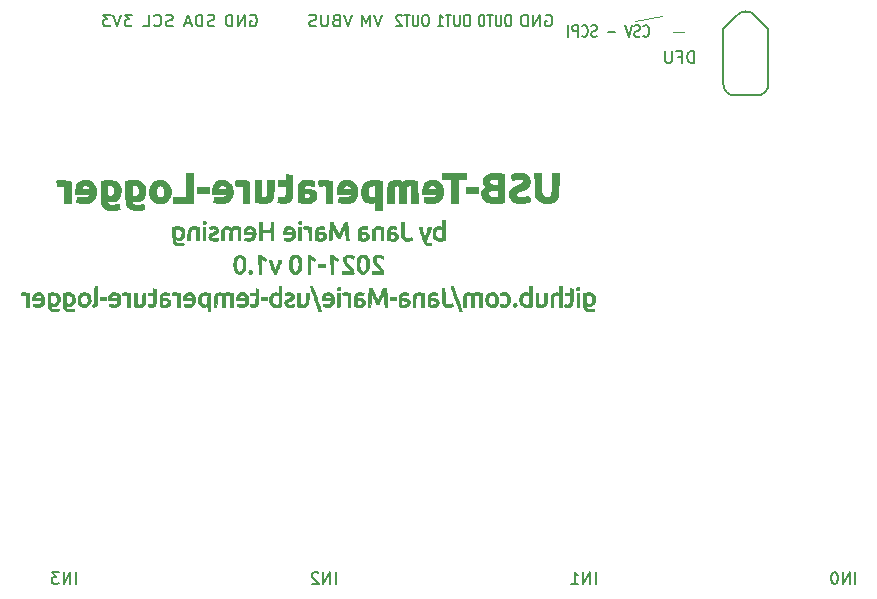
<source format=gbo>
G04 #@! TF.GenerationSoftware,KiCad,Pcbnew,5.1.5+dfsg1-2build2*
G04 #@! TF.CreationDate,2021-10-18T22:49:55+02:00*
G04 #@! TF.ProjectId,temperature-logger,74656d70-6572-4617-9475-72652d6c6f67,rev?*
G04 #@! TF.SameCoordinates,Original*
G04 #@! TF.FileFunction,Legend,Bot*
G04 #@! TF.FilePolarity,Positive*
%FSLAX46Y46*%
G04 Gerber Fmt 4.6, Leading zero omitted, Abs format (unit mm)*
G04 Created by KiCad (PCBNEW 5.1.5+dfsg1-2build2) date 2021-10-18 22:49:55*
%MOMM*%
%LPD*%
G04 APERTURE LIST*
%ADD10C,0.150000*%
%ADD11C,0.120000*%
%ADD12C,0.010000*%
%ADD13C,0.127000*%
G04 APERTURE END LIST*
D10*
X70975000Y-98952380D02*
X70975000Y-97952380D01*
X70498809Y-98952380D02*
X70498809Y-97952380D01*
X69927380Y-98952380D01*
X69927380Y-97952380D01*
X69546428Y-97952380D02*
X68927380Y-97952380D01*
X69260714Y-98333333D01*
X69117857Y-98333333D01*
X69022619Y-98380952D01*
X68975000Y-98428571D01*
X68927380Y-98523809D01*
X68927380Y-98761904D01*
X68975000Y-98857142D01*
X69022619Y-98904761D01*
X69117857Y-98952380D01*
X69403571Y-98952380D01*
X69498809Y-98904761D01*
X69546428Y-98857142D01*
X92975000Y-98952380D02*
X92975000Y-97952380D01*
X92498809Y-98952380D02*
X92498809Y-97952380D01*
X91927380Y-98952380D01*
X91927380Y-97952380D01*
X91498809Y-98047619D02*
X91451190Y-98000000D01*
X91355952Y-97952380D01*
X91117857Y-97952380D01*
X91022619Y-98000000D01*
X90975000Y-98047619D01*
X90927380Y-98142857D01*
X90927380Y-98238095D01*
X90975000Y-98380952D01*
X91546428Y-98952380D01*
X90927380Y-98952380D01*
X114975000Y-98952380D02*
X114975000Y-97952380D01*
X114498809Y-98952380D02*
X114498809Y-97952380D01*
X113927380Y-98952380D01*
X113927380Y-97952380D01*
X112927380Y-98952380D02*
X113498809Y-98952380D01*
X113213095Y-98952380D02*
X113213095Y-97952380D01*
X113308333Y-98095238D01*
X113403571Y-98190476D01*
X113498809Y-98238095D01*
X136975000Y-98952380D02*
X136975000Y-97952380D01*
X136498809Y-98952380D02*
X136498809Y-97952380D01*
X135927380Y-98952380D01*
X135927380Y-97952380D01*
X135260714Y-97952380D02*
X135165476Y-97952380D01*
X135070238Y-98000000D01*
X135022619Y-98047619D01*
X134975000Y-98142857D01*
X134927380Y-98333333D01*
X134927380Y-98571428D01*
X134975000Y-98761904D01*
X135022619Y-98857142D01*
X135070238Y-98904761D01*
X135165476Y-98952380D01*
X135260714Y-98952380D01*
X135355952Y-98904761D01*
X135403571Y-98857142D01*
X135451190Y-98761904D01*
X135498809Y-98571428D01*
X135498809Y-98333333D01*
X135451190Y-98142857D01*
X135403571Y-98047619D01*
X135355952Y-98000000D01*
X135260714Y-97952380D01*
D11*
X120575000Y-50900000D02*
X118275000Y-51300000D01*
D10*
X119027380Y-52557142D02*
X119065476Y-52604761D01*
X119179761Y-52652380D01*
X119255952Y-52652380D01*
X119370238Y-52604761D01*
X119446428Y-52509523D01*
X119484523Y-52414285D01*
X119522619Y-52223809D01*
X119522619Y-52080952D01*
X119484523Y-51890476D01*
X119446428Y-51795238D01*
X119370238Y-51700000D01*
X119255952Y-51652380D01*
X119179761Y-51652380D01*
X119065476Y-51700000D01*
X119027380Y-51747619D01*
X118722619Y-52604761D02*
X118608333Y-52652380D01*
X118417857Y-52652380D01*
X118341666Y-52604761D01*
X118303571Y-52557142D01*
X118265476Y-52461904D01*
X118265476Y-52366666D01*
X118303571Y-52271428D01*
X118341666Y-52223809D01*
X118417857Y-52176190D01*
X118570238Y-52128571D01*
X118646428Y-52080952D01*
X118684523Y-52033333D01*
X118722619Y-51938095D01*
X118722619Y-51842857D01*
X118684523Y-51747619D01*
X118646428Y-51700000D01*
X118570238Y-51652380D01*
X118379761Y-51652380D01*
X118265476Y-51700000D01*
X118036904Y-51652380D02*
X117770238Y-52652380D01*
X117503571Y-51652380D01*
X116627380Y-52271428D02*
X116017857Y-52271428D01*
X115065476Y-52604761D02*
X114951190Y-52652380D01*
X114760714Y-52652380D01*
X114684523Y-52604761D01*
X114646428Y-52557142D01*
X114608333Y-52461904D01*
X114608333Y-52366666D01*
X114646428Y-52271428D01*
X114684523Y-52223809D01*
X114760714Y-52176190D01*
X114913095Y-52128571D01*
X114989285Y-52080952D01*
X115027380Y-52033333D01*
X115065476Y-51938095D01*
X115065476Y-51842857D01*
X115027380Y-51747619D01*
X114989285Y-51700000D01*
X114913095Y-51652380D01*
X114722619Y-51652380D01*
X114608333Y-51700000D01*
X113808333Y-52557142D02*
X113846428Y-52604761D01*
X113960714Y-52652380D01*
X114036904Y-52652380D01*
X114151190Y-52604761D01*
X114227380Y-52509523D01*
X114265476Y-52414285D01*
X114303571Y-52223809D01*
X114303571Y-52080952D01*
X114265476Y-51890476D01*
X114227380Y-51795238D01*
X114151190Y-51700000D01*
X114036904Y-51652380D01*
X113960714Y-51652380D01*
X113846428Y-51700000D01*
X113808333Y-51747619D01*
X113465476Y-52652380D02*
X113465476Y-51652380D01*
X113160714Y-51652380D01*
X113084523Y-51700000D01*
X113046428Y-51747619D01*
X113008333Y-51842857D01*
X113008333Y-51985714D01*
X113046428Y-52080952D01*
X113084523Y-52128571D01*
X113160714Y-52176190D01*
X113465476Y-52176190D01*
X112665476Y-52652380D02*
X112665476Y-51652380D01*
X75713095Y-50752380D02*
X75094047Y-50752380D01*
X75427380Y-51133333D01*
X75284523Y-51133333D01*
X75189285Y-51180952D01*
X75141666Y-51228571D01*
X75094047Y-51323809D01*
X75094047Y-51561904D01*
X75141666Y-51657142D01*
X75189285Y-51704761D01*
X75284523Y-51752380D01*
X75570238Y-51752380D01*
X75665476Y-51704761D01*
X75713095Y-51657142D01*
X74808333Y-50752380D02*
X74475000Y-51752380D01*
X74141666Y-50752380D01*
X73903571Y-50752380D02*
X73284523Y-50752380D01*
X73617857Y-51133333D01*
X73475000Y-51133333D01*
X73379761Y-51180952D01*
X73332142Y-51228571D01*
X73284523Y-51323809D01*
X73284523Y-51561904D01*
X73332142Y-51657142D01*
X73379761Y-51704761D01*
X73475000Y-51752380D01*
X73760714Y-51752380D01*
X73855952Y-51704761D01*
X73903571Y-51657142D01*
X79165476Y-51704761D02*
X79022619Y-51752380D01*
X78784523Y-51752380D01*
X78689285Y-51704761D01*
X78641666Y-51657142D01*
X78594047Y-51561904D01*
X78594047Y-51466666D01*
X78641666Y-51371428D01*
X78689285Y-51323809D01*
X78784523Y-51276190D01*
X78975000Y-51228571D01*
X79070238Y-51180952D01*
X79117857Y-51133333D01*
X79165476Y-51038095D01*
X79165476Y-50942857D01*
X79117857Y-50847619D01*
X79070238Y-50800000D01*
X78975000Y-50752380D01*
X78736904Y-50752380D01*
X78594047Y-50800000D01*
X77594047Y-51657142D02*
X77641666Y-51704761D01*
X77784523Y-51752380D01*
X77879761Y-51752380D01*
X78022619Y-51704761D01*
X78117857Y-51609523D01*
X78165476Y-51514285D01*
X78213095Y-51323809D01*
X78213095Y-51180952D01*
X78165476Y-50990476D01*
X78117857Y-50895238D01*
X78022619Y-50800000D01*
X77879761Y-50752380D01*
X77784523Y-50752380D01*
X77641666Y-50800000D01*
X77594047Y-50847619D01*
X76689285Y-51752380D02*
X77165476Y-51752380D01*
X77165476Y-50752380D01*
X82689285Y-51704761D02*
X82546428Y-51752380D01*
X82308333Y-51752380D01*
X82213095Y-51704761D01*
X82165476Y-51657142D01*
X82117857Y-51561904D01*
X82117857Y-51466666D01*
X82165476Y-51371428D01*
X82213095Y-51323809D01*
X82308333Y-51276190D01*
X82498809Y-51228571D01*
X82594047Y-51180952D01*
X82641666Y-51133333D01*
X82689285Y-51038095D01*
X82689285Y-50942857D01*
X82641666Y-50847619D01*
X82594047Y-50800000D01*
X82498809Y-50752380D01*
X82260714Y-50752380D01*
X82117857Y-50800000D01*
X81689285Y-51752380D02*
X81689285Y-50752380D01*
X81451190Y-50752380D01*
X81308333Y-50800000D01*
X81213095Y-50895238D01*
X81165476Y-50990476D01*
X81117857Y-51180952D01*
X81117857Y-51323809D01*
X81165476Y-51514285D01*
X81213095Y-51609523D01*
X81308333Y-51704761D01*
X81451190Y-51752380D01*
X81689285Y-51752380D01*
X80736904Y-51466666D02*
X80260714Y-51466666D01*
X80832142Y-51752380D02*
X80498809Y-50752380D01*
X80165476Y-51752380D01*
X85736904Y-50800000D02*
X85832142Y-50752380D01*
X85975000Y-50752380D01*
X86117857Y-50800000D01*
X86213095Y-50895238D01*
X86260714Y-50990476D01*
X86308333Y-51180952D01*
X86308333Y-51323809D01*
X86260714Y-51514285D01*
X86213095Y-51609523D01*
X86117857Y-51704761D01*
X85975000Y-51752380D01*
X85879761Y-51752380D01*
X85736904Y-51704761D01*
X85689285Y-51657142D01*
X85689285Y-51323809D01*
X85879761Y-51323809D01*
X85260714Y-51752380D02*
X85260714Y-50752380D01*
X84689285Y-51752380D01*
X84689285Y-50752380D01*
X84213095Y-51752380D02*
X84213095Y-50752380D01*
X83975000Y-50752380D01*
X83832142Y-50800000D01*
X83736904Y-50895238D01*
X83689285Y-50990476D01*
X83641666Y-51180952D01*
X83641666Y-51323809D01*
X83689285Y-51514285D01*
X83736904Y-51609523D01*
X83832142Y-51704761D01*
X83975000Y-51752380D01*
X84213095Y-51752380D01*
X94308333Y-50752380D02*
X93975000Y-51752380D01*
X93641666Y-50752380D01*
X92975000Y-51228571D02*
X92832142Y-51276190D01*
X92784523Y-51323809D01*
X92736904Y-51419047D01*
X92736904Y-51561904D01*
X92784523Y-51657142D01*
X92832142Y-51704761D01*
X92927380Y-51752380D01*
X93308333Y-51752380D01*
X93308333Y-50752380D01*
X92975000Y-50752380D01*
X92879761Y-50800000D01*
X92832142Y-50847619D01*
X92784523Y-50942857D01*
X92784523Y-51038095D01*
X92832142Y-51133333D01*
X92879761Y-51180952D01*
X92975000Y-51228571D01*
X93308333Y-51228571D01*
X92308333Y-50752380D02*
X92308333Y-51561904D01*
X92260714Y-51657142D01*
X92213095Y-51704761D01*
X92117857Y-51752380D01*
X91927380Y-51752380D01*
X91832142Y-51704761D01*
X91784523Y-51657142D01*
X91736904Y-51561904D01*
X91736904Y-50752380D01*
X91308333Y-51704761D02*
X91165476Y-51752380D01*
X90927380Y-51752380D01*
X90832142Y-51704761D01*
X90784523Y-51657142D01*
X90736904Y-51561904D01*
X90736904Y-51466666D01*
X90784523Y-51371428D01*
X90832142Y-51323809D01*
X90927380Y-51276190D01*
X91117857Y-51228571D01*
X91213095Y-51180952D01*
X91260714Y-51133333D01*
X91308333Y-51038095D01*
X91308333Y-50942857D01*
X91260714Y-50847619D01*
X91213095Y-50800000D01*
X91117857Y-50752380D01*
X90879761Y-50752380D01*
X90736904Y-50800000D01*
X96879761Y-50752380D02*
X96546428Y-51752380D01*
X96213095Y-50752380D01*
X95879761Y-51752380D02*
X95879761Y-50752380D01*
X95546428Y-51466666D01*
X95213095Y-50752380D01*
X95213095Y-51752380D01*
X100655952Y-50752380D02*
X100503571Y-50752380D01*
X100427380Y-50800000D01*
X100351190Y-50895238D01*
X100313095Y-51085714D01*
X100313095Y-51419047D01*
X100351190Y-51609523D01*
X100427380Y-51704761D01*
X100503571Y-51752380D01*
X100655952Y-51752380D01*
X100732142Y-51704761D01*
X100808333Y-51609523D01*
X100846428Y-51419047D01*
X100846428Y-51085714D01*
X100808333Y-50895238D01*
X100732142Y-50800000D01*
X100655952Y-50752380D01*
X99970238Y-50752380D02*
X99970238Y-51561904D01*
X99932142Y-51657142D01*
X99894047Y-51704761D01*
X99817857Y-51752380D01*
X99665476Y-51752380D01*
X99589285Y-51704761D01*
X99551190Y-51657142D01*
X99513095Y-51561904D01*
X99513095Y-50752380D01*
X99246428Y-50752380D02*
X98789285Y-50752380D01*
X99017857Y-51752380D02*
X99017857Y-50752380D01*
X98560714Y-50847619D02*
X98522619Y-50800000D01*
X98446428Y-50752380D01*
X98255952Y-50752380D01*
X98179761Y-50800000D01*
X98141666Y-50847619D01*
X98103571Y-50942857D01*
X98103571Y-51038095D01*
X98141666Y-51180952D01*
X98598809Y-51752380D01*
X98103571Y-51752380D01*
X104155952Y-50752380D02*
X104003571Y-50752380D01*
X103927380Y-50800000D01*
X103851190Y-50895238D01*
X103813095Y-51085714D01*
X103813095Y-51419047D01*
X103851190Y-51609523D01*
X103927380Y-51704761D01*
X104003571Y-51752380D01*
X104155952Y-51752380D01*
X104232142Y-51704761D01*
X104308333Y-51609523D01*
X104346428Y-51419047D01*
X104346428Y-51085714D01*
X104308333Y-50895238D01*
X104232142Y-50800000D01*
X104155952Y-50752380D01*
X103470238Y-50752380D02*
X103470238Y-51561904D01*
X103432142Y-51657142D01*
X103394047Y-51704761D01*
X103317857Y-51752380D01*
X103165476Y-51752380D01*
X103089285Y-51704761D01*
X103051190Y-51657142D01*
X103013095Y-51561904D01*
X103013095Y-50752380D01*
X102746428Y-50752380D02*
X102289285Y-50752380D01*
X102517857Y-51752380D02*
X102517857Y-50752380D01*
X101603571Y-51752380D02*
X102060714Y-51752380D01*
X101832142Y-51752380D02*
X101832142Y-50752380D01*
X101908333Y-50895238D01*
X101984523Y-50990476D01*
X102060714Y-51038095D01*
X107655952Y-50752380D02*
X107503571Y-50752380D01*
X107427380Y-50800000D01*
X107351190Y-50895238D01*
X107313095Y-51085714D01*
X107313095Y-51419047D01*
X107351190Y-51609523D01*
X107427380Y-51704761D01*
X107503571Y-51752380D01*
X107655952Y-51752380D01*
X107732142Y-51704761D01*
X107808333Y-51609523D01*
X107846428Y-51419047D01*
X107846428Y-51085714D01*
X107808333Y-50895238D01*
X107732142Y-50800000D01*
X107655952Y-50752380D01*
X106970238Y-50752380D02*
X106970238Y-51561904D01*
X106932142Y-51657142D01*
X106894047Y-51704761D01*
X106817857Y-51752380D01*
X106665476Y-51752380D01*
X106589285Y-51704761D01*
X106551190Y-51657142D01*
X106513095Y-51561904D01*
X106513095Y-50752380D01*
X106246428Y-50752380D02*
X105789285Y-50752380D01*
X106017857Y-51752380D02*
X106017857Y-50752380D01*
X105370238Y-50752380D02*
X105294047Y-50752380D01*
X105217857Y-50800000D01*
X105179761Y-50847619D01*
X105141666Y-50942857D01*
X105103571Y-51133333D01*
X105103571Y-51371428D01*
X105141666Y-51561904D01*
X105179761Y-51657142D01*
X105217857Y-51704761D01*
X105294047Y-51752380D01*
X105370238Y-51752380D01*
X105446428Y-51704761D01*
X105484523Y-51657142D01*
X105522619Y-51561904D01*
X105560714Y-51371428D01*
X105560714Y-51133333D01*
X105522619Y-50942857D01*
X105484523Y-50847619D01*
X105446428Y-50800000D01*
X105370238Y-50752380D01*
X110736904Y-50800000D02*
X110832142Y-50752380D01*
X110975000Y-50752380D01*
X111117857Y-50800000D01*
X111213095Y-50895238D01*
X111260714Y-50990476D01*
X111308333Y-51180952D01*
X111308333Y-51323809D01*
X111260714Y-51514285D01*
X111213095Y-51609523D01*
X111117857Y-51704761D01*
X110975000Y-51752380D01*
X110879761Y-51752380D01*
X110736904Y-51704761D01*
X110689285Y-51657142D01*
X110689285Y-51323809D01*
X110879761Y-51323809D01*
X110260714Y-51752380D02*
X110260714Y-50752380D01*
X109689285Y-51752380D01*
X109689285Y-50752380D01*
X109213095Y-51752380D02*
X109213095Y-50752380D01*
X108975000Y-50752380D01*
X108832142Y-50800000D01*
X108736904Y-50895238D01*
X108689285Y-50990476D01*
X108641666Y-51180952D01*
X108641666Y-51323809D01*
X108689285Y-51514285D01*
X108736904Y-51609523D01*
X108832142Y-51704761D01*
X108975000Y-51752380D01*
X109213095Y-51752380D01*
X123289285Y-54852380D02*
X123289285Y-53852380D01*
X123051190Y-53852380D01*
X122908333Y-53900000D01*
X122813095Y-53995238D01*
X122765476Y-54090476D01*
X122717857Y-54280952D01*
X122717857Y-54423809D01*
X122765476Y-54614285D01*
X122813095Y-54709523D01*
X122908333Y-54804761D01*
X123051190Y-54852380D01*
X123289285Y-54852380D01*
X121955952Y-54328571D02*
X122289285Y-54328571D01*
X122289285Y-54852380D02*
X122289285Y-53852380D01*
X121813095Y-53852380D01*
X121432142Y-53852380D02*
X121432142Y-54661904D01*
X121384523Y-54757142D01*
X121336904Y-54804761D01*
X121241666Y-54852380D01*
X121051190Y-54852380D01*
X120955952Y-54804761D01*
X120908333Y-54757142D01*
X120860714Y-54661904D01*
X120860714Y-53852380D01*
D12*
G36*
X81227000Y-65859400D02*
G01*
X82268400Y-65859400D01*
X82268400Y-65351400D01*
X81227000Y-65351400D01*
X81227000Y-65859400D01*
G37*
X81227000Y-65859400D02*
X82268400Y-65859400D01*
X82268400Y-65351400D01*
X81227000Y-65351400D01*
X81227000Y-65859400D01*
G36*
X103985400Y-65859400D02*
G01*
X105026800Y-65859400D01*
X105026800Y-65351400D01*
X103985400Y-65351400D01*
X103985400Y-65859400D01*
G37*
X103985400Y-65859400D02*
X105026800Y-65859400D01*
X105026800Y-65351400D01*
X103985400Y-65351400D01*
X103985400Y-65859400D01*
G36*
X69542595Y-64778307D02*
G01*
X69439837Y-64795308D01*
X69308774Y-64823416D01*
X69324681Y-64922895D01*
X69340078Y-65010075D01*
X69360136Y-65112574D01*
X69368189Y-65151071D01*
X69386764Y-65226121D01*
X69405455Y-65261613D01*
X69432015Y-65268209D01*
X69450345Y-65264097D01*
X69525372Y-65249126D01*
X69625981Y-65237290D01*
X69734077Y-65229775D01*
X69831567Y-65227761D01*
X69900359Y-65232434D01*
X69908522Y-65234132D01*
X69974800Y-65250767D01*
X69974800Y-66672200D01*
X70533600Y-66672200D01*
X70533600Y-64898139D01*
X70451050Y-64871439D01*
X70228656Y-64814066D01*
X69992288Y-64778605D01*
X69758187Y-64766277D01*
X69542595Y-64778307D01*
G37*
X69542595Y-64778307D02*
X69439837Y-64795308D01*
X69308774Y-64823416D01*
X69324681Y-64922895D01*
X69340078Y-65010075D01*
X69360136Y-65112574D01*
X69368189Y-65151071D01*
X69386764Y-65226121D01*
X69405455Y-65261613D01*
X69432015Y-65268209D01*
X69450345Y-65264097D01*
X69525372Y-65249126D01*
X69625981Y-65237290D01*
X69734077Y-65229775D01*
X69831567Y-65227761D01*
X69900359Y-65232434D01*
X69908522Y-65234132D01*
X69974800Y-65250767D01*
X69974800Y-66672200D01*
X70533600Y-66672200D01*
X70533600Y-64898139D01*
X70451050Y-64871439D01*
X70228656Y-64814066D01*
X69992288Y-64778605D01*
X69758187Y-64766277D01*
X69542595Y-64778307D01*
G36*
X80312600Y-66189600D02*
G01*
X79220400Y-66189600D01*
X79220400Y-66672200D01*
X80871400Y-66672200D01*
X80871400Y-64208400D01*
X80312600Y-64208400D01*
X80312600Y-66189600D01*
G37*
X80312600Y-66189600D02*
X79220400Y-66189600D01*
X79220400Y-66672200D01*
X80871400Y-66672200D01*
X80871400Y-64208400D01*
X80312600Y-64208400D01*
X80312600Y-66189600D01*
G36*
X84767375Y-64770871D02*
G01*
X84646412Y-64780152D01*
X84539605Y-64793917D01*
X84457247Y-64810661D01*
X84409632Y-64828882D01*
X84401981Y-64839154D01*
X84406615Y-64870260D01*
X84418984Y-64938486D01*
X84436761Y-65031157D01*
X84444030Y-65068035D01*
X84486100Y-65279970D01*
X84564700Y-65263309D01*
X84704265Y-65240125D01*
X84840919Y-65228543D01*
X84956044Y-65229786D01*
X84996401Y-65234955D01*
X85087800Y-65252101D01*
X85087800Y-66672200D01*
X85621200Y-66672200D01*
X85621200Y-64898139D01*
X85538650Y-64871439D01*
X85227618Y-64795889D01*
X84912698Y-64767715D01*
X84892201Y-64767575D01*
X84767375Y-64770871D01*
G37*
X84767375Y-64770871D02*
X84646412Y-64780152D01*
X84539605Y-64793917D01*
X84457247Y-64810661D01*
X84409632Y-64828882D01*
X84401981Y-64839154D01*
X84406615Y-64870260D01*
X84418984Y-64938486D01*
X84436761Y-65031157D01*
X84444030Y-65068035D01*
X84486100Y-65279970D01*
X84564700Y-65263309D01*
X84704265Y-65240125D01*
X84840919Y-65228543D01*
X84956044Y-65229786D01*
X84996401Y-65234955D01*
X85087800Y-65252101D01*
X85087800Y-66672200D01*
X85621200Y-66672200D01*
X85621200Y-64898139D01*
X85538650Y-64871439D01*
X85227618Y-64795889D01*
X84912698Y-64767715D01*
X84892201Y-64767575D01*
X84767375Y-64770871D01*
G36*
X91869600Y-64773645D02*
G01*
X91742883Y-64779887D01*
X91630765Y-64789351D01*
X91545198Y-64800766D01*
X91498132Y-64812861D01*
X91497468Y-64813206D01*
X91442835Y-64842493D01*
X91487071Y-65046332D01*
X91509061Y-65142147D01*
X91528570Y-65217378D01*
X91542235Y-65259349D01*
X91544701Y-65263567D01*
X91575311Y-65266427D01*
X91637015Y-65258077D01*
X91669398Y-65251302D01*
X91765438Y-65235485D01*
X91874416Y-65226884D01*
X91978208Y-65226001D01*
X92058690Y-65233341D01*
X92083423Y-65239817D01*
X92095355Y-65249371D01*
X92104702Y-65271476D01*
X92111769Y-65311636D01*
X92116861Y-65375355D01*
X92120285Y-65468138D01*
X92122346Y-65595490D01*
X92123349Y-65762915D01*
X92123600Y-65963717D01*
X92123600Y-66672200D01*
X92657650Y-66672200D01*
X92650975Y-65777560D01*
X92644300Y-64882921D01*
X92415700Y-64823146D01*
X92306227Y-64796675D01*
X92210835Y-64780119D01*
X92112629Y-64771947D01*
X91994719Y-64770627D01*
X91869600Y-64773645D01*
G37*
X91869600Y-64773645D02*
X91742883Y-64779887D01*
X91630765Y-64789351D01*
X91545198Y-64800766D01*
X91498132Y-64812861D01*
X91497468Y-64813206D01*
X91442835Y-64842493D01*
X91487071Y-65046332D01*
X91509061Y-65142147D01*
X91528570Y-65217378D01*
X91542235Y-65259349D01*
X91544701Y-65263567D01*
X91575311Y-65266427D01*
X91637015Y-65258077D01*
X91669398Y-65251302D01*
X91765438Y-65235485D01*
X91874416Y-65226884D01*
X91978208Y-65226001D01*
X92058690Y-65233341D01*
X92083423Y-65239817D01*
X92095355Y-65249371D01*
X92104702Y-65271476D01*
X92111769Y-65311636D01*
X92116861Y-65375355D01*
X92120285Y-65468138D01*
X92122346Y-65595490D01*
X92123349Y-65762915D01*
X92123600Y-65963717D01*
X92123600Y-66672200D01*
X92657650Y-66672200D01*
X92650975Y-65777560D01*
X92644300Y-64882921D01*
X92415700Y-64823146D01*
X92306227Y-64796675D01*
X92210835Y-64780119D01*
X92112629Y-64771947D01*
X91994719Y-64770627D01*
X91869600Y-64773645D01*
G36*
X97926291Y-64765822D02*
G01*
X97752678Y-64806578D01*
X97600602Y-64880960D01*
X97503398Y-64961723D01*
X97459629Y-65010164D01*
X97424631Y-65057442D01*
X97397345Y-65109821D01*
X97376711Y-65173564D01*
X97361668Y-65254933D01*
X97351157Y-65360194D01*
X97344117Y-65495608D01*
X97339488Y-65667439D01*
X97336211Y-65881950D01*
X97335343Y-65954650D01*
X97327065Y-66672200D01*
X97864000Y-66672200D01*
X97864142Y-66094350D01*
X97865235Y-65876489D01*
X97868928Y-65703275D01*
X97876027Y-65568583D01*
X97887333Y-65466291D01*
X97903651Y-65390277D01*
X97925783Y-65334417D01*
X97954533Y-65292589D01*
X97971630Y-65275034D01*
X98046939Y-65236027D01*
X98149405Y-65224848D01*
X98262872Y-65242784D01*
X98285660Y-65250047D01*
X98359300Y-65275694D01*
X98351458Y-65973947D01*
X98343615Y-66672200D01*
X98880000Y-66672200D01*
X98880606Y-66107050D01*
X98881830Y-65936035D01*
X98884912Y-65776307D01*
X98889525Y-65636908D01*
X98895344Y-65526878D01*
X98902040Y-65455258D01*
X98904677Y-65440300D01*
X98946385Y-65334185D01*
X99016765Y-65265539D01*
X99121046Y-65230682D01*
X99211617Y-65224400D01*
X99362600Y-65224400D01*
X99362600Y-66672200D01*
X99896642Y-66672200D01*
X99883300Y-64856100D01*
X99667400Y-64811315D01*
X99542958Y-64791015D01*
X99392651Y-64774586D01*
X99241398Y-64764511D01*
X99179439Y-64762707D01*
X99055399Y-64761927D01*
X98967236Y-64765435D01*
X98900055Y-64775812D01*
X98838962Y-64795641D01*
X98769061Y-64827502D01*
X98749242Y-64837265D01*
X98591106Y-64915644D01*
X98474182Y-64856394D01*
X98297260Y-64789622D01*
X98111224Y-64759801D01*
X97926291Y-64765822D01*
G37*
X97926291Y-64765822D02*
X97752678Y-64806578D01*
X97600602Y-64880960D01*
X97503398Y-64961723D01*
X97459629Y-65010164D01*
X97424631Y-65057442D01*
X97397345Y-65109821D01*
X97376711Y-65173564D01*
X97361668Y-65254933D01*
X97351157Y-65360194D01*
X97344117Y-65495608D01*
X97339488Y-65667439D01*
X97336211Y-65881950D01*
X97335343Y-65954650D01*
X97327065Y-66672200D01*
X97864000Y-66672200D01*
X97864142Y-66094350D01*
X97865235Y-65876489D01*
X97868928Y-65703275D01*
X97876027Y-65568583D01*
X97887333Y-65466291D01*
X97903651Y-65390277D01*
X97925783Y-65334417D01*
X97954533Y-65292589D01*
X97971630Y-65275034D01*
X98046939Y-65236027D01*
X98149405Y-65224848D01*
X98262872Y-65242784D01*
X98285660Y-65250047D01*
X98359300Y-65275694D01*
X98351458Y-65973947D01*
X98343615Y-66672200D01*
X98880000Y-66672200D01*
X98880606Y-66107050D01*
X98881830Y-65936035D01*
X98884912Y-65776307D01*
X98889525Y-65636908D01*
X98895344Y-65526878D01*
X98902040Y-65455258D01*
X98904677Y-65440300D01*
X98946385Y-65334185D01*
X99016765Y-65265539D01*
X99121046Y-65230682D01*
X99211617Y-65224400D01*
X99362600Y-65224400D01*
X99362600Y-66672200D01*
X99896642Y-66672200D01*
X99883300Y-64856100D01*
X99667400Y-64811315D01*
X99542958Y-64791015D01*
X99392651Y-64774586D01*
X99241398Y-64764511D01*
X99179439Y-64762707D01*
X99055399Y-64761927D01*
X98967236Y-64765435D01*
X98900055Y-64775812D01*
X98838962Y-64795641D01*
X98769061Y-64827502D01*
X98749242Y-64837265D01*
X98591106Y-64915644D01*
X98474182Y-64856394D01*
X98297260Y-64789622D01*
X98111224Y-64759801D01*
X97926291Y-64765822D01*
G36*
X102004200Y-64691000D02*
G01*
X102740800Y-64691000D01*
X102740800Y-66672200D01*
X103299600Y-66672200D01*
X103299600Y-64691000D01*
X104036200Y-64691000D01*
X104036200Y-64208400D01*
X102004200Y-64208400D01*
X102004200Y-64691000D01*
G37*
X102004200Y-64691000D02*
X102740800Y-64691000D01*
X102740800Y-66672200D01*
X103299600Y-66672200D01*
X103299600Y-64691000D01*
X104036200Y-64691000D01*
X104036200Y-64208400D01*
X102004200Y-64208400D01*
X102004200Y-64691000D01*
G36*
X90335098Y-64764883D02*
G01*
X90173256Y-64794697D01*
X90042216Y-64847546D01*
X89933617Y-64925969D01*
X89914366Y-64944434D01*
X89864879Y-64997455D01*
X89825428Y-65050988D01*
X89794893Y-65111382D01*
X89772148Y-65184984D01*
X89756073Y-65278140D01*
X89745543Y-65397198D01*
X89739437Y-65548505D01*
X89736631Y-65738409D01*
X89736000Y-65952824D01*
X89736231Y-66131136D01*
X89736882Y-66291532D01*
X89737888Y-66427385D01*
X89739189Y-66532066D01*
X89740720Y-66598946D01*
X89742350Y-66621434D01*
X89768465Y-66625546D01*
X89832753Y-66636497D01*
X89923365Y-66652256D01*
X89964600Y-66659500D01*
X90128108Y-66681420D01*
X90307801Y-66694018D01*
X90490992Y-66697443D01*
X90664993Y-66691845D01*
X90817116Y-66677372D01*
X90934673Y-66654175D01*
X90954850Y-66647842D01*
X91088129Y-66580900D01*
X91201054Y-66484139D01*
X91281752Y-66369211D01*
X91308577Y-66300765D01*
X91337331Y-66120161D01*
X91332955Y-66074688D01*
X90802800Y-66074688D01*
X90782526Y-66146942D01*
X90732430Y-66217073D01*
X90668602Y-66265010D01*
X90643544Y-66273340D01*
X90558160Y-66283524D01*
X90456583Y-66287089D01*
X90361752Y-66283912D01*
X90301150Y-66275190D01*
X90271499Y-66263013D01*
X90254348Y-66238477D01*
X90246327Y-66189805D01*
X90244062Y-66105221D01*
X90244000Y-66075609D01*
X90244000Y-65891344D01*
X90364650Y-65876471D01*
X90511132Y-65871720D01*
X90634828Y-65893810D01*
X90729022Y-65939704D01*
X90786998Y-66006363D01*
X90802800Y-66074688D01*
X91332955Y-66074688D01*
X91321338Y-65953989D01*
X91262226Y-65807442D01*
X91161624Y-65685711D01*
X91100997Y-65638898D01*
X90962762Y-65567621D01*
X90799237Y-65523995D01*
X90602824Y-65506448D01*
X90467332Y-65507733D01*
X90239395Y-65516500D01*
X90253540Y-65427600D01*
X90293368Y-65329571D01*
X90373062Y-65254448D01*
X90483927Y-65210222D01*
X90491751Y-65208656D01*
X90558984Y-65204292D01*
X90659333Y-65207237D01*
X90776087Y-65215938D01*
X90892537Y-65228840D01*
X90991971Y-65244388D01*
X91057680Y-65261027D01*
X91058607Y-65261388D01*
X91079939Y-65261129D01*
X91096791Y-65235359D01*
X91112301Y-65175758D01*
X91129610Y-65074005D01*
X91129806Y-65072730D01*
X91142777Y-64975058D01*
X91149512Y-64896696D01*
X91148965Y-64851135D01*
X91147365Y-64846092D01*
X91110919Y-64824999D01*
X91034244Y-64804223D01*
X90927897Y-64785328D01*
X90802432Y-64769878D01*
X90668405Y-64759436D01*
X90536373Y-64755565D01*
X90536100Y-64755565D01*
X90335098Y-64764883D01*
G37*
X90335098Y-64764883D02*
X90173256Y-64794697D01*
X90042216Y-64847546D01*
X89933617Y-64925969D01*
X89914366Y-64944434D01*
X89864879Y-64997455D01*
X89825428Y-65050988D01*
X89794893Y-65111382D01*
X89772148Y-65184984D01*
X89756073Y-65278140D01*
X89745543Y-65397198D01*
X89739437Y-65548505D01*
X89736631Y-65738409D01*
X89736000Y-65952824D01*
X89736231Y-66131136D01*
X89736882Y-66291532D01*
X89737888Y-66427385D01*
X89739189Y-66532066D01*
X89740720Y-66598946D01*
X89742350Y-66621434D01*
X89768465Y-66625546D01*
X89832753Y-66636497D01*
X89923365Y-66652256D01*
X89964600Y-66659500D01*
X90128108Y-66681420D01*
X90307801Y-66694018D01*
X90490992Y-66697443D01*
X90664993Y-66691845D01*
X90817116Y-66677372D01*
X90934673Y-66654175D01*
X90954850Y-66647842D01*
X91088129Y-66580900D01*
X91201054Y-66484139D01*
X91281752Y-66369211D01*
X91308577Y-66300765D01*
X91337331Y-66120161D01*
X91332955Y-66074688D01*
X90802800Y-66074688D01*
X90782526Y-66146942D01*
X90732430Y-66217073D01*
X90668602Y-66265010D01*
X90643544Y-66273340D01*
X90558160Y-66283524D01*
X90456583Y-66287089D01*
X90361752Y-66283912D01*
X90301150Y-66275190D01*
X90271499Y-66263013D01*
X90254348Y-66238477D01*
X90246327Y-66189805D01*
X90244062Y-66105221D01*
X90244000Y-66075609D01*
X90244000Y-65891344D01*
X90364650Y-65876471D01*
X90511132Y-65871720D01*
X90634828Y-65893810D01*
X90729022Y-65939704D01*
X90786998Y-66006363D01*
X90802800Y-66074688D01*
X91332955Y-66074688D01*
X91321338Y-65953989D01*
X91262226Y-65807442D01*
X91161624Y-65685711D01*
X91100997Y-65638898D01*
X90962762Y-65567621D01*
X90799237Y-65523995D01*
X90602824Y-65506448D01*
X90467332Y-65507733D01*
X90239395Y-65516500D01*
X90253540Y-65427600D01*
X90293368Y-65329571D01*
X90373062Y-65254448D01*
X90483927Y-65210222D01*
X90491751Y-65208656D01*
X90558984Y-65204292D01*
X90659333Y-65207237D01*
X90776087Y-65215938D01*
X90892537Y-65228840D01*
X90991971Y-65244388D01*
X91057680Y-65261027D01*
X91058607Y-65261388D01*
X91079939Y-65261129D01*
X91096791Y-65235359D01*
X91112301Y-65175758D01*
X91129610Y-65074005D01*
X91129806Y-65072730D01*
X91142777Y-64975058D01*
X91149512Y-64896696D01*
X91148965Y-64851135D01*
X91147365Y-64846092D01*
X91110919Y-64824999D01*
X91034244Y-64804223D01*
X90927897Y-64785328D01*
X90802432Y-64769878D01*
X90668405Y-64759436D01*
X90536373Y-64755565D01*
X90536100Y-64755565D01*
X90335098Y-64764883D01*
G36*
X106291917Y-64191994D02*
G01*
X106171694Y-64198157D01*
X106105629Y-64205651D01*
X105916945Y-64252171D01*
X105751349Y-64322103D01*
X105618125Y-64410648D01*
X105534546Y-64500869D01*
X105471148Y-64622692D01*
X105430759Y-64761284D01*
X105418592Y-64895360D01*
X105424223Y-64951407D01*
X105456700Y-65053110D01*
X105511916Y-65157562D01*
X105578189Y-65245299D01*
X105625591Y-65286803D01*
X105693064Y-65331013D01*
X105565950Y-65403611D01*
X105442504Y-65501384D01*
X105358507Y-65631149D01*
X105313979Y-65792868D01*
X105306200Y-65910662D01*
X105325729Y-66108716D01*
X105384951Y-66276830D01*
X105484816Y-66416049D01*
X105626279Y-66527418D01*
X105810291Y-66611981D01*
X105990238Y-66661345D01*
X106094940Y-66676375D01*
X106236892Y-66686782D01*
X106402745Y-66692451D01*
X106579150Y-66693267D01*
X106752756Y-66689117D01*
X106910215Y-66679886D01*
X107005946Y-66670048D01*
X107095934Y-66657128D01*
X107167917Y-66644503D01*
X107202796Y-66635966D01*
X107210890Y-66624596D01*
X107217646Y-66594671D01*
X107223173Y-66542336D01*
X107227578Y-66463740D01*
X107230971Y-66355029D01*
X107233458Y-66212350D01*
X107233464Y-66211625D01*
X106703200Y-66211625D01*
X106633350Y-66223792D01*
X106543734Y-66230857D01*
X106424506Y-66229235D01*
X106295853Y-66220271D01*
X106177963Y-66205314D01*
X106098699Y-66188126D01*
X105984273Y-66137270D01*
X105913120Y-66063329D01*
X105880782Y-65960612D01*
X105877700Y-65905954D01*
X105882545Y-65822058D01*
X105902309Y-65767438D01*
X105944843Y-65721063D01*
X105947592Y-65718683D01*
X106021260Y-65668854D01*
X106112666Y-65634920D01*
X106231404Y-65614744D01*
X106387067Y-65606189D01*
X106455550Y-65605541D01*
X106703200Y-65605400D01*
X106703200Y-66211625D01*
X107233464Y-66211625D01*
X107235148Y-66031849D01*
X107236150Y-65809674D01*
X107236570Y-65541971D01*
X107236600Y-65431280D01*
X107236600Y-65180990D01*
X106705059Y-65180990D01*
X106441901Y-65167559D01*
X106283208Y-65154784D01*
X106165025Y-65135112D01*
X106098824Y-65112801D01*
X106014504Y-65046876D01*
X105971502Y-64964926D01*
X105967238Y-64876501D01*
X105999138Y-64791147D01*
X106064622Y-64718412D01*
X106161114Y-64667845D01*
X106222821Y-64653460D01*
X106308567Y-64645983D01*
X106418801Y-64643129D01*
X106512700Y-64644934D01*
X106690500Y-64652900D01*
X106697780Y-64916945D01*
X106705059Y-65180990D01*
X107236600Y-65180990D01*
X107236600Y-64239565D01*
X107154050Y-64224380D01*
X107057357Y-64211863D01*
X106924863Y-64201891D01*
X106769321Y-64194690D01*
X106603481Y-64190488D01*
X106440096Y-64189513D01*
X106291917Y-64191994D01*
G37*
X106291917Y-64191994D02*
X106171694Y-64198157D01*
X106105629Y-64205651D01*
X105916945Y-64252171D01*
X105751349Y-64322103D01*
X105618125Y-64410648D01*
X105534546Y-64500869D01*
X105471148Y-64622692D01*
X105430759Y-64761284D01*
X105418592Y-64895360D01*
X105424223Y-64951407D01*
X105456700Y-65053110D01*
X105511916Y-65157562D01*
X105578189Y-65245299D01*
X105625591Y-65286803D01*
X105693064Y-65331013D01*
X105565950Y-65403611D01*
X105442504Y-65501384D01*
X105358507Y-65631149D01*
X105313979Y-65792868D01*
X105306200Y-65910662D01*
X105325729Y-66108716D01*
X105384951Y-66276830D01*
X105484816Y-66416049D01*
X105626279Y-66527418D01*
X105810291Y-66611981D01*
X105990238Y-66661345D01*
X106094940Y-66676375D01*
X106236892Y-66686782D01*
X106402745Y-66692451D01*
X106579150Y-66693267D01*
X106752756Y-66689117D01*
X106910215Y-66679886D01*
X107005946Y-66670048D01*
X107095934Y-66657128D01*
X107167917Y-66644503D01*
X107202796Y-66635966D01*
X107210890Y-66624596D01*
X107217646Y-66594671D01*
X107223173Y-66542336D01*
X107227578Y-66463740D01*
X107230971Y-66355029D01*
X107233458Y-66212350D01*
X107233464Y-66211625D01*
X106703200Y-66211625D01*
X106633350Y-66223792D01*
X106543734Y-66230857D01*
X106424506Y-66229235D01*
X106295853Y-66220271D01*
X106177963Y-66205314D01*
X106098699Y-66188126D01*
X105984273Y-66137270D01*
X105913120Y-66063329D01*
X105880782Y-65960612D01*
X105877700Y-65905954D01*
X105882545Y-65822058D01*
X105902309Y-65767438D01*
X105944843Y-65721063D01*
X105947592Y-65718683D01*
X106021260Y-65668854D01*
X106112666Y-65634920D01*
X106231404Y-65614744D01*
X106387067Y-65606189D01*
X106455550Y-65605541D01*
X106703200Y-65605400D01*
X106703200Y-66211625D01*
X107233464Y-66211625D01*
X107235148Y-66031849D01*
X107236150Y-65809674D01*
X107236570Y-65541971D01*
X107236600Y-65431280D01*
X107236600Y-65180990D01*
X106705059Y-65180990D01*
X106441901Y-65167559D01*
X106283208Y-65154784D01*
X106165025Y-65135112D01*
X106098824Y-65112801D01*
X106014504Y-65046876D01*
X105971502Y-64964926D01*
X105967238Y-64876501D01*
X105999138Y-64791147D01*
X106064622Y-64718412D01*
X106161114Y-64667845D01*
X106222821Y-64653460D01*
X106308567Y-64645983D01*
X106418801Y-64643129D01*
X106512700Y-64644934D01*
X106690500Y-64652900D01*
X106697780Y-64916945D01*
X106705059Y-65180990D01*
X107236600Y-65180990D01*
X107236600Y-64239565D01*
X107154050Y-64224380D01*
X107057357Y-64211863D01*
X106924863Y-64201891D01*
X106769321Y-64194690D01*
X106603481Y-64190488D01*
X106440096Y-64189513D01*
X106291917Y-64191994D01*
G36*
X71640723Y-64757655D02*
G01*
X71478674Y-64789058D01*
X71409900Y-64814415D01*
X71240485Y-64916673D01*
X71105578Y-65055490D01*
X71005939Y-65229463D01*
X70942325Y-65437184D01*
X70915492Y-65677248D01*
X70914600Y-65733650D01*
X70914600Y-65910200D01*
X72113908Y-65910200D01*
X72096475Y-65980050D01*
X72045188Y-66086430D01*
X71951692Y-66165209D01*
X71816640Y-66216054D01*
X71640683Y-66238633D01*
X71585961Y-66239842D01*
X71464096Y-66234723D01*
X71342778Y-66220681D01*
X71247059Y-66200617D01*
X71246905Y-66200571D01*
X71171800Y-66180079D01*
X71119487Y-66169212D01*
X71104361Y-66169172D01*
X71096492Y-66196344D01*
X71082829Y-66261454D01*
X71065863Y-66352319D01*
X71059472Y-66388724D01*
X71023012Y-66599847D01*
X71089456Y-66625864D01*
X71179057Y-66652559D01*
X71301487Y-66678137D01*
X71438803Y-66699783D01*
X71573062Y-66714681D01*
X71686323Y-66720015D01*
X71689300Y-66719997D01*
X71806130Y-66712550D01*
X71931611Y-66695001D01*
X71987969Y-66683323D01*
X72191265Y-66612304D01*
X72358751Y-66505736D01*
X72492355Y-66362076D01*
X72581211Y-66208585D01*
X72612788Y-66136427D01*
X72633736Y-66073724D01*
X72646212Y-66006835D01*
X72652374Y-65922117D01*
X72654379Y-65805928D01*
X72654500Y-65745100D01*
X72653722Y-65613132D01*
X72649840Y-65518219D01*
X72647860Y-65502984D01*
X72108400Y-65502984D01*
X72083599Y-65514666D01*
X72011408Y-65523088D01*
X71895152Y-65527989D01*
X71775025Y-65529200D01*
X71441650Y-65529200D01*
X71457457Y-65446650D01*
X71488338Y-65373314D01*
X71546171Y-65297091D01*
X71561859Y-65281550D01*
X71666275Y-65216022D01*
X71783360Y-65197275D01*
X71904406Y-65226002D01*
X71951179Y-65250451D01*
X72015371Y-65308002D01*
X72070723Y-65388250D01*
X72104071Y-65470049D01*
X72108400Y-65502984D01*
X72647860Y-65502984D01*
X72640531Y-65446621D01*
X72623476Y-65384596D01*
X72596352Y-65318407D01*
X72574459Y-65271358D01*
X72459839Y-65082670D01*
X72313729Y-64932212D01*
X72138589Y-64822517D01*
X72137559Y-64822035D01*
X71989298Y-64774344D01*
X71817309Y-64752818D01*
X71640723Y-64757655D01*
G37*
X71640723Y-64757655D02*
X71478674Y-64789058D01*
X71409900Y-64814415D01*
X71240485Y-64916673D01*
X71105578Y-65055490D01*
X71005939Y-65229463D01*
X70942325Y-65437184D01*
X70915492Y-65677248D01*
X70914600Y-65733650D01*
X70914600Y-65910200D01*
X72113908Y-65910200D01*
X72096475Y-65980050D01*
X72045188Y-66086430D01*
X71951692Y-66165209D01*
X71816640Y-66216054D01*
X71640683Y-66238633D01*
X71585961Y-66239842D01*
X71464096Y-66234723D01*
X71342778Y-66220681D01*
X71247059Y-66200617D01*
X71246905Y-66200571D01*
X71171800Y-66180079D01*
X71119487Y-66169212D01*
X71104361Y-66169172D01*
X71096492Y-66196344D01*
X71082829Y-66261454D01*
X71065863Y-66352319D01*
X71059472Y-66388724D01*
X71023012Y-66599847D01*
X71089456Y-66625864D01*
X71179057Y-66652559D01*
X71301487Y-66678137D01*
X71438803Y-66699783D01*
X71573062Y-66714681D01*
X71686323Y-66720015D01*
X71689300Y-66719997D01*
X71806130Y-66712550D01*
X71931611Y-66695001D01*
X71987969Y-66683323D01*
X72191265Y-66612304D01*
X72358751Y-66505736D01*
X72492355Y-66362076D01*
X72581211Y-66208585D01*
X72612788Y-66136427D01*
X72633736Y-66073724D01*
X72646212Y-66006835D01*
X72652374Y-65922117D01*
X72654379Y-65805928D01*
X72654500Y-65745100D01*
X72653722Y-65613132D01*
X72649840Y-65518219D01*
X72647860Y-65502984D01*
X72108400Y-65502984D01*
X72083599Y-65514666D01*
X72011408Y-65523088D01*
X71895152Y-65527989D01*
X71775025Y-65529200D01*
X71441650Y-65529200D01*
X71457457Y-65446650D01*
X71488338Y-65373314D01*
X71546171Y-65297091D01*
X71561859Y-65281550D01*
X71666275Y-65216022D01*
X71783360Y-65197275D01*
X71904406Y-65226002D01*
X71951179Y-65250451D01*
X72015371Y-65308002D01*
X72070723Y-65388250D01*
X72104071Y-65470049D01*
X72108400Y-65502984D01*
X72647860Y-65502984D01*
X72640531Y-65446621D01*
X72623476Y-65384596D01*
X72596352Y-65318407D01*
X72574459Y-65271358D01*
X72459839Y-65082670D01*
X72313729Y-64932212D01*
X72138589Y-64822517D01*
X72137559Y-64822035D01*
X71989298Y-64774344D01*
X71817309Y-64752818D01*
X71640723Y-64757655D01*
G36*
X77969897Y-64758065D02*
G01*
X77881076Y-64766986D01*
X77804333Y-64786537D01*
X77720366Y-64820329D01*
X77701697Y-64828797D01*
X77537339Y-64929466D01*
X77392582Y-65066864D01*
X77279668Y-65228070D01*
X77236532Y-65319734D01*
X77208352Y-65402836D01*
X77190940Y-65487368D01*
X77182062Y-65589498D01*
X77179481Y-65725394D01*
X77179477Y-65732400D01*
X77188565Y-65929241D01*
X77218501Y-66092142D01*
X77273293Y-66235087D01*
X77356948Y-66372062D01*
X77366578Y-66385321D01*
X77490086Y-66512651D01*
X77647723Y-66612472D01*
X77828856Y-66681299D01*
X78022852Y-66715645D01*
X78219079Y-66712026D01*
X78312454Y-66695423D01*
X78499986Y-66626827D01*
X78661924Y-66519230D01*
X78795800Y-66378863D01*
X78899150Y-66211954D01*
X78969507Y-66024735D01*
X79004404Y-65823434D01*
X79003087Y-65732400D01*
X78443742Y-65732400D01*
X78430747Y-65914141D01*
X78390866Y-66053808D01*
X78322755Y-66153239D01*
X78225070Y-66214270D01*
X78096469Y-66238738D01*
X78072999Y-66239383D01*
X77978598Y-66230848D01*
X77905825Y-66197470D01*
X77876220Y-66174701D01*
X77802460Y-66082001D01*
X77752074Y-65952708D01*
X77727827Y-65796658D01*
X77729600Y-65653081D01*
X77758798Y-65482700D01*
X77814369Y-65355547D01*
X77896603Y-65271258D01*
X78005786Y-65229470D01*
X78069387Y-65224400D01*
X78203901Y-65242760D01*
X78307576Y-65298742D01*
X78381405Y-65393695D01*
X78426385Y-65528970D01*
X78443510Y-65705916D01*
X78443742Y-65732400D01*
X79003087Y-65732400D01*
X79001377Y-65614280D01*
X78957958Y-65403504D01*
X78890803Y-65234473D01*
X78778236Y-65060078D01*
X78628760Y-64920151D01*
X78461449Y-64822591D01*
X78378735Y-64788650D01*
X78300211Y-64768487D01*
X78207217Y-64758764D01*
X78090100Y-64756164D01*
X77969897Y-64758065D01*
G37*
X77969897Y-64758065D02*
X77881076Y-64766986D01*
X77804333Y-64786537D01*
X77720366Y-64820329D01*
X77701697Y-64828797D01*
X77537339Y-64929466D01*
X77392582Y-65066864D01*
X77279668Y-65228070D01*
X77236532Y-65319734D01*
X77208352Y-65402836D01*
X77190940Y-65487368D01*
X77182062Y-65589498D01*
X77179481Y-65725394D01*
X77179477Y-65732400D01*
X77188565Y-65929241D01*
X77218501Y-66092142D01*
X77273293Y-66235087D01*
X77356948Y-66372062D01*
X77366578Y-66385321D01*
X77490086Y-66512651D01*
X77647723Y-66612472D01*
X77828856Y-66681299D01*
X78022852Y-66715645D01*
X78219079Y-66712026D01*
X78312454Y-66695423D01*
X78499986Y-66626827D01*
X78661924Y-66519230D01*
X78795800Y-66378863D01*
X78899150Y-66211954D01*
X78969507Y-66024735D01*
X79004404Y-65823434D01*
X79003087Y-65732400D01*
X78443742Y-65732400D01*
X78430747Y-65914141D01*
X78390866Y-66053808D01*
X78322755Y-66153239D01*
X78225070Y-66214270D01*
X78096469Y-66238738D01*
X78072999Y-66239383D01*
X77978598Y-66230848D01*
X77905825Y-66197470D01*
X77876220Y-66174701D01*
X77802460Y-66082001D01*
X77752074Y-65952708D01*
X77727827Y-65796658D01*
X77729600Y-65653081D01*
X77758798Y-65482700D01*
X77814369Y-65355547D01*
X77896603Y-65271258D01*
X78005786Y-65229470D01*
X78069387Y-65224400D01*
X78203901Y-65242760D01*
X78307576Y-65298742D01*
X78381405Y-65393695D01*
X78426385Y-65528970D01*
X78443510Y-65705916D01*
X78443742Y-65732400D01*
X79003087Y-65732400D01*
X79001377Y-65614280D01*
X78957958Y-65403504D01*
X78890803Y-65234473D01*
X78778236Y-65060078D01*
X78628760Y-64920151D01*
X78461449Y-64822591D01*
X78378735Y-64788650D01*
X78300211Y-64768487D01*
X78207217Y-64758764D01*
X78090100Y-64756164D01*
X77969897Y-64758065D01*
G36*
X83255236Y-64750885D02*
G01*
X83048321Y-64794469D01*
X82872250Y-64877718D01*
X82728345Y-64998956D01*
X82617927Y-65156509D01*
X82542317Y-65348700D01*
X82502836Y-65573855D01*
X82497000Y-65712336D01*
X82497000Y-65910200D01*
X83093900Y-65910200D01*
X83292525Y-65910809D01*
X83445120Y-65912806D01*
X83556439Y-65916445D01*
X83631242Y-65921977D01*
X83674283Y-65929656D01*
X83690319Y-65939735D01*
X83690706Y-65941950D01*
X83669983Y-66009479D01*
X83616712Y-66084688D01*
X83543714Y-66152398D01*
X83480726Y-66190518D01*
X83375555Y-66221237D01*
X83238237Y-66237313D01*
X83085363Y-66238430D01*
X82933522Y-66224273D01*
X82828382Y-66202934D01*
X82751713Y-66184217D01*
X82697963Y-66174269D01*
X82681638Y-66174296D01*
X82670485Y-66205574D01*
X82656645Y-66271370D01*
X82642261Y-66356906D01*
X82629473Y-66447409D01*
X82620424Y-66528101D01*
X82617256Y-66584209D01*
X82619771Y-66601040D01*
X82651691Y-66616436D01*
X82717633Y-66638602D01*
X82789100Y-66658883D01*
X82934658Y-66687677D01*
X83101369Y-66705675D01*
X83271263Y-66712132D01*
X83426369Y-66706303D01*
X83538400Y-66689952D01*
X83746715Y-66621349D01*
X83918383Y-66518879D01*
X84056937Y-66379761D01*
X84165908Y-66201215D01*
X84169967Y-66192648D01*
X84198991Y-66126149D01*
X84218209Y-66065349D01*
X84229603Y-65996993D01*
X84235156Y-65907829D01*
X84236848Y-65784602D01*
X84236900Y-65745100D01*
X84235939Y-65611294D01*
X84231686Y-65514896D01*
X84229882Y-65501288D01*
X83690800Y-65501288D01*
X83667283Y-65514368D01*
X83596022Y-65523295D01*
X83475950Y-65528161D01*
X83357425Y-65529200D01*
X83024050Y-65529200D01*
X83039857Y-65446650D01*
X83070738Y-65373314D01*
X83128571Y-65297091D01*
X83144259Y-65281550D01*
X83214963Y-65226216D01*
X83283775Y-65202586D01*
X83341177Y-65199094D01*
X83435647Y-65211625D01*
X83520644Y-65242797D01*
X83527733Y-65246896D01*
X83587303Y-65299874D01*
X83642654Y-65375462D01*
X83680964Y-65453653D01*
X83690800Y-65501288D01*
X84229882Y-65501288D01*
X84222092Y-65442527D01*
X84205106Y-65380812D01*
X84178676Y-65316371D01*
X84167438Y-65292027D01*
X84118644Y-65198145D01*
X84065181Y-65110547D01*
X84030764Y-65063427D01*
X83885488Y-64927800D01*
X83710596Y-64826771D01*
X83517455Y-64764922D01*
X83317431Y-64746832D01*
X83255236Y-64750885D01*
G37*
X83255236Y-64750885D02*
X83048321Y-64794469D01*
X82872250Y-64877718D01*
X82728345Y-64998956D01*
X82617927Y-65156509D01*
X82542317Y-65348700D01*
X82502836Y-65573855D01*
X82497000Y-65712336D01*
X82497000Y-65910200D01*
X83093900Y-65910200D01*
X83292525Y-65910809D01*
X83445120Y-65912806D01*
X83556439Y-65916445D01*
X83631242Y-65921977D01*
X83674283Y-65929656D01*
X83690319Y-65939735D01*
X83690706Y-65941950D01*
X83669983Y-66009479D01*
X83616712Y-66084688D01*
X83543714Y-66152398D01*
X83480726Y-66190518D01*
X83375555Y-66221237D01*
X83238237Y-66237313D01*
X83085363Y-66238430D01*
X82933522Y-66224273D01*
X82828382Y-66202934D01*
X82751713Y-66184217D01*
X82697963Y-66174269D01*
X82681638Y-66174296D01*
X82670485Y-66205574D01*
X82656645Y-66271370D01*
X82642261Y-66356906D01*
X82629473Y-66447409D01*
X82620424Y-66528101D01*
X82617256Y-66584209D01*
X82619771Y-66601040D01*
X82651691Y-66616436D01*
X82717633Y-66638602D01*
X82789100Y-66658883D01*
X82934658Y-66687677D01*
X83101369Y-66705675D01*
X83271263Y-66712132D01*
X83426369Y-66706303D01*
X83538400Y-66689952D01*
X83746715Y-66621349D01*
X83918383Y-66518879D01*
X84056937Y-66379761D01*
X84165908Y-66201215D01*
X84169967Y-66192648D01*
X84198991Y-66126149D01*
X84218209Y-66065349D01*
X84229603Y-65996993D01*
X84235156Y-65907829D01*
X84236848Y-65784602D01*
X84236900Y-65745100D01*
X84235939Y-65611294D01*
X84231686Y-65514896D01*
X84229882Y-65501288D01*
X83690800Y-65501288D01*
X83667283Y-65514368D01*
X83596022Y-65523295D01*
X83475950Y-65528161D01*
X83357425Y-65529200D01*
X83024050Y-65529200D01*
X83039857Y-65446650D01*
X83070738Y-65373314D01*
X83128571Y-65297091D01*
X83144259Y-65281550D01*
X83214963Y-65226216D01*
X83283775Y-65202586D01*
X83341177Y-65199094D01*
X83435647Y-65211625D01*
X83520644Y-65242797D01*
X83527733Y-65246896D01*
X83587303Y-65299874D01*
X83642654Y-65375462D01*
X83680964Y-65453653D01*
X83690800Y-65501288D01*
X84229882Y-65501288D01*
X84222092Y-65442527D01*
X84205106Y-65380812D01*
X84178676Y-65316371D01*
X84167438Y-65292027D01*
X84118644Y-65198145D01*
X84065181Y-65110547D01*
X84030764Y-65063427D01*
X83885488Y-64927800D01*
X83710596Y-64826771D01*
X83517455Y-64764922D01*
X83317431Y-64746832D01*
X83255236Y-64750885D01*
G36*
X87170459Y-65370450D02*
G01*
X87169283Y-65542664D01*
X87166068Y-65702988D01*
X87161158Y-65842660D01*
X87154896Y-65952919D01*
X87147623Y-66025004D01*
X87144184Y-66042394D01*
X87103280Y-66136587D01*
X87037784Y-66197974D01*
X86940121Y-66231064D01*
X86811575Y-66240400D01*
X86637200Y-66240400D01*
X86637200Y-64792600D01*
X86103800Y-64792600D01*
X86103800Y-66613639D01*
X86351450Y-66654272D01*
X86598924Y-66689423D01*
X86805844Y-66706542D01*
X86978991Y-66706040D01*
X87069000Y-66697517D01*
X87251100Y-66657239D01*
X87397327Y-66588370D01*
X87516358Y-66486738D01*
X87523175Y-66479108D01*
X87573585Y-66417062D01*
X87613795Y-66353570D01*
X87644926Y-66282138D01*
X87668100Y-66196274D01*
X87684439Y-66089484D01*
X87695065Y-65955275D01*
X87701099Y-65787154D01*
X87703662Y-65578629D01*
X87704000Y-65432283D01*
X87704000Y-64792600D01*
X87170600Y-64792600D01*
X87170459Y-65370450D01*
G37*
X87170459Y-65370450D02*
X87169283Y-65542664D01*
X87166068Y-65702988D01*
X87161158Y-65842660D01*
X87154896Y-65952919D01*
X87147623Y-66025004D01*
X87144184Y-66042394D01*
X87103280Y-66136587D01*
X87037784Y-66197974D01*
X86940121Y-66231064D01*
X86811575Y-66240400D01*
X86637200Y-66240400D01*
X86637200Y-64792600D01*
X86103800Y-64792600D01*
X86103800Y-66613639D01*
X86351450Y-66654272D01*
X86598924Y-66689423D01*
X86805844Y-66706542D01*
X86978991Y-66706040D01*
X87069000Y-66697517D01*
X87251100Y-66657239D01*
X87397327Y-66588370D01*
X87516358Y-66486738D01*
X87523175Y-66479108D01*
X87573585Y-66417062D01*
X87613795Y-66353570D01*
X87644926Y-66282138D01*
X87668100Y-66196274D01*
X87684439Y-66089484D01*
X87695065Y-65955275D01*
X87701099Y-65787154D01*
X87703662Y-65578629D01*
X87704000Y-65432283D01*
X87704000Y-64792600D01*
X87170600Y-64792600D01*
X87170459Y-65370450D01*
G36*
X88782580Y-64268650D02*
G01*
X88755597Y-64298825D01*
X88745861Y-64359261D01*
X88745053Y-64456196D01*
X88745400Y-64525900D01*
X88745400Y-64792600D01*
X88110400Y-64792600D01*
X88110400Y-65249800D01*
X88745400Y-65249800D01*
X88744795Y-65599050D01*
X88742184Y-65798877D01*
X88733118Y-65953436D01*
X88714575Y-66068139D01*
X88683533Y-66148402D01*
X88636973Y-66199640D01*
X88571872Y-66227266D01*
X88485211Y-66236694D01*
X88390341Y-66234332D01*
X88291674Y-66226597D01*
X88209377Y-66216367D01*
X88159763Y-66205720D01*
X88157041Y-66204630D01*
X88140141Y-66198362D01*
X88126826Y-66201628D01*
X88114761Y-66221564D01*
X88101608Y-66265309D01*
X88085032Y-66340000D01*
X88062697Y-66452775D01*
X88043898Y-66550331D01*
X88040066Y-66590682D01*
X88055308Y-66616470D01*
X88100438Y-66637099D01*
X88165800Y-66656339D01*
X88367949Y-66696801D01*
X88568952Y-66708953D01*
X88707300Y-66698214D01*
X88874360Y-66657972D01*
X89006358Y-66591374D01*
X89093363Y-66516478D01*
X89135583Y-66471103D01*
X89170294Y-66428793D01*
X89198278Y-66384207D01*
X89220315Y-66332000D01*
X89237187Y-66266830D01*
X89249675Y-66183354D01*
X89258559Y-66076227D01*
X89264620Y-65940108D01*
X89268640Y-65769653D01*
X89271400Y-65559518D01*
X89273680Y-65304361D01*
X89273868Y-65281549D01*
X89275420Y-65067978D01*
X89276463Y-64871265D01*
X89276996Y-64696982D01*
X89277019Y-64550700D01*
X89276533Y-64437991D01*
X89275537Y-64364426D01*
X89274031Y-64335578D01*
X89273868Y-64335365D01*
X89247081Y-64331247D01*
X89182225Y-64320283D01*
X89091248Y-64304506D01*
X89050200Y-64297300D01*
X88921563Y-64274127D01*
X88835129Y-64262497D01*
X88782580Y-64268650D01*
G37*
X88782580Y-64268650D02*
X88755597Y-64298825D01*
X88745861Y-64359261D01*
X88745053Y-64456196D01*
X88745400Y-64525900D01*
X88745400Y-64792600D01*
X88110400Y-64792600D01*
X88110400Y-65249800D01*
X88745400Y-65249800D01*
X88744795Y-65599050D01*
X88742184Y-65798877D01*
X88733118Y-65953436D01*
X88714575Y-66068139D01*
X88683533Y-66148402D01*
X88636973Y-66199640D01*
X88571872Y-66227266D01*
X88485211Y-66236694D01*
X88390341Y-66234332D01*
X88291674Y-66226597D01*
X88209377Y-66216367D01*
X88159763Y-66205720D01*
X88157041Y-66204630D01*
X88140141Y-66198362D01*
X88126826Y-66201628D01*
X88114761Y-66221564D01*
X88101608Y-66265309D01*
X88085032Y-66340000D01*
X88062697Y-66452775D01*
X88043898Y-66550331D01*
X88040066Y-66590682D01*
X88055308Y-66616470D01*
X88100438Y-66637099D01*
X88165800Y-66656339D01*
X88367949Y-66696801D01*
X88568952Y-66708953D01*
X88707300Y-66698214D01*
X88874360Y-66657972D01*
X89006358Y-66591374D01*
X89093363Y-66516478D01*
X89135583Y-66471103D01*
X89170294Y-66428793D01*
X89198278Y-66384207D01*
X89220315Y-66332000D01*
X89237187Y-66266830D01*
X89249675Y-66183354D01*
X89258559Y-66076227D01*
X89264620Y-65940108D01*
X89268640Y-65769653D01*
X89271400Y-65559518D01*
X89273680Y-65304361D01*
X89273868Y-65281549D01*
X89275420Y-65067978D01*
X89276463Y-64871265D01*
X89276996Y-64696982D01*
X89277019Y-64550700D01*
X89276533Y-64437991D01*
X89275537Y-64364426D01*
X89274031Y-64335578D01*
X89273868Y-64335365D01*
X89247081Y-64331247D01*
X89182225Y-64320283D01*
X89091248Y-64304506D01*
X89050200Y-64297300D01*
X88921563Y-64274127D01*
X88835129Y-64262497D01*
X88782580Y-64268650D01*
G36*
X93774214Y-64757845D02*
G01*
X93688849Y-64769461D01*
X93609055Y-64794944D01*
X93512961Y-64839013D01*
X93348707Y-64945777D01*
X93221860Y-65086146D01*
X93132192Y-65260558D01*
X93079472Y-65469449D01*
X93063400Y-65696975D01*
X93063400Y-65910200D01*
X93660300Y-65910200D01*
X93858925Y-65910809D01*
X94011520Y-65912806D01*
X94122839Y-65916445D01*
X94197642Y-65921977D01*
X94240683Y-65929656D01*
X94256719Y-65939735D01*
X94257106Y-65941950D01*
X94236383Y-66009479D01*
X94183112Y-66084688D01*
X94110114Y-66152398D01*
X94047126Y-66190518D01*
X93941955Y-66221237D01*
X93804637Y-66237313D01*
X93651763Y-66238430D01*
X93499922Y-66224273D01*
X93394782Y-66202934D01*
X93317546Y-66184657D01*
X93262591Y-66175913D01*
X93245188Y-66177145D01*
X93232721Y-66209847D01*
X93218120Y-66276632D01*
X93203530Y-66362575D01*
X93191095Y-66452753D01*
X93182960Y-66532243D01*
X93181268Y-66586119D01*
X93184413Y-66600133D01*
X93240080Y-66630821D01*
X93335382Y-66658008D01*
X93459210Y-66680609D01*
X93600458Y-66697539D01*
X93748018Y-66707713D01*
X93890782Y-66710048D01*
X94017643Y-66703458D01*
X94104800Y-66690000D01*
X94314656Y-66618864D01*
X94489854Y-66511476D01*
X94628867Y-66370093D01*
X94730171Y-66196969D01*
X94792240Y-65994361D01*
X94813548Y-65764526D01*
X94809109Y-65648522D01*
X94791317Y-65529200D01*
X94260624Y-65529200D01*
X93928712Y-65529200D01*
X93793713Y-65528905D01*
X93701406Y-65527089D01*
X93643685Y-65522355D01*
X93612444Y-65513307D01*
X93599576Y-65498549D01*
X93596972Y-65476683D01*
X93596968Y-65472050D01*
X93616448Y-65396701D01*
X93665325Y-65315491D01*
X93729834Y-65249342D01*
X93754020Y-65233362D01*
X93845653Y-65205433D01*
X93955653Y-65203705D01*
X94059056Y-65227858D01*
X94080232Y-65237529D01*
X94163595Y-65308719D01*
X94227203Y-65426122D01*
X94242994Y-65472050D01*
X94260624Y-65529200D01*
X94791317Y-65529200D01*
X94778255Y-65441611D01*
X94716898Y-65266577D01*
X94619620Y-65111125D01*
X94526123Y-65006246D01*
X94397385Y-64893331D01*
X94268524Y-64817703D01*
X94125424Y-64773809D01*
X93953964Y-64756091D01*
X93887694Y-64755043D01*
X93774214Y-64757845D01*
G37*
X93774214Y-64757845D02*
X93688849Y-64769461D01*
X93609055Y-64794944D01*
X93512961Y-64839013D01*
X93348707Y-64945777D01*
X93221860Y-65086146D01*
X93132192Y-65260558D01*
X93079472Y-65469449D01*
X93063400Y-65696975D01*
X93063400Y-65910200D01*
X93660300Y-65910200D01*
X93858925Y-65910809D01*
X94011520Y-65912806D01*
X94122839Y-65916445D01*
X94197642Y-65921977D01*
X94240683Y-65929656D01*
X94256719Y-65939735D01*
X94257106Y-65941950D01*
X94236383Y-66009479D01*
X94183112Y-66084688D01*
X94110114Y-66152398D01*
X94047126Y-66190518D01*
X93941955Y-66221237D01*
X93804637Y-66237313D01*
X93651763Y-66238430D01*
X93499922Y-66224273D01*
X93394782Y-66202934D01*
X93317546Y-66184657D01*
X93262591Y-66175913D01*
X93245188Y-66177145D01*
X93232721Y-66209847D01*
X93218120Y-66276632D01*
X93203530Y-66362575D01*
X93191095Y-66452753D01*
X93182960Y-66532243D01*
X93181268Y-66586119D01*
X93184413Y-66600133D01*
X93240080Y-66630821D01*
X93335382Y-66658008D01*
X93459210Y-66680609D01*
X93600458Y-66697539D01*
X93748018Y-66707713D01*
X93890782Y-66710048D01*
X94017643Y-66703458D01*
X94104800Y-66690000D01*
X94314656Y-66618864D01*
X94489854Y-66511476D01*
X94628867Y-66370093D01*
X94730171Y-66196969D01*
X94792240Y-65994361D01*
X94813548Y-65764526D01*
X94809109Y-65648522D01*
X94791317Y-65529200D01*
X94260624Y-65529200D01*
X93928712Y-65529200D01*
X93793713Y-65528905D01*
X93701406Y-65527089D01*
X93643685Y-65522355D01*
X93612444Y-65513307D01*
X93599576Y-65498549D01*
X93596972Y-65476683D01*
X93596968Y-65472050D01*
X93616448Y-65396701D01*
X93665325Y-65315491D01*
X93729834Y-65249342D01*
X93754020Y-65233362D01*
X93845653Y-65205433D01*
X93955653Y-65203705D01*
X94059056Y-65227858D01*
X94080232Y-65237529D01*
X94163595Y-65308719D01*
X94227203Y-65426122D01*
X94242994Y-65472050D01*
X94260624Y-65529200D01*
X94791317Y-65529200D01*
X94778255Y-65441611D01*
X94716898Y-65266577D01*
X94619620Y-65111125D01*
X94526123Y-65006246D01*
X94397385Y-64893331D01*
X94268524Y-64817703D01*
X94125424Y-64773809D01*
X93953964Y-64756091D01*
X93887694Y-64755043D01*
X93774214Y-64757845D01*
G36*
X100949102Y-64771950D02*
G01*
X100765874Y-64824652D01*
X100613197Y-64915900D01*
X100487951Y-65047450D01*
X100404223Y-65185243D01*
X100363932Y-65269337D01*
X100337476Y-65339440D01*
X100321399Y-65411443D01*
X100312245Y-65501236D01*
X100306557Y-65624712D01*
X100306163Y-65636093D01*
X100296781Y-65910200D01*
X101499624Y-65910200D01*
X101481551Y-65967350D01*
X101424403Y-66081480D01*
X101333633Y-66163742D01*
X101206376Y-66215674D01*
X101039765Y-66238816D01*
X100973016Y-66240400D01*
X100852924Y-66235489D01*
X100731040Y-66222601D01*
X100633363Y-66204502D01*
X100631786Y-66204093D01*
X100553550Y-66187109D01*
X100496604Y-66181175D01*
X100477434Y-66185043D01*
X100461953Y-66223134D01*
X100446502Y-66293953D01*
X100432972Y-66382078D01*
X100423253Y-66472084D01*
X100419237Y-66548547D01*
X100422814Y-66596043D01*
X100426200Y-66602959D01*
X100478330Y-66630832D01*
X100570028Y-66656439D01*
X100690070Y-66678587D01*
X100827234Y-66696078D01*
X100970299Y-66707717D01*
X101108043Y-66712308D01*
X101229243Y-66708656D01*
X101313923Y-66697543D01*
X101444251Y-66658784D01*
X101581547Y-66600084D01*
X101704121Y-66531561D01*
X101765016Y-66487065D01*
X101852689Y-66388012D01*
X101931250Y-66252597D01*
X101993777Y-66095209D01*
X102033349Y-65930239D01*
X102033614Y-65928544D01*
X102048540Y-65697773D01*
X102027883Y-65529200D01*
X101492654Y-65529200D01*
X100806977Y-65529200D01*
X100824607Y-65472050D01*
X100882980Y-65339574D01*
X100963429Y-65252304D01*
X101067908Y-65208804D01*
X101185999Y-65206099D01*
X101304153Y-65243451D01*
X101400323Y-65320777D01*
X101463106Y-65428363D01*
X101469156Y-65447267D01*
X101492654Y-65529200D01*
X102027883Y-65529200D01*
X102022064Y-65481723D01*
X101957648Y-65285070D01*
X101858751Y-65112492D01*
X101728835Y-64968665D01*
X101571360Y-64858266D01*
X101389787Y-64785971D01*
X101187575Y-64756456D01*
X101166000Y-64756035D01*
X100949102Y-64771950D01*
G37*
X100949102Y-64771950D02*
X100765874Y-64824652D01*
X100613197Y-64915900D01*
X100487951Y-65047450D01*
X100404223Y-65185243D01*
X100363932Y-65269337D01*
X100337476Y-65339440D01*
X100321399Y-65411443D01*
X100312245Y-65501236D01*
X100306557Y-65624712D01*
X100306163Y-65636093D01*
X100296781Y-65910200D01*
X101499624Y-65910200D01*
X101481551Y-65967350D01*
X101424403Y-66081480D01*
X101333633Y-66163742D01*
X101206376Y-66215674D01*
X101039765Y-66238816D01*
X100973016Y-66240400D01*
X100852924Y-66235489D01*
X100731040Y-66222601D01*
X100633363Y-66204502D01*
X100631786Y-66204093D01*
X100553550Y-66187109D01*
X100496604Y-66181175D01*
X100477434Y-66185043D01*
X100461953Y-66223134D01*
X100446502Y-66293953D01*
X100432972Y-66382078D01*
X100423253Y-66472084D01*
X100419237Y-66548547D01*
X100422814Y-66596043D01*
X100426200Y-66602959D01*
X100478330Y-66630832D01*
X100570028Y-66656439D01*
X100690070Y-66678587D01*
X100827234Y-66696078D01*
X100970299Y-66707717D01*
X101108043Y-66712308D01*
X101229243Y-66708656D01*
X101313923Y-66697543D01*
X101444251Y-66658784D01*
X101581547Y-66600084D01*
X101704121Y-66531561D01*
X101765016Y-66487065D01*
X101852689Y-66388012D01*
X101931250Y-66252597D01*
X101993777Y-66095209D01*
X102033349Y-65930239D01*
X102033614Y-65928544D01*
X102048540Y-65697773D01*
X102027883Y-65529200D01*
X101492654Y-65529200D01*
X100806977Y-65529200D01*
X100824607Y-65472050D01*
X100882980Y-65339574D01*
X100963429Y-65252304D01*
X101067908Y-65208804D01*
X101185999Y-65206099D01*
X101304153Y-65243451D01*
X101400323Y-65320777D01*
X101463106Y-65428363D01*
X101469156Y-65447267D01*
X101492654Y-65529200D01*
X102027883Y-65529200D01*
X102022064Y-65481723D01*
X101957648Y-65285070D01*
X101858751Y-65112492D01*
X101728835Y-64968665D01*
X101571360Y-64858266D01*
X101389787Y-64785971D01*
X101187575Y-64756456D01*
X101166000Y-64756035D01*
X100949102Y-64771950D01*
G36*
X108345172Y-64171735D02*
G01*
X108233563Y-64177096D01*
X108145447Y-64187966D01*
X108067198Y-64205929D01*
X107998600Y-64227839D01*
X107890997Y-64265561D01*
X107824415Y-64295948D01*
X107793370Y-64330689D01*
X107792381Y-64381475D01*
X107815966Y-64459994D01*
X107848131Y-64548669D01*
X107888452Y-64654967D01*
X107918647Y-64719881D01*
X107943058Y-64750719D01*
X107966031Y-64754795D01*
X107969823Y-64753468D01*
X108152708Y-64687734D01*
X108310965Y-64651122D01*
X108453427Y-64640239D01*
X108606135Y-64653121D01*
X108719330Y-64690596D01*
X108790987Y-64751028D01*
X108819082Y-64832784D01*
X108805105Y-64924274D01*
X108781762Y-64971979D01*
X108741544Y-65014116D01*
X108676603Y-65055651D01*
X108579094Y-65101551D01*
X108441171Y-65156784D01*
X108432727Y-65160012D01*
X108211233Y-65250597D01*
X108034900Y-65337910D01*
X107898714Y-65426628D01*
X107797662Y-65521426D01*
X107726731Y-65626982D01*
X107680906Y-65747970D01*
X107655666Y-65884800D01*
X107655922Y-66079936D01*
X107701833Y-66257262D01*
X107790109Y-66411729D01*
X107917457Y-66538288D01*
X108080589Y-66631889D01*
X108161507Y-66660926D01*
X108288874Y-66687975D01*
X108448868Y-66705161D01*
X108624181Y-66711948D01*
X108797504Y-66707800D01*
X108951529Y-66692181D01*
X108985075Y-66686406D01*
X109087834Y-66663110D01*
X109195095Y-66632750D01*
X109295627Y-66599306D01*
X109378198Y-66566757D01*
X109431576Y-66539082D01*
X109445714Y-66523199D01*
X109436217Y-66481752D01*
X109413162Y-66412301D01*
X109381756Y-66327927D01*
X109347205Y-66241706D01*
X109314716Y-66166719D01*
X109289494Y-66116045D01*
X109277970Y-66101800D01*
X109244748Y-66109604D01*
X109176591Y-66129292D01*
X109086852Y-66156969D01*
X109065400Y-66163788D01*
X108925092Y-66198719D01*
X108773361Y-66220106D01*
X108624142Y-66227452D01*
X108491368Y-66220258D01*
X108388975Y-66198025D01*
X108367132Y-66188782D01*
X108282290Y-66123424D01*
X108242603Y-66037061D01*
X108250293Y-65935251D01*
X108257362Y-65914442D01*
X108294409Y-65853739D01*
X108361280Y-65794705D01*
X108462959Y-65734386D01*
X108604430Y-65669826D01*
X108790676Y-65598069D01*
X108791270Y-65597854D01*
X108992639Y-65511110D01*
X109148793Y-65412365D01*
X109264579Y-65298238D01*
X109305960Y-65239093D01*
X109347950Y-65162783D01*
X109373018Y-65090220D01*
X109386453Y-65001461D01*
X109391965Y-64914698D01*
X109394517Y-64804894D01*
X109387868Y-64725350D01*
X109368514Y-64655847D01*
X109333517Y-64577321D01*
X109257641Y-64452529D01*
X109160239Y-64353422D01*
X109029143Y-64268770D01*
X108963800Y-64236090D01*
X108901428Y-64208653D01*
X108843952Y-64190084D01*
X108779191Y-64178677D01*
X108694968Y-64172727D01*
X108579102Y-64170528D01*
X108493900Y-64170300D01*
X108345172Y-64171735D01*
G37*
X108345172Y-64171735D02*
X108233563Y-64177096D01*
X108145447Y-64187966D01*
X108067198Y-64205929D01*
X107998600Y-64227839D01*
X107890997Y-64265561D01*
X107824415Y-64295948D01*
X107793370Y-64330689D01*
X107792381Y-64381475D01*
X107815966Y-64459994D01*
X107848131Y-64548669D01*
X107888452Y-64654967D01*
X107918647Y-64719881D01*
X107943058Y-64750719D01*
X107966031Y-64754795D01*
X107969823Y-64753468D01*
X108152708Y-64687734D01*
X108310965Y-64651122D01*
X108453427Y-64640239D01*
X108606135Y-64653121D01*
X108719330Y-64690596D01*
X108790987Y-64751028D01*
X108819082Y-64832784D01*
X108805105Y-64924274D01*
X108781762Y-64971979D01*
X108741544Y-65014116D01*
X108676603Y-65055651D01*
X108579094Y-65101551D01*
X108441171Y-65156784D01*
X108432727Y-65160012D01*
X108211233Y-65250597D01*
X108034900Y-65337910D01*
X107898714Y-65426628D01*
X107797662Y-65521426D01*
X107726731Y-65626982D01*
X107680906Y-65747970D01*
X107655666Y-65884800D01*
X107655922Y-66079936D01*
X107701833Y-66257262D01*
X107790109Y-66411729D01*
X107917457Y-66538288D01*
X108080589Y-66631889D01*
X108161507Y-66660926D01*
X108288874Y-66687975D01*
X108448868Y-66705161D01*
X108624181Y-66711948D01*
X108797504Y-66707800D01*
X108951529Y-66692181D01*
X108985075Y-66686406D01*
X109087834Y-66663110D01*
X109195095Y-66632750D01*
X109295627Y-66599306D01*
X109378198Y-66566757D01*
X109431576Y-66539082D01*
X109445714Y-66523199D01*
X109436217Y-66481752D01*
X109413162Y-66412301D01*
X109381756Y-66327927D01*
X109347205Y-66241706D01*
X109314716Y-66166719D01*
X109289494Y-66116045D01*
X109277970Y-66101800D01*
X109244748Y-66109604D01*
X109176591Y-66129292D01*
X109086852Y-66156969D01*
X109065400Y-66163788D01*
X108925092Y-66198719D01*
X108773361Y-66220106D01*
X108624142Y-66227452D01*
X108491368Y-66220258D01*
X108388975Y-66198025D01*
X108367132Y-66188782D01*
X108282290Y-66123424D01*
X108242603Y-66037061D01*
X108250293Y-65935251D01*
X108257362Y-65914442D01*
X108294409Y-65853739D01*
X108361280Y-65794705D01*
X108462959Y-65734386D01*
X108604430Y-65669826D01*
X108790676Y-65598069D01*
X108791270Y-65597854D01*
X108992639Y-65511110D01*
X109148793Y-65412365D01*
X109264579Y-65298238D01*
X109305960Y-65239093D01*
X109347950Y-65162783D01*
X109373018Y-65090220D01*
X109386453Y-65001461D01*
X109391965Y-64914698D01*
X109394517Y-64804894D01*
X109387868Y-64725350D01*
X109368514Y-64655847D01*
X109333517Y-64577321D01*
X109257641Y-64452529D01*
X109160239Y-64353422D01*
X109029143Y-64268770D01*
X108963800Y-64236090D01*
X108901428Y-64208653D01*
X108843952Y-64190084D01*
X108779191Y-64178677D01*
X108694968Y-64172727D01*
X108579102Y-64170528D01*
X108493900Y-64170300D01*
X108345172Y-64171735D01*
G36*
X111249243Y-65052950D02*
G01*
X111248902Y-65284661D01*
X111248017Y-65471337D01*
X111246291Y-65618744D01*
X111243425Y-65732645D01*
X111239119Y-65818806D01*
X111233076Y-65882991D01*
X111224996Y-65930966D01*
X111214582Y-65968494D01*
X111201533Y-66001340D01*
X111199919Y-66004925D01*
X111131458Y-66110849D01*
X111036775Y-66178361D01*
X110910005Y-66210796D01*
X110830304Y-66214905D01*
X110680575Y-66199811D01*
X110565641Y-66151945D01*
X110478736Y-66067743D01*
X110443984Y-66011479D01*
X110428307Y-65980523D01*
X110415757Y-65949460D01*
X110405986Y-65912538D01*
X110398647Y-65864006D01*
X110393391Y-65798110D01*
X110389871Y-65709100D01*
X110387740Y-65591222D01*
X110386649Y-65438726D01*
X110386252Y-65245859D01*
X110386200Y-65055304D01*
X110386200Y-64208400D01*
X109798477Y-64208400D01*
X109808039Y-65091050D01*
X109811025Y-65335789D01*
X109814340Y-65535278D01*
X109818270Y-65695067D01*
X109823101Y-65820705D01*
X109829117Y-65917743D01*
X109836605Y-65991729D01*
X109845850Y-66048214D01*
X109857137Y-66092747D01*
X109860040Y-66101849D01*
X109948617Y-66295979D01*
X110073220Y-66455399D01*
X110231496Y-66577769D01*
X110421093Y-66660753D01*
X110423151Y-66661380D01*
X110555181Y-66689913D01*
X110714135Y-66707148D01*
X110879749Y-66712259D01*
X111031759Y-66704417D01*
X111122800Y-66689967D01*
X111258722Y-66646950D01*
X111394045Y-66584062D01*
X111512169Y-66510249D01*
X111596209Y-66434798D01*
X111696654Y-66283321D01*
X111771908Y-66103982D01*
X111807396Y-65957492D01*
X111813988Y-65891390D01*
X111819985Y-65782337D01*
X111825171Y-65638181D01*
X111829327Y-65466769D01*
X111832239Y-65275950D01*
X111833687Y-65073571D01*
X111833809Y-65002150D01*
X111834000Y-64208400D01*
X111249800Y-64208400D01*
X111249243Y-65052950D01*
G37*
X111249243Y-65052950D02*
X111248902Y-65284661D01*
X111248017Y-65471337D01*
X111246291Y-65618744D01*
X111243425Y-65732645D01*
X111239119Y-65818806D01*
X111233076Y-65882991D01*
X111224996Y-65930966D01*
X111214582Y-65968494D01*
X111201533Y-66001340D01*
X111199919Y-66004925D01*
X111131458Y-66110849D01*
X111036775Y-66178361D01*
X110910005Y-66210796D01*
X110830304Y-66214905D01*
X110680575Y-66199811D01*
X110565641Y-66151945D01*
X110478736Y-66067743D01*
X110443984Y-66011479D01*
X110428307Y-65980523D01*
X110415757Y-65949460D01*
X110405986Y-65912538D01*
X110398647Y-65864006D01*
X110393391Y-65798110D01*
X110389871Y-65709100D01*
X110387740Y-65591222D01*
X110386649Y-65438726D01*
X110386252Y-65245859D01*
X110386200Y-65055304D01*
X110386200Y-64208400D01*
X109798477Y-64208400D01*
X109808039Y-65091050D01*
X109811025Y-65335789D01*
X109814340Y-65535278D01*
X109818270Y-65695067D01*
X109823101Y-65820705D01*
X109829117Y-65917743D01*
X109836605Y-65991729D01*
X109845850Y-66048214D01*
X109857137Y-66092747D01*
X109860040Y-66101849D01*
X109948617Y-66295979D01*
X110073220Y-66455399D01*
X110231496Y-66577769D01*
X110421093Y-66660753D01*
X110423151Y-66661380D01*
X110555181Y-66689913D01*
X110714135Y-66707148D01*
X110879749Y-66712259D01*
X111031759Y-66704417D01*
X111122800Y-66689967D01*
X111258722Y-66646950D01*
X111394045Y-66584062D01*
X111512169Y-66510249D01*
X111596209Y-66434798D01*
X111696654Y-66283321D01*
X111771908Y-66103982D01*
X111807396Y-65957492D01*
X111813988Y-65891390D01*
X111819985Y-65782337D01*
X111825171Y-65638181D01*
X111829327Y-65466769D01*
X111832239Y-65275950D01*
X111833687Y-65073571D01*
X111833809Y-65002150D01*
X111834000Y-64208400D01*
X111249800Y-64208400D01*
X111249243Y-65052950D01*
G36*
X73661600Y-64764846D02*
G01*
X73465106Y-64782343D01*
X73267437Y-64811996D01*
X73230965Y-64818938D01*
X73070830Y-64850554D01*
X73086300Y-66761100D01*
X73157740Y-66906611D01*
X73249809Y-67052676D01*
X73368135Y-67164844D01*
X73517116Y-67245382D01*
X73701148Y-67296560D01*
X73924627Y-67320648D01*
X73962600Y-67322088D01*
X74088276Y-67323247D01*
X74208139Y-67319839D01*
X74304807Y-67312562D01*
X74343600Y-67306802D01*
X74465960Y-67279694D01*
X74567674Y-67252962D01*
X74639619Y-67229317D01*
X74672673Y-67211471D01*
X74673820Y-67208648D01*
X74669192Y-67178113D01*
X74656838Y-67110381D01*
X74639086Y-67018054D01*
X74631857Y-66981397D01*
X74610444Y-66878876D01*
X74593331Y-66817416D01*
X74576145Y-66788026D01*
X74554510Y-66781716D01*
X74536587Y-66785554D01*
X74341552Y-66833511D01*
X74157214Y-66861092D01*
X73992135Y-66868002D01*
X73854874Y-66853946D01*
X73753991Y-66818629D01*
X73744585Y-66812849D01*
X73680604Y-66746977D01*
X73631241Y-66652883D01*
X73607649Y-66553029D01*
X73607000Y-66535801D01*
X73609151Y-66499499D01*
X73624091Y-66485806D01*
X73664547Y-66491903D01*
X73725337Y-66509585D01*
X73899757Y-66540922D01*
X74082046Y-66536790D01*
X74258116Y-66499664D01*
X74413882Y-66432020D01*
X74496032Y-66374180D01*
X74612093Y-66242968D01*
X74696518Y-66081212D01*
X74748860Y-65898471D01*
X74768668Y-65704302D01*
X74761637Y-65599689D01*
X74209192Y-65599689D01*
X74208220Y-65758062D01*
X74177419Y-65893860D01*
X74120066Y-66000371D01*
X74039438Y-66070888D01*
X73966842Y-66095931D01*
X73881766Y-66100062D01*
X73782457Y-66091890D01*
X73693237Y-66074281D01*
X73651450Y-66058756D01*
X73634853Y-66045270D01*
X73622940Y-66019962D01*
X73614956Y-65975321D01*
X73610144Y-65903835D01*
X73607749Y-65797990D01*
X73607015Y-65650277D01*
X73607000Y-65617206D01*
X73607000Y-65199000D01*
X73760216Y-65199000D01*
X73920983Y-65214954D01*
X74044081Y-65264266D01*
X74131943Y-65349105D01*
X74187001Y-65471643D01*
X74209192Y-65599689D01*
X74761637Y-65599689D01*
X74755491Y-65508263D01*
X74708882Y-65319912D01*
X74628390Y-65148808D01*
X74558231Y-65052001D01*
X74447784Y-64953476D01*
X74302423Y-64868171D01*
X74137732Y-64803782D01*
X73988000Y-64770369D01*
X73841154Y-64760518D01*
X73661600Y-64764846D01*
G37*
X73661600Y-64764846D02*
X73465106Y-64782343D01*
X73267437Y-64811996D01*
X73230965Y-64818938D01*
X73070830Y-64850554D01*
X73086300Y-66761100D01*
X73157740Y-66906611D01*
X73249809Y-67052676D01*
X73368135Y-67164844D01*
X73517116Y-67245382D01*
X73701148Y-67296560D01*
X73924627Y-67320648D01*
X73962600Y-67322088D01*
X74088276Y-67323247D01*
X74208139Y-67319839D01*
X74304807Y-67312562D01*
X74343600Y-67306802D01*
X74465960Y-67279694D01*
X74567674Y-67252962D01*
X74639619Y-67229317D01*
X74672673Y-67211471D01*
X74673820Y-67208648D01*
X74669192Y-67178113D01*
X74656838Y-67110381D01*
X74639086Y-67018054D01*
X74631857Y-66981397D01*
X74610444Y-66878876D01*
X74593331Y-66817416D01*
X74576145Y-66788026D01*
X74554510Y-66781716D01*
X74536587Y-66785554D01*
X74341552Y-66833511D01*
X74157214Y-66861092D01*
X73992135Y-66868002D01*
X73854874Y-66853946D01*
X73753991Y-66818629D01*
X73744585Y-66812849D01*
X73680604Y-66746977D01*
X73631241Y-66652883D01*
X73607649Y-66553029D01*
X73607000Y-66535801D01*
X73609151Y-66499499D01*
X73624091Y-66485806D01*
X73664547Y-66491903D01*
X73725337Y-66509585D01*
X73899757Y-66540922D01*
X74082046Y-66536790D01*
X74258116Y-66499664D01*
X74413882Y-66432020D01*
X74496032Y-66374180D01*
X74612093Y-66242968D01*
X74696518Y-66081212D01*
X74748860Y-65898471D01*
X74768668Y-65704302D01*
X74761637Y-65599689D01*
X74209192Y-65599689D01*
X74208220Y-65758062D01*
X74177419Y-65893860D01*
X74120066Y-66000371D01*
X74039438Y-66070888D01*
X73966842Y-66095931D01*
X73881766Y-66100062D01*
X73782457Y-66091890D01*
X73693237Y-66074281D01*
X73651450Y-66058756D01*
X73634853Y-66045270D01*
X73622940Y-66019962D01*
X73614956Y-65975321D01*
X73610144Y-65903835D01*
X73607749Y-65797990D01*
X73607015Y-65650277D01*
X73607000Y-65617206D01*
X73607000Y-65199000D01*
X73760216Y-65199000D01*
X73920983Y-65214954D01*
X74044081Y-65264266D01*
X74131943Y-65349105D01*
X74187001Y-65471643D01*
X74209192Y-65599689D01*
X74761637Y-65599689D01*
X74755491Y-65508263D01*
X74708882Y-65319912D01*
X74628390Y-65148808D01*
X74558231Y-65052001D01*
X74447784Y-64953476D01*
X74302423Y-64868171D01*
X74137732Y-64803782D01*
X73988000Y-64770369D01*
X73841154Y-64760518D01*
X73661600Y-64764846D01*
G36*
X75791726Y-64762665D02*
G01*
X75614670Y-64775552D01*
X75443000Y-64797558D01*
X75294873Y-64827363D01*
X75294821Y-64827377D01*
X75169100Y-64859478D01*
X75169100Y-65772189D01*
X75169416Y-66034217D01*
X75170882Y-66250928D01*
X75174276Y-66427803D01*
X75180376Y-66570324D01*
X75189961Y-66683972D01*
X75203808Y-66774228D01*
X75222697Y-66846575D01*
X75247405Y-66906493D01*
X75278711Y-66959464D01*
X75317392Y-67010970D01*
X75350603Y-67050641D01*
X75484076Y-67168416D01*
X75653580Y-67255123D01*
X75854157Y-67309710D01*
X76080852Y-67331122D01*
X76328710Y-67318305D01*
X76489900Y-67292891D01*
X76587268Y-67271858D01*
X76670974Y-67250430D01*
X76722462Y-67233410D01*
X76777224Y-67208865D01*
X76731140Y-67002126D01*
X76708467Y-66905662D01*
X76688419Y-66829691D01*
X76674387Y-66786762D01*
X76671673Y-66782006D01*
X76642001Y-66781619D01*
X76580831Y-66795314D01*
X76535996Y-66808877D01*
X76404767Y-66841785D01*
X76258142Y-66862326D01*
X76114596Y-66869123D01*
X75992606Y-66860799D01*
X75952005Y-66852399D01*
X75843272Y-66801823D01*
X75762818Y-66722150D01*
X75719855Y-66624038D01*
X75715200Y-66578388D01*
X75718577Y-66519548D01*
X75734954Y-66499504D01*
X75772350Y-66505966D01*
X75891519Y-66529394D01*
X76035938Y-66539045D01*
X76182484Y-66534716D01*
X76308034Y-66516205D01*
X76328437Y-66510827D01*
X76491574Y-66445907D01*
X76618518Y-66352732D01*
X76719586Y-66222622D01*
X76760599Y-66147228D01*
X76797415Y-66069766D01*
X76821693Y-66006440D01*
X76836035Y-65942994D01*
X76843044Y-65865169D01*
X76845321Y-65758708D01*
X76845500Y-65682134D01*
X76845481Y-65679849D01*
X76302390Y-65679849D01*
X76290316Y-65835982D01*
X76253267Y-65951690D01*
X76188313Y-66032316D01*
X76092524Y-66083204D01*
X76078774Y-66087579D01*
X76009622Y-66105472D01*
X75952552Y-66109181D01*
X75884237Y-66098464D01*
X75828048Y-66084984D01*
X75715200Y-66056569D01*
X75715200Y-65199000D01*
X75876544Y-65199000D01*
X76029606Y-65216741D01*
X76147881Y-65270588D01*
X76232196Y-65361473D01*
X76283378Y-65490329D01*
X76302253Y-65658089D01*
X76302390Y-65679849D01*
X76845481Y-65679849D01*
X76844369Y-65550198D01*
X76839574Y-65455338D01*
X76829011Y-65383856D01*
X76810578Y-65322049D01*
X76782172Y-65256220D01*
X76779135Y-65249800D01*
X76670362Y-65077271D01*
X76525876Y-64939819D01*
X76348478Y-64839393D01*
X76140968Y-64777943D01*
X76089367Y-64769540D01*
X75956011Y-64760221D01*
X75791726Y-64762665D01*
G37*
X75791726Y-64762665D02*
X75614670Y-64775552D01*
X75443000Y-64797558D01*
X75294873Y-64827363D01*
X75294821Y-64827377D01*
X75169100Y-64859478D01*
X75169100Y-65772189D01*
X75169416Y-66034217D01*
X75170882Y-66250928D01*
X75174276Y-66427803D01*
X75180376Y-66570324D01*
X75189961Y-66683972D01*
X75203808Y-66774228D01*
X75222697Y-66846575D01*
X75247405Y-66906493D01*
X75278711Y-66959464D01*
X75317392Y-67010970D01*
X75350603Y-67050641D01*
X75484076Y-67168416D01*
X75653580Y-67255123D01*
X75854157Y-67309710D01*
X76080852Y-67331122D01*
X76328710Y-67318305D01*
X76489900Y-67292891D01*
X76587268Y-67271858D01*
X76670974Y-67250430D01*
X76722462Y-67233410D01*
X76777224Y-67208865D01*
X76731140Y-67002126D01*
X76708467Y-66905662D01*
X76688419Y-66829691D01*
X76674387Y-66786762D01*
X76671673Y-66782006D01*
X76642001Y-66781619D01*
X76580831Y-66795314D01*
X76535996Y-66808877D01*
X76404767Y-66841785D01*
X76258142Y-66862326D01*
X76114596Y-66869123D01*
X75992606Y-66860799D01*
X75952005Y-66852399D01*
X75843272Y-66801823D01*
X75762818Y-66722150D01*
X75719855Y-66624038D01*
X75715200Y-66578388D01*
X75718577Y-66519548D01*
X75734954Y-66499504D01*
X75772350Y-66505966D01*
X75891519Y-66529394D01*
X76035938Y-66539045D01*
X76182484Y-66534716D01*
X76308034Y-66516205D01*
X76328437Y-66510827D01*
X76491574Y-66445907D01*
X76618518Y-66352732D01*
X76719586Y-66222622D01*
X76760599Y-66147228D01*
X76797415Y-66069766D01*
X76821693Y-66006440D01*
X76836035Y-65942994D01*
X76843044Y-65865169D01*
X76845321Y-65758708D01*
X76845500Y-65682134D01*
X76845481Y-65679849D01*
X76302390Y-65679849D01*
X76290316Y-65835982D01*
X76253267Y-65951690D01*
X76188313Y-66032316D01*
X76092524Y-66083204D01*
X76078774Y-66087579D01*
X76009622Y-66105472D01*
X75952552Y-66109181D01*
X75884237Y-66098464D01*
X75828048Y-66084984D01*
X75715200Y-66056569D01*
X75715200Y-65199000D01*
X75876544Y-65199000D01*
X76029606Y-65216741D01*
X76147881Y-65270588D01*
X76232196Y-65361473D01*
X76283378Y-65490329D01*
X76302253Y-65658089D01*
X76302390Y-65679849D01*
X76845481Y-65679849D01*
X76844369Y-65550198D01*
X76839574Y-65455338D01*
X76829011Y-65383856D01*
X76810578Y-65322049D01*
X76782172Y-65256220D01*
X76779135Y-65249800D01*
X76670362Y-65077271D01*
X76525876Y-64939819D01*
X76348478Y-64839393D01*
X76140968Y-64777943D01*
X76089367Y-64769540D01*
X75956011Y-64760221D01*
X75791726Y-64762665D01*
G36*
X95932124Y-64767477D02*
G01*
X95924223Y-64768541D01*
X95706800Y-64821941D01*
X95518706Y-64915478D01*
X95362369Y-65047415D01*
X95240216Y-65216014D01*
X95206640Y-65281948D01*
X95175186Y-65353732D01*
X95154357Y-65415887D01*
X95142038Y-65482006D01*
X95136114Y-65565682D01*
X95134469Y-65680508D01*
X95134558Y-65745100D01*
X95136648Y-65887261D01*
X95142959Y-65992450D01*
X95155273Y-66074433D01*
X95175371Y-66146978D01*
X95192555Y-66193336D01*
X95280415Y-66357942D01*
X95400250Y-66499816D01*
X95541019Y-66606391D01*
X95568431Y-66621212D01*
X95692587Y-66665107D01*
X95843926Y-66690661D01*
X96001798Y-66696459D01*
X96145553Y-66681085D01*
X96205955Y-66664922D01*
X96313209Y-66627821D01*
X96320255Y-66973860D01*
X96327300Y-67319900D01*
X96588105Y-67327143D01*
X96715500Y-67328844D01*
X96799122Y-67325106D01*
X96845771Y-67315298D01*
X96861421Y-67301743D01*
X96863804Y-67270448D01*
X96865764Y-67193470D01*
X96867278Y-67075922D01*
X96868321Y-66922920D01*
X96868868Y-66739579D01*
X96868895Y-66531013D01*
X96868377Y-66302337D01*
X96867316Y-66063190D01*
X96862715Y-65224400D01*
X96314600Y-65224400D01*
X96314600Y-66188147D01*
X96232050Y-66211982D01*
X96082642Y-66236231D01*
X95939330Y-66225070D01*
X95868471Y-66203256D01*
X95781368Y-66141277D01*
X95721388Y-66038801D01*
X95688024Y-65894630D01*
X95680158Y-65756831D01*
X95684387Y-65635194D01*
X95700401Y-65543603D01*
X95731937Y-65461945D01*
X95736750Y-65452237D01*
X95809650Y-65341267D01*
X95900676Y-65269899D01*
X96019174Y-65232859D01*
X96140557Y-65224400D01*
X96314600Y-65224400D01*
X96862715Y-65224400D01*
X96860700Y-64857280D01*
X96721000Y-64825516D01*
X96566116Y-64796869D01*
X96393278Y-64775560D01*
X96218995Y-64762772D01*
X96059774Y-64759684D01*
X95932124Y-64767477D01*
G37*
X95932124Y-64767477D02*
X95924223Y-64768541D01*
X95706800Y-64821941D01*
X95518706Y-64915478D01*
X95362369Y-65047415D01*
X95240216Y-65216014D01*
X95206640Y-65281948D01*
X95175186Y-65353732D01*
X95154357Y-65415887D01*
X95142038Y-65482006D01*
X95136114Y-65565682D01*
X95134469Y-65680508D01*
X95134558Y-65745100D01*
X95136648Y-65887261D01*
X95142959Y-65992450D01*
X95155273Y-66074433D01*
X95175371Y-66146978D01*
X95192555Y-66193336D01*
X95280415Y-66357942D01*
X95400250Y-66499816D01*
X95541019Y-66606391D01*
X95568431Y-66621212D01*
X95692587Y-66665107D01*
X95843926Y-66690661D01*
X96001798Y-66696459D01*
X96145553Y-66681085D01*
X96205955Y-66664922D01*
X96313209Y-66627821D01*
X96320255Y-66973860D01*
X96327300Y-67319900D01*
X96588105Y-67327143D01*
X96715500Y-67328844D01*
X96799122Y-67325106D01*
X96845771Y-67315298D01*
X96861421Y-67301743D01*
X96863804Y-67270448D01*
X96865764Y-67193470D01*
X96867278Y-67075922D01*
X96868321Y-66922920D01*
X96868868Y-66739579D01*
X96868895Y-66531013D01*
X96868377Y-66302337D01*
X96867316Y-66063190D01*
X96862715Y-65224400D01*
X96314600Y-65224400D01*
X96314600Y-66188147D01*
X96232050Y-66211982D01*
X96082642Y-66236231D01*
X95939330Y-66225070D01*
X95868471Y-66203256D01*
X95781368Y-66141277D01*
X95721388Y-66038801D01*
X95688024Y-65894630D01*
X95680158Y-65756831D01*
X95684387Y-65635194D01*
X95700401Y-65543603D01*
X95731937Y-65461945D01*
X95736750Y-65452237D01*
X95809650Y-65341267D01*
X95900676Y-65269899D01*
X96019174Y-65232859D01*
X96140557Y-65224400D01*
X96314600Y-65224400D01*
X96862715Y-65224400D01*
X96860700Y-64857280D01*
X96721000Y-64825516D01*
X96566116Y-64796869D01*
X96393278Y-64775560D01*
X96218995Y-64762772D01*
X96059774Y-64759684D01*
X95932124Y-64767477D01*
G36*
X81765017Y-68240746D02*
G01*
X81721830Y-68282254D01*
X81695093Y-68335896D01*
X81700327Y-68385127D01*
X81714093Y-68417096D01*
X81766255Y-68478447D01*
X81835460Y-68500740D01*
X81905918Y-68482729D01*
X81954176Y-68436065D01*
X81982713Y-68382851D01*
X81980287Y-68339947D01*
X81961297Y-68301223D01*
X81905749Y-68243462D01*
X81834850Y-68222869D01*
X81765017Y-68240746D01*
G37*
X81765017Y-68240746D02*
X81721830Y-68282254D01*
X81695093Y-68335896D01*
X81700327Y-68385127D01*
X81714093Y-68417096D01*
X81766255Y-68478447D01*
X81835460Y-68500740D01*
X81905918Y-68482729D01*
X81954176Y-68436065D01*
X81982713Y-68382851D01*
X81980287Y-68339947D01*
X81961297Y-68301223D01*
X81905749Y-68243462D01*
X81834850Y-68222869D01*
X81765017Y-68240746D01*
G36*
X89852644Y-68242257D02*
G01*
X89804568Y-68294158D01*
X89788206Y-68362200D01*
X89809491Y-68431277D01*
X89833251Y-68458963D01*
X89905834Y-68496449D01*
X89981461Y-68490458D01*
X90026286Y-68461085D01*
X90062904Y-68394571D01*
X90059561Y-68322812D01*
X90022690Y-68261250D01*
X89958727Y-68225330D01*
X89926500Y-68221600D01*
X89852644Y-68242257D01*
G37*
X89852644Y-68242257D02*
X89804568Y-68294158D01*
X89788206Y-68362200D01*
X89809491Y-68431277D01*
X89833251Y-68458963D01*
X89905834Y-68496449D01*
X89981461Y-68490458D01*
X90026286Y-68461085D01*
X90062904Y-68394571D01*
X90059561Y-68322812D01*
X90022690Y-68261250D01*
X89958727Y-68225330D01*
X89926500Y-68221600D01*
X89852644Y-68242257D01*
G36*
X80829131Y-68687548D02*
G01*
X80715532Y-68707287D01*
X80635822Y-68738030D01*
X80627035Y-68743979D01*
X80559122Y-68803668D01*
X80506776Y-68873473D01*
X80468174Y-68960414D01*
X80441495Y-69071507D01*
X80424914Y-69213771D01*
X80416610Y-69394223D01*
X80414711Y-69561450D01*
X80414200Y-69872600D01*
X80642800Y-69872600D01*
X80642800Y-69543650D01*
X80646879Y-69332950D01*
X80659548Y-69168718D01*
X80681457Y-69047248D01*
X80713257Y-68964830D01*
X80752165Y-68920060D01*
X80821507Y-68894578D01*
X80934454Y-68882749D01*
X80978652Y-68882000D01*
X81150800Y-68882000D01*
X81150800Y-69872600D01*
X81379400Y-69872600D01*
X81379400Y-68733201D01*
X81236188Y-68703470D01*
X81103168Y-68684728D01*
X80962913Y-68679725D01*
X80829131Y-68687548D01*
G37*
X80829131Y-68687548D02*
X80715532Y-68707287D01*
X80635822Y-68738030D01*
X80627035Y-68743979D01*
X80559122Y-68803668D01*
X80506776Y-68873473D01*
X80468174Y-68960414D01*
X80441495Y-69071507D01*
X80424914Y-69213771D01*
X80416610Y-69394223D01*
X80414711Y-69561450D01*
X80414200Y-69872600D01*
X80642800Y-69872600D01*
X80642800Y-69543650D01*
X80646879Y-69332950D01*
X80659548Y-69168718D01*
X80681457Y-69047248D01*
X80713257Y-68964830D01*
X80752165Y-68920060D01*
X80821507Y-68894578D01*
X80934454Y-68882749D01*
X80978652Y-68882000D01*
X81150800Y-68882000D01*
X81150800Y-69872600D01*
X81379400Y-69872600D01*
X81379400Y-68733201D01*
X81236188Y-68703470D01*
X81103168Y-68684728D01*
X80962913Y-68679725D01*
X80829131Y-68687548D01*
G36*
X81735000Y-69872600D02*
G01*
X81938200Y-69872600D01*
X81938200Y-68704200D01*
X81735000Y-68704200D01*
X81735000Y-69872600D01*
G37*
X81735000Y-69872600D02*
X81938200Y-69872600D01*
X81938200Y-68704200D01*
X81735000Y-68704200D01*
X81735000Y-69872600D01*
G36*
X83552105Y-68699072D02*
G01*
X83487600Y-68723289D01*
X83398167Y-68795048D01*
X83341550Y-68881031D01*
X83320631Y-68926108D01*
X83305524Y-68971649D01*
X83295295Y-69026719D01*
X83289009Y-69100386D01*
X83285729Y-69201715D01*
X83284521Y-69339772D01*
X83284400Y-69434942D01*
X83284400Y-69875520D01*
X83500300Y-69859900D01*
X83513000Y-69424324D01*
X83519222Y-69245089D01*
X83527813Y-69110335D01*
X83541468Y-69013746D01*
X83562880Y-68949005D01*
X83594746Y-68909795D01*
X83639759Y-68889798D01*
X83700614Y-68882698D01*
X83744342Y-68882000D01*
X83830623Y-68887517D01*
X83904349Y-68901408D01*
X83924555Y-68908552D01*
X83945038Y-68919060D01*
X83959924Y-68933984D01*
X83969942Y-68960536D01*
X83975820Y-69005930D01*
X83978285Y-69077378D01*
X83978065Y-69182095D01*
X83975888Y-69327293D01*
X83974533Y-69403852D01*
X83966166Y-69872600D01*
X84195526Y-69872600D01*
X84203513Y-69425802D01*
X84206642Y-69265024D01*
X84210128Y-69147263D01*
X84215040Y-69064740D01*
X84222444Y-69009676D01*
X84233408Y-68974294D01*
X84248998Y-68950815D01*
X84270283Y-68931460D01*
X84271464Y-68930502D01*
X84325655Y-68900432D01*
X84402560Y-68885397D01*
X84493714Y-68882000D01*
X84656000Y-68882000D01*
X84656000Y-69872600D01*
X84884600Y-69872600D01*
X84884600Y-69304062D01*
X84885415Y-69114905D01*
X84885463Y-68970315D01*
X84881154Y-68864136D01*
X84868896Y-68790213D01*
X84845100Y-68742392D01*
X84806173Y-68714516D01*
X84748524Y-68700431D01*
X84668563Y-68693981D01*
X84562698Y-68689013D01*
X84524487Y-68686838D01*
X84407140Y-68680732D01*
X84326759Y-68680883D01*
X84269719Y-68688917D01*
X84222397Y-68706459D01*
X84184031Y-68727455D01*
X84089389Y-68783295D01*
X83967936Y-68731047D01*
X83830976Y-68691079D01*
X83686021Y-68680318D01*
X83552105Y-68699072D01*
G37*
X83552105Y-68699072D02*
X83487600Y-68723289D01*
X83398167Y-68795048D01*
X83341550Y-68881031D01*
X83320631Y-68926108D01*
X83305524Y-68971649D01*
X83295295Y-69026719D01*
X83289009Y-69100386D01*
X83285729Y-69201715D01*
X83284521Y-69339772D01*
X83284400Y-69434942D01*
X83284400Y-69875520D01*
X83500300Y-69859900D01*
X83513000Y-69424324D01*
X83519222Y-69245089D01*
X83527813Y-69110335D01*
X83541468Y-69013746D01*
X83562880Y-68949005D01*
X83594746Y-68909795D01*
X83639759Y-68889798D01*
X83700614Y-68882698D01*
X83744342Y-68882000D01*
X83830623Y-68887517D01*
X83904349Y-68901408D01*
X83924555Y-68908552D01*
X83945038Y-68919060D01*
X83959924Y-68933984D01*
X83969942Y-68960536D01*
X83975820Y-69005930D01*
X83978285Y-69077378D01*
X83978065Y-69182095D01*
X83975888Y-69327293D01*
X83974533Y-69403852D01*
X83966166Y-69872600D01*
X84195526Y-69872600D01*
X84203513Y-69425802D01*
X84206642Y-69265024D01*
X84210128Y-69147263D01*
X84215040Y-69064740D01*
X84222444Y-69009676D01*
X84233408Y-68974294D01*
X84248998Y-68950815D01*
X84270283Y-68931460D01*
X84271464Y-68930502D01*
X84325655Y-68900432D01*
X84402560Y-68885397D01*
X84493714Y-68882000D01*
X84656000Y-68882000D01*
X84656000Y-69872600D01*
X84884600Y-69872600D01*
X84884600Y-69304062D01*
X84885415Y-69114905D01*
X84885463Y-68970315D01*
X84881154Y-68864136D01*
X84868896Y-68790213D01*
X84845100Y-68742392D01*
X84806173Y-68714516D01*
X84748524Y-68700431D01*
X84668563Y-68693981D01*
X84562698Y-68689013D01*
X84524487Y-68686838D01*
X84407140Y-68680732D01*
X84326759Y-68680883D01*
X84269719Y-68688917D01*
X84222397Y-68706459D01*
X84184031Y-68727455D01*
X84089389Y-68783295D01*
X83967936Y-68731047D01*
X83830976Y-68691079D01*
X83686021Y-68680318D01*
X83552105Y-68699072D01*
G36*
X86484800Y-69872600D02*
G01*
X86713400Y-69872600D01*
X86713400Y-69161400D01*
X87450000Y-69161400D01*
X87450000Y-69872600D01*
X87678600Y-69872600D01*
X87678600Y-68294879D01*
X87570650Y-68302689D01*
X87462700Y-68310500D01*
X87455592Y-68634350D01*
X87448483Y-68958200D01*
X86714918Y-68958200D01*
X86700700Y-68310500D01*
X86592750Y-68302689D01*
X86484800Y-68294879D01*
X86484800Y-69872600D01*
G37*
X86484800Y-69872600D02*
X86713400Y-69872600D01*
X86713400Y-69161400D01*
X87450000Y-69161400D01*
X87450000Y-69872600D01*
X87678600Y-69872600D01*
X87678600Y-68294879D01*
X87570650Y-68302689D01*
X87462700Y-68310500D01*
X87455592Y-68634350D01*
X87448483Y-68958200D01*
X86714918Y-68958200D01*
X86700700Y-68310500D01*
X86592750Y-68302689D01*
X86484800Y-68294879D01*
X86484800Y-69872600D01*
G36*
X89812200Y-69872600D02*
G01*
X90040800Y-69872600D01*
X90040800Y-68704200D01*
X89812200Y-68704200D01*
X89812200Y-69872600D01*
G37*
X89812200Y-69872600D02*
X90040800Y-69872600D01*
X90040800Y-68704200D01*
X89812200Y-68704200D01*
X89812200Y-69872600D01*
G36*
X90303351Y-68693886D02*
G01*
X90248017Y-68699567D01*
X90235481Y-68704372D01*
X90231395Y-68735390D01*
X90238402Y-68794561D01*
X90240335Y-68804499D01*
X90258180Y-68891753D01*
X90460640Y-68893226D01*
X90663100Y-68894700D01*
X90669999Y-69383650D01*
X90676897Y-69872600D01*
X90904400Y-69872600D01*
X90904400Y-68753742D01*
X90834550Y-68724628D01*
X90786417Y-68713954D01*
X90705026Y-68704922D01*
X90603202Y-68697965D01*
X90493767Y-68693518D01*
X90389542Y-68692014D01*
X90303351Y-68693886D01*
G37*
X90303351Y-68693886D02*
X90248017Y-68699567D01*
X90235481Y-68704372D01*
X90231395Y-68735390D01*
X90238402Y-68794561D01*
X90240335Y-68804499D01*
X90258180Y-68891753D01*
X90460640Y-68893226D01*
X90663100Y-68894700D01*
X90669999Y-69383650D01*
X90676897Y-69872600D01*
X90904400Y-69872600D01*
X90904400Y-68753742D01*
X90834550Y-68724628D01*
X90786417Y-68713954D01*
X90705026Y-68704922D01*
X90603202Y-68697965D01*
X90493767Y-68693518D01*
X90389542Y-68692014D01*
X90303351Y-68693886D01*
G36*
X92525580Y-68308345D02*
G01*
X92494974Y-68342250D01*
X92490758Y-68364744D01*
X92485355Y-68409256D01*
X92478481Y-68479330D01*
X92469848Y-68578510D01*
X92459169Y-68710341D01*
X92446159Y-68878368D01*
X92430531Y-69086134D01*
X92411999Y-69337186D01*
X92390276Y-69635066D01*
X92388245Y-69663050D01*
X92373040Y-69872600D01*
X92600913Y-69872600D01*
X92615581Y-69675750D01*
X92622650Y-69570266D01*
X92630760Y-69432632D01*
X92638861Y-69281457D01*
X92645299Y-69148700D01*
X92652069Y-69020198D01*
X92659730Y-68906824D01*
X92667394Y-68820003D01*
X92674171Y-68771157D01*
X92674879Y-68768401D01*
X92690972Y-68767357D01*
X92724781Y-68813580D01*
X92776158Y-68906785D01*
X92844956Y-69046683D01*
X92931027Y-69232988D01*
X93034222Y-69465412D01*
X93037343Y-69472550D01*
X93079983Y-69568133D01*
X93110974Y-69626343D01*
X93138801Y-69656447D01*
X93171952Y-69667710D01*
X93217633Y-69669400D01*
X93277680Y-69665082D01*
X93313840Y-69643418D01*
X93342760Y-69591342D01*
X93355041Y-69561541D01*
X93380901Y-69500503D01*
X93423246Y-69404564D01*
X93477089Y-69284860D01*
X93537440Y-69152529D01*
X93566206Y-69090067D01*
X93633274Y-68947828D01*
X93683296Y-68848973D01*
X93718415Y-68789849D01*
X93740776Y-68766805D01*
X93751792Y-68773966D01*
X93759173Y-68815605D01*
X93767420Y-68897464D01*
X93775679Y-69008991D01*
X93783095Y-69139635D01*
X93785349Y-69188291D01*
X93792291Y-69335848D01*
X93799989Y-69480326D01*
X93807592Y-69606822D01*
X93814248Y-69700430D01*
X93815387Y-69713850D01*
X93829444Y-69872600D01*
X94057077Y-69872600D01*
X94043491Y-69701150D01*
X94035844Y-69596147D01*
X94027118Y-69463350D01*
X94018798Y-69325700D01*
X94015986Y-69275700D01*
X94007254Y-69131664D01*
X93996376Y-68975434D01*
X93984205Y-68817061D01*
X93971593Y-68666596D01*
X93959391Y-68534092D01*
X93948452Y-68429600D01*
X93939629Y-68363173D01*
X93937806Y-68353467D01*
X93922006Y-68314891D01*
X93886495Y-68301046D01*
X93830975Y-68302667D01*
X93775081Y-68312059D01*
X93733500Y-68336449D01*
X93692613Y-68386995D01*
X93655708Y-68446269D01*
X93616690Y-68517267D01*
X93562875Y-68622843D01*
X93500106Y-68751158D01*
X93434226Y-68890374D01*
X93401831Y-68960619D01*
X93343196Y-69087208D01*
X93291336Y-69195820D01*
X93250043Y-69278777D01*
X93223108Y-69328404D01*
X93214847Y-69339200D01*
X93200217Y-69317287D01*
X93168391Y-69256522D01*
X93123051Y-69164363D01*
X93067880Y-69048269D01*
X93017296Y-68939150D01*
X92951063Y-68797359D01*
X92885861Y-68662421D01*
X92827064Y-68545134D01*
X92780049Y-68456297D01*
X92758056Y-68418450D01*
X92709741Y-68347848D01*
X92669768Y-68311604D01*
X92623414Y-68298812D01*
X92595165Y-68297800D01*
X92525580Y-68308345D01*
G37*
X92525580Y-68308345D02*
X92494974Y-68342250D01*
X92490758Y-68364744D01*
X92485355Y-68409256D01*
X92478481Y-68479330D01*
X92469848Y-68578510D01*
X92459169Y-68710341D01*
X92446159Y-68878368D01*
X92430531Y-69086134D01*
X92411999Y-69337186D01*
X92390276Y-69635066D01*
X92388245Y-69663050D01*
X92373040Y-69872600D01*
X92600913Y-69872600D01*
X92615581Y-69675750D01*
X92622650Y-69570266D01*
X92630760Y-69432632D01*
X92638861Y-69281457D01*
X92645299Y-69148700D01*
X92652069Y-69020198D01*
X92659730Y-68906824D01*
X92667394Y-68820003D01*
X92674171Y-68771157D01*
X92674879Y-68768401D01*
X92690972Y-68767357D01*
X92724781Y-68813580D01*
X92776158Y-68906785D01*
X92844956Y-69046683D01*
X92931027Y-69232988D01*
X93034222Y-69465412D01*
X93037343Y-69472550D01*
X93079983Y-69568133D01*
X93110974Y-69626343D01*
X93138801Y-69656447D01*
X93171952Y-69667710D01*
X93217633Y-69669400D01*
X93277680Y-69665082D01*
X93313840Y-69643418D01*
X93342760Y-69591342D01*
X93355041Y-69561541D01*
X93380901Y-69500503D01*
X93423246Y-69404564D01*
X93477089Y-69284860D01*
X93537440Y-69152529D01*
X93566206Y-69090067D01*
X93633274Y-68947828D01*
X93683296Y-68848973D01*
X93718415Y-68789849D01*
X93740776Y-68766805D01*
X93751792Y-68773966D01*
X93759173Y-68815605D01*
X93767420Y-68897464D01*
X93775679Y-69008991D01*
X93783095Y-69139635D01*
X93785349Y-69188291D01*
X93792291Y-69335848D01*
X93799989Y-69480326D01*
X93807592Y-69606822D01*
X93814248Y-69700430D01*
X93815387Y-69713850D01*
X93829444Y-69872600D01*
X94057077Y-69872600D01*
X94043491Y-69701150D01*
X94035844Y-69596147D01*
X94027118Y-69463350D01*
X94018798Y-69325700D01*
X94015986Y-69275700D01*
X94007254Y-69131664D01*
X93996376Y-68975434D01*
X93984205Y-68817061D01*
X93971593Y-68666596D01*
X93959391Y-68534092D01*
X93948452Y-68429600D01*
X93939629Y-68363173D01*
X93937806Y-68353467D01*
X93922006Y-68314891D01*
X93886495Y-68301046D01*
X93830975Y-68302667D01*
X93775081Y-68312059D01*
X93733500Y-68336449D01*
X93692613Y-68386995D01*
X93655708Y-68446269D01*
X93616690Y-68517267D01*
X93562875Y-68622843D01*
X93500106Y-68751158D01*
X93434226Y-68890374D01*
X93401831Y-68960619D01*
X93343196Y-69087208D01*
X93291336Y-69195820D01*
X93250043Y-69278777D01*
X93223108Y-69328404D01*
X93214847Y-69339200D01*
X93200217Y-69317287D01*
X93168391Y-69256522D01*
X93123051Y-69164363D01*
X93067880Y-69048269D01*
X93017296Y-68939150D01*
X92951063Y-68797359D01*
X92885861Y-68662421D01*
X92827064Y-68545134D01*
X92780049Y-68456297D01*
X92758056Y-68418450D01*
X92709741Y-68347848D01*
X92669768Y-68311604D01*
X92623414Y-68298812D01*
X92595165Y-68297800D01*
X92525580Y-68308345D01*
G36*
X96461212Y-68684102D02*
G01*
X96305611Y-68719845D01*
X96183645Y-68785993D01*
X96099528Y-68881574D01*
X96099282Y-68882000D01*
X96080377Y-68919830D01*
X96066359Y-68964000D01*
X96056291Y-69022954D01*
X96049238Y-69105132D01*
X96044266Y-69218978D01*
X96040438Y-69372934D01*
X96039494Y-69421750D01*
X96031087Y-69872600D01*
X96260455Y-69872600D01*
X96268478Y-69438543D01*
X96276500Y-69004487D01*
X96347767Y-68943243D01*
X96395081Y-68909439D01*
X96448698Y-68890760D01*
X96525344Y-68883067D01*
X96595417Y-68882000D01*
X96771800Y-68882000D01*
X96771800Y-69872600D01*
X97000400Y-69872600D01*
X97000400Y-68736613D01*
X96856464Y-68707706D01*
X96646234Y-68679732D01*
X96461212Y-68684102D01*
G37*
X96461212Y-68684102D02*
X96305611Y-68719845D01*
X96183645Y-68785993D01*
X96099528Y-68881574D01*
X96099282Y-68882000D01*
X96080377Y-68919830D01*
X96066359Y-68964000D01*
X96056291Y-69022954D01*
X96049238Y-69105132D01*
X96044266Y-69218978D01*
X96040438Y-69372934D01*
X96039494Y-69421750D01*
X96031087Y-69872600D01*
X96260455Y-69872600D01*
X96268478Y-69438543D01*
X96276500Y-69004487D01*
X96347767Y-68943243D01*
X96395081Y-68909439D01*
X96448698Y-68890760D01*
X96525344Y-68883067D01*
X96595417Y-68882000D01*
X96771800Y-68882000D01*
X96771800Y-69872600D01*
X97000400Y-69872600D01*
X97000400Y-68736613D01*
X96856464Y-68707706D01*
X96646234Y-68679732D01*
X96461212Y-68684102D01*
G36*
X82516727Y-68685078D02*
G01*
X82415257Y-68691032D01*
X82334106Y-68698961D01*
X82285947Y-68707497D01*
X82278728Y-68710805D01*
X82272244Y-68744256D01*
X82277256Y-68805765D01*
X82279678Y-68819852D01*
X82295332Y-68880101D01*
X82318212Y-68901269D01*
X82352577Y-68896892D01*
X82490579Y-68868658D01*
X82611984Y-68863817D01*
X82698683Y-68881371D01*
X82769043Y-68928434D01*
X82794448Y-68987469D01*
X82777084Y-69051517D01*
X82719135Y-69113616D01*
X82622786Y-69166806D01*
X82607185Y-69172840D01*
X82506596Y-69214876D01*
X82403273Y-69265184D01*
X82374042Y-69281168D01*
X82273845Y-69362326D01*
X82214113Y-69461796D01*
X82194734Y-69569675D01*
X82215598Y-69676058D01*
X82276593Y-69771042D01*
X82377608Y-69844721D01*
X82380381Y-69846077D01*
X82478231Y-69876577D01*
X82606520Y-69893625D01*
X82746501Y-69896471D01*
X82879427Y-69884362D01*
X82950416Y-69868918D01*
X83005508Y-69849275D01*
X83025487Y-69821703D01*
X83021079Y-69767420D01*
X83018001Y-69750558D01*
X83005700Y-69688935D01*
X82997326Y-69654581D01*
X82996351Y-69652432D01*
X82971743Y-69655920D01*
X82912425Y-69669369D01*
X82853381Y-69684182D01*
X82755919Y-69707799D01*
X82687404Y-69717575D01*
X82628082Y-69714126D01*
X82558200Y-69698067D01*
X82542911Y-69693867D01*
X82464095Y-69655203D01*
X82429201Y-69598604D01*
X82441192Y-69530011D01*
X82451983Y-69511504D01*
X82489995Y-69476959D01*
X82561752Y-69429643D01*
X82654628Y-69377534D01*
X82700937Y-69354167D01*
X82801451Y-69300616D01*
X82888548Y-69245831D01*
X82948606Y-69198717D01*
X82962725Y-69183034D01*
X83000396Y-69093107D01*
X83008272Y-68985054D01*
X82986513Y-68881781D01*
X82960274Y-68832954D01*
X82890467Y-68758963D01*
X82803961Y-68711733D01*
X82690741Y-68687926D01*
X82540795Y-68684204D01*
X82516727Y-68685078D01*
G37*
X82516727Y-68685078D02*
X82415257Y-68691032D01*
X82334106Y-68698961D01*
X82285947Y-68707497D01*
X82278728Y-68710805D01*
X82272244Y-68744256D01*
X82277256Y-68805765D01*
X82279678Y-68819852D01*
X82295332Y-68880101D01*
X82318212Y-68901269D01*
X82352577Y-68896892D01*
X82490579Y-68868658D01*
X82611984Y-68863817D01*
X82698683Y-68881371D01*
X82769043Y-68928434D01*
X82794448Y-68987469D01*
X82777084Y-69051517D01*
X82719135Y-69113616D01*
X82622786Y-69166806D01*
X82607185Y-69172840D01*
X82506596Y-69214876D01*
X82403273Y-69265184D01*
X82374042Y-69281168D01*
X82273845Y-69362326D01*
X82214113Y-69461796D01*
X82194734Y-69569675D01*
X82215598Y-69676058D01*
X82276593Y-69771042D01*
X82377608Y-69844721D01*
X82380381Y-69846077D01*
X82478231Y-69876577D01*
X82606520Y-69893625D01*
X82746501Y-69896471D01*
X82879427Y-69884362D01*
X82950416Y-69868918D01*
X83005508Y-69849275D01*
X83025487Y-69821703D01*
X83021079Y-69767420D01*
X83018001Y-69750558D01*
X83005700Y-69688935D01*
X82997326Y-69654581D01*
X82996351Y-69652432D01*
X82971743Y-69655920D01*
X82912425Y-69669369D01*
X82853381Y-69684182D01*
X82755919Y-69707799D01*
X82687404Y-69717575D01*
X82628082Y-69714126D01*
X82558200Y-69698067D01*
X82542911Y-69693867D01*
X82464095Y-69655203D01*
X82429201Y-69598604D01*
X82441192Y-69530011D01*
X82451983Y-69511504D01*
X82489995Y-69476959D01*
X82561752Y-69429643D01*
X82654628Y-69377534D01*
X82700937Y-69354167D01*
X82801451Y-69300616D01*
X82888548Y-69245831D01*
X82948606Y-69198717D01*
X82962725Y-69183034D01*
X83000396Y-69093107D01*
X83008272Y-68985054D01*
X82986513Y-68881781D01*
X82960274Y-68832954D01*
X82890467Y-68758963D01*
X82803961Y-68711733D01*
X82690741Y-68687926D01*
X82540795Y-68684204D01*
X82516727Y-68685078D01*
G36*
X85540082Y-68687189D02*
G01*
X85414252Y-68724808D01*
X85312335Y-68799278D01*
X85293656Y-68819356D01*
X85217751Y-68936112D01*
X85175546Y-69078765D01*
X85164142Y-69231250D01*
X85164000Y-69364600D01*
X85557700Y-69364600D01*
X85723745Y-69366262D01*
X85846251Y-69371147D01*
X85922876Y-69379098D01*
X85951279Y-69389958D01*
X85951400Y-69390815D01*
X85934926Y-69458956D01*
X85893625Y-69540232D01*
X85839684Y-69612985D01*
X85811353Y-69639735D01*
X85759616Y-69671450D01*
X85695800Y-69688448D01*
X85603143Y-69694533D01*
X85568629Y-69694800D01*
X85470106Y-69691351D01*
X85384033Y-69682357D01*
X85333588Y-69671106D01*
X85289170Y-69660083D01*
X85267232Y-69680443D01*
X85255734Y-69725081D01*
X85244728Y-69786338D01*
X85240200Y-69823781D01*
X85263625Y-69847982D01*
X85326182Y-69868185D01*
X85416291Y-69883423D01*
X85522375Y-69892733D01*
X85632856Y-69895149D01*
X85736156Y-69889708D01*
X85820697Y-69875445D01*
X85829700Y-69872894D01*
X85958466Y-69808024D01*
X86063664Y-69698665D01*
X86114315Y-69613439D01*
X86151652Y-69526778D01*
X86171893Y-69442208D01*
X86179497Y-69337663D01*
X86180000Y-69288400D01*
X86164434Y-69129136D01*
X85943592Y-69129136D01*
X85937791Y-69145490D01*
X85912086Y-69155102D01*
X85858202Y-69159764D01*
X85767860Y-69161267D01*
X85673712Y-69161400D01*
X85550649Y-69160711D01*
X85469700Y-69157676D01*
X85422189Y-69150844D01*
X85399439Y-69138763D01*
X85392772Y-69119979D01*
X85392600Y-69114356D01*
X85413155Y-69041408D01*
X85465144Y-68964463D01*
X85534058Y-68901195D01*
X85591259Y-68872407D01*
X85695659Y-68866766D01*
X85793823Y-68905434D01*
X85876212Y-68982031D01*
X85933286Y-69090172D01*
X85937767Y-69104250D01*
X85943592Y-69129136D01*
X86164434Y-69129136D01*
X86161480Y-69098917D01*
X86107151Y-68941944D01*
X86018867Y-68819802D01*
X85898479Y-68734813D01*
X85747839Y-68689300D01*
X85697795Y-68683746D01*
X85540082Y-68687189D01*
G37*
X85540082Y-68687189D02*
X85414252Y-68724808D01*
X85312335Y-68799278D01*
X85293656Y-68819356D01*
X85217751Y-68936112D01*
X85175546Y-69078765D01*
X85164142Y-69231250D01*
X85164000Y-69364600D01*
X85557700Y-69364600D01*
X85723745Y-69366262D01*
X85846251Y-69371147D01*
X85922876Y-69379098D01*
X85951279Y-69389958D01*
X85951400Y-69390815D01*
X85934926Y-69458956D01*
X85893625Y-69540232D01*
X85839684Y-69612985D01*
X85811353Y-69639735D01*
X85759616Y-69671450D01*
X85695800Y-69688448D01*
X85603143Y-69694533D01*
X85568629Y-69694800D01*
X85470106Y-69691351D01*
X85384033Y-69682357D01*
X85333588Y-69671106D01*
X85289170Y-69660083D01*
X85267232Y-69680443D01*
X85255734Y-69725081D01*
X85244728Y-69786338D01*
X85240200Y-69823781D01*
X85263625Y-69847982D01*
X85326182Y-69868185D01*
X85416291Y-69883423D01*
X85522375Y-69892733D01*
X85632856Y-69895149D01*
X85736156Y-69889708D01*
X85820697Y-69875445D01*
X85829700Y-69872894D01*
X85958466Y-69808024D01*
X86063664Y-69698665D01*
X86114315Y-69613439D01*
X86151652Y-69526778D01*
X86171893Y-69442208D01*
X86179497Y-69337663D01*
X86180000Y-69288400D01*
X86164434Y-69129136D01*
X85943592Y-69129136D01*
X85937791Y-69145490D01*
X85912086Y-69155102D01*
X85858202Y-69159764D01*
X85767860Y-69161267D01*
X85673712Y-69161400D01*
X85550649Y-69160711D01*
X85469700Y-69157676D01*
X85422189Y-69150844D01*
X85399439Y-69138763D01*
X85392772Y-69119979D01*
X85392600Y-69114356D01*
X85413155Y-69041408D01*
X85465144Y-68964463D01*
X85534058Y-68901195D01*
X85591259Y-68872407D01*
X85695659Y-68866766D01*
X85793823Y-68905434D01*
X85876212Y-68982031D01*
X85933286Y-69090172D01*
X85937767Y-69104250D01*
X85943592Y-69129136D01*
X86164434Y-69129136D01*
X86161480Y-69098917D01*
X86107151Y-68941944D01*
X86018867Y-68819802D01*
X85898479Y-68734813D01*
X85747839Y-68689300D01*
X85697795Y-68683746D01*
X85540082Y-68687189D01*
G36*
X88831131Y-68698406D02*
G01*
X88706602Y-68758287D01*
X88609517Y-68860036D01*
X88575478Y-68917148D01*
X88550875Y-68983301D01*
X88528806Y-69074273D01*
X88512120Y-69172581D01*
X88503665Y-69260742D01*
X88506288Y-69321272D01*
X88508442Y-69328655D01*
X88523379Y-69342851D01*
X88560100Y-69352935D01*
X88625414Y-69359509D01*
X88726127Y-69363178D01*
X88869050Y-69364546D01*
X88913702Y-69364600D01*
X89305168Y-69364600D01*
X89289489Y-69434450D01*
X89246558Y-69539355D01*
X89175618Y-69626461D01*
X89123952Y-69662675D01*
X89058214Y-69681236D01*
X88961743Y-69691568D01*
X88853992Y-69693308D01*
X88754416Y-69686095D01*
X88685715Y-69670850D01*
X88633327Y-69663114D01*
X88603908Y-69692984D01*
X88593251Y-69765618D01*
X88593000Y-69784583D01*
X88603860Y-69828597D01*
X88645023Y-69857106D01*
X88688250Y-69871264D01*
X88810485Y-69892419D01*
X88949267Y-69896860D01*
X89084363Y-69885380D01*
X89195538Y-69858770D01*
X89215518Y-69850629D01*
X89351230Y-69763120D01*
X89449887Y-69641483D01*
X89510628Y-69487236D01*
X89532593Y-69301898D01*
X89532659Y-69291346D01*
X89521113Y-69161400D01*
X89302943Y-69161400D01*
X89024172Y-69161400D01*
X88902348Y-69161060D01*
X88822472Y-69158736D01*
X88775689Y-69152476D01*
X88753147Y-69140322D01*
X88745993Y-69120322D01*
X88745400Y-69099848D01*
X88766495Y-69027191D01*
X88819800Y-68952810D01*
X88890349Y-68893819D01*
X88946656Y-68869727D01*
X89057438Y-68868632D01*
X89154487Y-68914841D01*
X89234171Y-69005871D01*
X89278150Y-69096190D01*
X89302943Y-69161400D01*
X89521113Y-69161400D01*
X89517450Y-69120189D01*
X89468455Y-68977337D01*
X89384214Y-68853102D01*
X89283618Y-68758041D01*
X89172301Y-68702472D01*
X89035711Y-68680027D01*
X88985846Y-68678800D01*
X88831131Y-68698406D01*
G37*
X88831131Y-68698406D02*
X88706602Y-68758287D01*
X88609517Y-68860036D01*
X88575478Y-68917148D01*
X88550875Y-68983301D01*
X88528806Y-69074273D01*
X88512120Y-69172581D01*
X88503665Y-69260742D01*
X88506288Y-69321272D01*
X88508442Y-69328655D01*
X88523379Y-69342851D01*
X88560100Y-69352935D01*
X88625414Y-69359509D01*
X88726127Y-69363178D01*
X88869050Y-69364546D01*
X88913702Y-69364600D01*
X89305168Y-69364600D01*
X89289489Y-69434450D01*
X89246558Y-69539355D01*
X89175618Y-69626461D01*
X89123952Y-69662675D01*
X89058214Y-69681236D01*
X88961743Y-69691568D01*
X88853992Y-69693308D01*
X88754416Y-69686095D01*
X88685715Y-69670850D01*
X88633327Y-69663114D01*
X88603908Y-69692984D01*
X88593251Y-69765618D01*
X88593000Y-69784583D01*
X88603860Y-69828597D01*
X88645023Y-69857106D01*
X88688250Y-69871264D01*
X88810485Y-69892419D01*
X88949267Y-69896860D01*
X89084363Y-69885380D01*
X89195538Y-69858770D01*
X89215518Y-69850629D01*
X89351230Y-69763120D01*
X89449887Y-69641483D01*
X89510628Y-69487236D01*
X89532593Y-69301898D01*
X89532659Y-69291346D01*
X89521113Y-69161400D01*
X89302943Y-69161400D01*
X89024172Y-69161400D01*
X88902348Y-69161060D01*
X88822472Y-69158736D01*
X88775689Y-69152476D01*
X88753147Y-69140322D01*
X88745993Y-69120322D01*
X88745400Y-69099848D01*
X88766495Y-69027191D01*
X88819800Y-68952810D01*
X88890349Y-68893819D01*
X88946656Y-68869727D01*
X89057438Y-68868632D01*
X89154487Y-68914841D01*
X89234171Y-69005871D01*
X89278150Y-69096190D01*
X89302943Y-69161400D01*
X89521113Y-69161400D01*
X89517450Y-69120189D01*
X89468455Y-68977337D01*
X89384214Y-68853102D01*
X89283618Y-68758041D01*
X89172301Y-68702472D01*
X89035711Y-68680027D01*
X88985846Y-68678800D01*
X88831131Y-68698406D01*
G36*
X91637429Y-68682530D02*
G01*
X91515449Y-68699705D01*
X91422140Y-68728847D01*
X91393624Y-68745291D01*
X91340535Y-68789259D01*
X91300601Y-68837898D01*
X91272004Y-68898902D01*
X91252927Y-68979963D01*
X91241552Y-69088776D01*
X91236063Y-69233032D01*
X91234640Y-69418212D01*
X91234600Y-69865524D01*
X91367950Y-69881541D01*
X91576834Y-69897974D01*
X91754901Y-69894133D01*
X91895990Y-69870391D01*
X91962714Y-69845582D01*
X92065665Y-69770154D01*
X92126531Y-69666466D01*
X92142835Y-69552602D01*
X91919582Y-69552602D01*
X91888746Y-69628441D01*
X91825275Y-69684944D01*
X91780700Y-69701931D01*
X91704157Y-69713324D01*
X91617005Y-69716287D01*
X91539732Y-69711068D01*
X91493634Y-69698448D01*
X91473896Y-69662870D01*
X91466686Y-69586034D01*
X91468234Y-69514687D01*
X91475900Y-69351900D01*
X91644700Y-69351900D01*
X91748770Y-69355900D01*
X91816928Y-69369992D01*
X91863580Y-69397313D01*
X91866950Y-69400286D01*
X91913684Y-69471769D01*
X91919582Y-69552602D01*
X92142835Y-69552602D01*
X92145470Y-69534205D01*
X92142838Y-69487196D01*
X92108630Y-69362028D01*
X92034163Y-69266281D01*
X91921465Y-69201232D01*
X91772570Y-69168158D01*
X91631259Y-69165449D01*
X91463094Y-69174100D01*
X91463147Y-69083277D01*
X91481647Y-68992255D01*
X91528754Y-68930877D01*
X91573489Y-68895925D01*
X91623466Y-68878371D01*
X91696532Y-68873727D01*
X91751004Y-68874975D01*
X91843401Y-68879143D01*
X91921108Y-68884082D01*
X91958500Y-68887675D01*
X91993418Y-68883318D01*
X92010841Y-68849186D01*
X92017078Y-68801220D01*
X92019449Y-68743959D01*
X92005633Y-68714238D01*
X91963035Y-68699162D01*
X91908777Y-68690333D01*
X91773424Y-68678885D01*
X91637429Y-68682530D01*
G37*
X91637429Y-68682530D02*
X91515449Y-68699705D01*
X91422140Y-68728847D01*
X91393624Y-68745291D01*
X91340535Y-68789259D01*
X91300601Y-68837898D01*
X91272004Y-68898902D01*
X91252927Y-68979963D01*
X91241552Y-69088776D01*
X91236063Y-69233032D01*
X91234640Y-69418212D01*
X91234600Y-69865524D01*
X91367950Y-69881541D01*
X91576834Y-69897974D01*
X91754901Y-69894133D01*
X91895990Y-69870391D01*
X91962714Y-69845582D01*
X92065665Y-69770154D01*
X92126531Y-69666466D01*
X92142835Y-69552602D01*
X91919582Y-69552602D01*
X91888746Y-69628441D01*
X91825275Y-69684944D01*
X91780700Y-69701931D01*
X91704157Y-69713324D01*
X91617005Y-69716287D01*
X91539732Y-69711068D01*
X91493634Y-69698448D01*
X91473896Y-69662870D01*
X91466686Y-69586034D01*
X91468234Y-69514687D01*
X91475900Y-69351900D01*
X91644700Y-69351900D01*
X91748770Y-69355900D01*
X91816928Y-69369992D01*
X91863580Y-69397313D01*
X91866950Y-69400286D01*
X91913684Y-69471769D01*
X91919582Y-69552602D01*
X92142835Y-69552602D01*
X92145470Y-69534205D01*
X92142838Y-69487196D01*
X92108630Y-69362028D01*
X92034163Y-69266281D01*
X91921465Y-69201232D01*
X91772570Y-69168158D01*
X91631259Y-69165449D01*
X91463094Y-69174100D01*
X91463147Y-69083277D01*
X91481647Y-68992255D01*
X91528754Y-68930877D01*
X91573489Y-68895925D01*
X91623466Y-68878371D01*
X91696532Y-68873727D01*
X91751004Y-68874975D01*
X91843401Y-68879143D01*
X91921108Y-68884082D01*
X91958500Y-68887675D01*
X91993418Y-68883318D01*
X92010841Y-68849186D01*
X92017078Y-68801220D01*
X92019449Y-68743959D01*
X92005633Y-68714238D01*
X91963035Y-68699162D01*
X91908777Y-68690333D01*
X91773424Y-68678885D01*
X91637429Y-68682530D01*
G36*
X95227060Y-68685977D02*
G01*
X95127126Y-68701334D01*
X95085661Y-68714026D01*
X95014321Y-68759015D01*
X94948701Y-68823724D01*
X94940426Y-68834676D01*
X94918938Y-68867153D01*
X94903008Y-68900997D01*
X94891631Y-68944318D01*
X94883802Y-69005224D01*
X94878514Y-69091824D01*
X94874762Y-69212227D01*
X94871539Y-69374541D01*
X94871221Y-69392583D01*
X94862942Y-69865067D01*
X94998221Y-69881312D01*
X95192784Y-69896686D01*
X95366302Y-69894677D01*
X95509085Y-69875817D01*
X95595366Y-69848638D01*
X95694124Y-69782595D01*
X95754647Y-69688825D01*
X95779991Y-69561922D01*
X95780253Y-69552867D01*
X95551649Y-69552867D01*
X95520379Y-69628159D01*
X95457825Y-69684539D01*
X95412900Y-69701931D01*
X95335617Y-69713429D01*
X95246157Y-69716914D01*
X95168179Y-69712143D01*
X95135578Y-69704782D01*
X95112266Y-69682782D01*
X95099676Y-69632478D01*
X95095457Y-69543504D01*
X95095400Y-69527466D01*
X95096854Y-69439087D01*
X95104333Y-69388662D01*
X95122518Y-69363360D01*
X95156090Y-69350353D01*
X95160412Y-69349250D01*
X95249477Y-69340074D01*
X95350463Y-69348531D01*
X95442405Y-69371294D01*
X95502831Y-69403632D01*
X95547260Y-69473184D01*
X95551649Y-69552867D01*
X95780253Y-69552867D01*
X95781200Y-69520210D01*
X95759166Y-69393585D01*
X95695243Y-69292467D01*
X95592703Y-69219097D01*
X95454817Y-69175717D01*
X95284855Y-69164566D01*
X95263459Y-69165449D01*
X95095294Y-69174100D01*
X95095347Y-69092966D01*
X95115407Y-69006387D01*
X95153752Y-68943995D01*
X95226548Y-68892850D01*
X95333660Y-68871038D01*
X95478403Y-68878090D01*
X95546250Y-68888650D01*
X95654200Y-68908000D01*
X95654200Y-68809275D01*
X95650054Y-68743995D01*
X95629603Y-68711986D01*
X95580831Y-68695898D01*
X95574825Y-68694675D01*
X95469676Y-68681905D01*
X95347499Y-68679253D01*
X95227060Y-68685977D01*
G37*
X95227060Y-68685977D02*
X95127126Y-68701334D01*
X95085661Y-68714026D01*
X95014321Y-68759015D01*
X94948701Y-68823724D01*
X94940426Y-68834676D01*
X94918938Y-68867153D01*
X94903008Y-68900997D01*
X94891631Y-68944318D01*
X94883802Y-69005224D01*
X94878514Y-69091824D01*
X94874762Y-69212227D01*
X94871539Y-69374541D01*
X94871221Y-69392583D01*
X94862942Y-69865067D01*
X94998221Y-69881312D01*
X95192784Y-69896686D01*
X95366302Y-69894677D01*
X95509085Y-69875817D01*
X95595366Y-69848638D01*
X95694124Y-69782595D01*
X95754647Y-69688825D01*
X95779991Y-69561922D01*
X95780253Y-69552867D01*
X95551649Y-69552867D01*
X95520379Y-69628159D01*
X95457825Y-69684539D01*
X95412900Y-69701931D01*
X95335617Y-69713429D01*
X95246157Y-69716914D01*
X95168179Y-69712143D01*
X95135578Y-69704782D01*
X95112266Y-69682782D01*
X95099676Y-69632478D01*
X95095457Y-69543504D01*
X95095400Y-69527466D01*
X95096854Y-69439087D01*
X95104333Y-69388662D01*
X95122518Y-69363360D01*
X95156090Y-69350353D01*
X95160412Y-69349250D01*
X95249477Y-69340074D01*
X95350463Y-69348531D01*
X95442405Y-69371294D01*
X95502831Y-69403632D01*
X95547260Y-69473184D01*
X95551649Y-69552867D01*
X95780253Y-69552867D01*
X95781200Y-69520210D01*
X95759166Y-69393585D01*
X95695243Y-69292467D01*
X95592703Y-69219097D01*
X95454817Y-69175717D01*
X95284855Y-69164566D01*
X95263459Y-69165449D01*
X95095294Y-69174100D01*
X95095347Y-69092966D01*
X95115407Y-69006387D01*
X95153752Y-68943995D01*
X95226548Y-68892850D01*
X95333660Y-68871038D01*
X95478403Y-68878090D01*
X95546250Y-68888650D01*
X95654200Y-68908000D01*
X95654200Y-68809275D01*
X95650054Y-68743995D01*
X95629603Y-68711986D01*
X95580831Y-68695898D01*
X95574825Y-68694675D01*
X95469676Y-68681905D01*
X95347499Y-68679253D01*
X95227060Y-68685977D01*
G36*
X97679146Y-68681581D02*
G01*
X97602714Y-68692124D01*
X97544329Y-68713723D01*
X97507180Y-68736036D01*
X97444901Y-68782574D01*
X97397968Y-68832179D01*
X97363982Y-68892876D01*
X97340541Y-68972688D01*
X97325247Y-69079640D01*
X97315699Y-69221757D01*
X97309780Y-69396043D01*
X97306814Y-69571814D01*
X97307957Y-69707979D01*
X97313098Y-69801090D01*
X97322126Y-69847705D01*
X97324490Y-69851249D01*
X97358818Y-69862371D01*
X97432901Y-69873331D01*
X97535707Y-69882841D01*
X97651635Y-69889431D01*
X97786259Y-69893798D01*
X97881543Y-69893329D01*
X97948802Y-69887032D01*
X97999348Y-69873917D01*
X98039995Y-69855416D01*
X98143129Y-69776001D01*
X98209498Y-69673800D01*
X98238651Y-69559257D01*
X98237887Y-69548806D01*
X98011105Y-69548806D01*
X98005109Y-69583931D01*
X97965926Y-69643513D01*
X97889815Y-69688248D01*
X97789404Y-69714470D01*
X97677321Y-69718513D01*
X97590950Y-69704190D01*
X97559499Y-69690704D01*
X97542278Y-69663147D01*
X97535110Y-69608745D01*
X97533800Y-69529455D01*
X97537236Y-69432487D01*
X97554251Y-69375602D01*
X97594909Y-69348201D01*
X97669275Y-69339691D01*
X97714494Y-69339200D01*
X97844032Y-69354102D01*
X97939500Y-69396406D01*
X97996617Y-69462509D01*
X98011105Y-69548806D01*
X98237887Y-69548806D01*
X98230136Y-69442813D01*
X98183502Y-69334911D01*
X98098298Y-69245992D01*
X98067200Y-69225764D01*
X98008816Y-69198601D01*
X97939347Y-69182599D01*
X97844090Y-69175317D01*
X97756082Y-69174100D01*
X97640489Y-69172234D01*
X97569275Y-69162585D01*
X97536046Y-69139073D01*
X97534410Y-69095621D01*
X97557974Y-69026147D01*
X97569932Y-68997093D01*
X97628576Y-68917861D01*
X97723041Y-68874154D01*
X97852611Y-68866203D01*
X97940588Y-68877519D01*
X98017710Y-68890418D01*
X98070880Y-68897124D01*
X98085986Y-68896951D01*
X98094619Y-68870646D01*
X98107274Y-68814951D01*
X98108103Y-68810835D01*
X98113605Y-68752595D01*
X98091788Y-68721325D01*
X98055914Y-68704737D01*
X97997483Y-68692105D01*
X97906734Y-68682875D01*
X97802127Y-68678848D01*
X97789903Y-68678800D01*
X97679146Y-68681581D01*
G37*
X97679146Y-68681581D02*
X97602714Y-68692124D01*
X97544329Y-68713723D01*
X97507180Y-68736036D01*
X97444901Y-68782574D01*
X97397968Y-68832179D01*
X97363982Y-68892876D01*
X97340541Y-68972688D01*
X97325247Y-69079640D01*
X97315699Y-69221757D01*
X97309780Y-69396043D01*
X97306814Y-69571814D01*
X97307957Y-69707979D01*
X97313098Y-69801090D01*
X97322126Y-69847705D01*
X97324490Y-69851249D01*
X97358818Y-69862371D01*
X97432901Y-69873331D01*
X97535707Y-69882841D01*
X97651635Y-69889431D01*
X97786259Y-69893798D01*
X97881543Y-69893329D01*
X97948802Y-69887032D01*
X97999348Y-69873917D01*
X98039995Y-69855416D01*
X98143129Y-69776001D01*
X98209498Y-69673800D01*
X98238651Y-69559257D01*
X98237887Y-69548806D01*
X98011105Y-69548806D01*
X98005109Y-69583931D01*
X97965926Y-69643513D01*
X97889815Y-69688248D01*
X97789404Y-69714470D01*
X97677321Y-69718513D01*
X97590950Y-69704190D01*
X97559499Y-69690704D01*
X97542278Y-69663147D01*
X97535110Y-69608745D01*
X97533800Y-69529455D01*
X97537236Y-69432487D01*
X97554251Y-69375602D01*
X97594909Y-69348201D01*
X97669275Y-69339691D01*
X97714494Y-69339200D01*
X97844032Y-69354102D01*
X97939500Y-69396406D01*
X97996617Y-69462509D01*
X98011105Y-69548806D01*
X98237887Y-69548806D01*
X98230136Y-69442813D01*
X98183502Y-69334911D01*
X98098298Y-69245992D01*
X98067200Y-69225764D01*
X98008816Y-69198601D01*
X97939347Y-69182599D01*
X97844090Y-69175317D01*
X97756082Y-69174100D01*
X97640489Y-69172234D01*
X97569275Y-69162585D01*
X97536046Y-69139073D01*
X97534410Y-69095621D01*
X97557974Y-69026147D01*
X97569932Y-68997093D01*
X97628576Y-68917861D01*
X97723041Y-68874154D01*
X97852611Y-68866203D01*
X97940588Y-68877519D01*
X98017710Y-68890418D01*
X98070880Y-68897124D01*
X98085986Y-68896951D01*
X98094619Y-68870646D01*
X98107274Y-68814951D01*
X98108103Y-68810835D01*
X98113605Y-68752595D01*
X98091788Y-68721325D01*
X98055914Y-68704737D01*
X97997483Y-68692105D01*
X97906734Y-68682875D01*
X97802127Y-68678848D01*
X97789903Y-68678800D01*
X97679146Y-68681581D01*
G36*
X101978800Y-68735524D02*
G01*
X101921650Y-68716164D01*
X101865650Y-68703898D01*
X101780193Y-68692282D01*
X101708728Y-68685766D01*
X101601411Y-68683673D01*
X101519548Y-68698067D01*
X101449850Y-68727330D01*
X101326237Y-68814650D01*
X101238686Y-68933364D01*
X101185925Y-69086035D01*
X101166683Y-69275227D01*
X101166558Y-69298540D01*
X101186599Y-69485254D01*
X101245450Y-69639222D01*
X101343091Y-69760410D01*
X101479503Y-69848783D01*
X101501735Y-69858552D01*
X101581615Y-69878887D01*
X101694325Y-69891408D01*
X101822426Y-69895640D01*
X101948481Y-69891107D01*
X102055051Y-69877334D01*
X102069918Y-69874053D01*
X102134736Y-69855190D01*
X102177868Y-69837054D01*
X102186708Y-69807185D01*
X102194109Y-69734266D01*
X102200080Y-69625602D01*
X102204632Y-69488494D01*
X102207774Y-69330245D01*
X102209515Y-69158158D01*
X102209865Y-68979536D01*
X102209749Y-68959504D01*
X101978800Y-68959504D01*
X101978800Y-69700178D01*
X101778189Y-69691068D01*
X101664395Y-69682735D01*
X101588441Y-69668185D01*
X101537469Y-69644432D01*
X101520683Y-69631229D01*
X101444956Y-69529876D01*
X101403239Y-69391979D01*
X101394600Y-69274004D01*
X101410146Y-69128509D01*
X101454729Y-69012662D01*
X101525267Y-68933544D01*
X101549164Y-68918981D01*
X101652120Y-68888435D01*
X101771618Y-68885718D01*
X101881788Y-68910702D01*
X101903862Y-68920752D01*
X101978800Y-68959504D01*
X102209749Y-68959504D01*
X102208835Y-68801682D01*
X102206432Y-68631899D01*
X102202668Y-68477489D01*
X102197552Y-68345756D01*
X102191093Y-68244002D01*
X102183302Y-68179530D01*
X102175650Y-68159500D01*
X102129467Y-68148559D01*
X102062424Y-68135718D01*
X102061350Y-68135532D01*
X101978800Y-68121270D01*
X101978800Y-68735524D01*
G37*
X101978800Y-68735524D02*
X101921650Y-68716164D01*
X101865650Y-68703898D01*
X101780193Y-68692282D01*
X101708728Y-68685766D01*
X101601411Y-68683673D01*
X101519548Y-68698067D01*
X101449850Y-68727330D01*
X101326237Y-68814650D01*
X101238686Y-68933364D01*
X101185925Y-69086035D01*
X101166683Y-69275227D01*
X101166558Y-69298540D01*
X101186599Y-69485254D01*
X101245450Y-69639222D01*
X101343091Y-69760410D01*
X101479503Y-69848783D01*
X101501735Y-69858552D01*
X101581615Y-69878887D01*
X101694325Y-69891408D01*
X101822426Y-69895640D01*
X101948481Y-69891107D01*
X102055051Y-69877334D01*
X102069918Y-69874053D01*
X102134736Y-69855190D01*
X102177868Y-69837054D01*
X102186708Y-69807185D01*
X102194109Y-69734266D01*
X102200080Y-69625602D01*
X102204632Y-69488494D01*
X102207774Y-69330245D01*
X102209515Y-69158158D01*
X102209865Y-68979536D01*
X102209749Y-68959504D01*
X101978800Y-68959504D01*
X101978800Y-69700178D01*
X101778189Y-69691068D01*
X101664395Y-69682735D01*
X101588441Y-69668185D01*
X101537469Y-69644432D01*
X101520683Y-69631229D01*
X101444956Y-69529876D01*
X101403239Y-69391979D01*
X101394600Y-69274004D01*
X101410146Y-69128509D01*
X101454729Y-69012662D01*
X101525267Y-68933544D01*
X101549164Y-68918981D01*
X101652120Y-68888435D01*
X101771618Y-68885718D01*
X101881788Y-68910702D01*
X101903862Y-68920752D01*
X101978800Y-68959504D01*
X102209749Y-68959504D01*
X102208835Y-68801682D01*
X102206432Y-68631899D01*
X102202668Y-68477489D01*
X102197552Y-68345756D01*
X102191093Y-68244002D01*
X102183302Y-68179530D01*
X102175650Y-68159500D01*
X102129467Y-68148559D01*
X102062424Y-68135718D01*
X102061350Y-68135532D01*
X101978800Y-68121270D01*
X101978800Y-68735524D01*
G36*
X98619650Y-68302689D02*
G01*
X98511700Y-68310500D01*
X98511700Y-68945500D01*
X98511848Y-69141675D01*
X98512661Y-69293919D01*
X98514699Y-69409100D01*
X98518520Y-69494087D01*
X98524682Y-69555747D01*
X98533743Y-69600949D01*
X98546262Y-69636561D01*
X98562797Y-69669453D01*
X98571845Y-69685455D01*
X98660001Y-69790322D01*
X98782124Y-69864759D01*
X98929357Y-69905656D01*
X99092841Y-69909906D01*
X99176510Y-69897605D01*
X99251678Y-69877210D01*
X99329697Y-69848497D01*
X99395558Y-69817972D01*
X99434250Y-69792141D01*
X99438800Y-69783909D01*
X99428899Y-69755957D01*
X99404343Y-69700651D01*
X99396719Y-69684476D01*
X99354637Y-69596230D01*
X99258031Y-69645515D01*
X99158715Y-69679827D01*
X99046468Y-69694034D01*
X98939312Y-69687954D01*
X98855268Y-69661404D01*
X98837711Y-69649785D01*
X98804257Y-69615013D01*
X98778072Y-69566395D01*
X98758346Y-69498031D01*
X98744269Y-69404019D01*
X98735031Y-69278461D01*
X98729822Y-69115456D01*
X98727832Y-68909105D01*
X98727742Y-68848789D01*
X98727600Y-68294879D01*
X98619650Y-68302689D01*
G37*
X98619650Y-68302689D02*
X98511700Y-68310500D01*
X98511700Y-68945500D01*
X98511848Y-69141675D01*
X98512661Y-69293919D01*
X98514699Y-69409100D01*
X98518520Y-69494087D01*
X98524682Y-69555747D01*
X98533743Y-69600949D01*
X98546262Y-69636561D01*
X98562797Y-69669453D01*
X98571845Y-69685455D01*
X98660001Y-69790322D01*
X98782124Y-69864759D01*
X98929357Y-69905656D01*
X99092841Y-69909906D01*
X99176510Y-69897605D01*
X99251678Y-69877210D01*
X99329697Y-69848497D01*
X99395558Y-69817972D01*
X99434250Y-69792141D01*
X99438800Y-69783909D01*
X99428899Y-69755957D01*
X99404343Y-69700651D01*
X99396719Y-69684476D01*
X99354637Y-69596230D01*
X99258031Y-69645515D01*
X99158715Y-69679827D01*
X99046468Y-69694034D01*
X98939312Y-69687954D01*
X98855268Y-69661404D01*
X98837711Y-69649785D01*
X98804257Y-69615013D01*
X98778072Y-69566395D01*
X98758346Y-69498031D01*
X98744269Y-69404019D01*
X98735031Y-69278461D01*
X98729822Y-69115456D01*
X98727832Y-68909105D01*
X98727742Y-68848789D01*
X98727600Y-68294879D01*
X98619650Y-68302689D01*
G36*
X79486652Y-68686358D02*
G01*
X79362217Y-68694008D01*
X79253850Y-68707655D01*
X79199768Y-68719561D01*
X79141035Y-68736352D01*
X79148968Y-69361626D01*
X79151732Y-69557877D01*
X79154812Y-69710133D01*
X79158780Y-69825197D01*
X79164206Y-69909873D01*
X79171663Y-69970963D01*
X79181723Y-70015273D01*
X79194958Y-70049605D01*
X79208999Y-70075800D01*
X79298135Y-70178290D01*
X79426413Y-70249018D01*
X79593017Y-70287587D01*
X79658667Y-70293328D01*
X79752457Y-70297101D01*
X79826836Y-70297289D01*
X79866798Y-70293885D01*
X79868100Y-70293441D01*
X79908312Y-70282755D01*
X79974782Y-70269628D01*
X79988750Y-70267229D01*
X80051882Y-70251688D01*
X80078665Y-70225298D01*
X80083612Y-70182599D01*
X80074349Y-70102831D01*
X80042353Y-70065511D01*
X79979561Y-70064449D01*
X79941464Y-70073494D01*
X79805927Y-70096786D01*
X79665366Y-70097206D01*
X79541918Y-70075223D01*
X79511523Y-70064328D01*
X79427644Y-70004095D01*
X79381404Y-69911405D01*
X79372800Y-69836567D01*
X79375082Y-69803720D01*
X79390056Y-69790329D01*
X79429917Y-69794219D01*
X79505588Y-69812886D01*
X79671392Y-69833491D01*
X79820694Y-69808330D01*
X79948554Y-69741102D01*
X80050034Y-69635508D01*
X80120194Y-69495248D01*
X80153840Y-69327284D01*
X80152202Y-69280059D01*
X79930497Y-69280059D01*
X79910415Y-69402803D01*
X79859764Y-69510227D01*
X79779087Y-69589607D01*
X79774379Y-69592548D01*
X79664112Y-69636969D01*
X79548631Y-69635087D01*
X79460885Y-69607196D01*
X79372800Y-69570392D01*
X79372800Y-68882000D01*
X79548652Y-68882000D01*
X79648508Y-68884681D01*
X79715047Y-68895698D01*
X79765605Y-68919509D01*
X79801909Y-68947132D01*
X79876787Y-69039501D01*
X79919469Y-69154717D01*
X79930497Y-69280059D01*
X80152202Y-69280059D01*
X80147611Y-69147804D01*
X80101127Y-68988676D01*
X80017880Y-68855900D01*
X79901366Y-68755472D01*
X79790687Y-68703799D01*
X79717455Y-68690811D01*
X79610588Y-68685145D01*
X79486652Y-68686358D01*
G37*
X79486652Y-68686358D02*
X79362217Y-68694008D01*
X79253850Y-68707655D01*
X79199768Y-68719561D01*
X79141035Y-68736352D01*
X79148968Y-69361626D01*
X79151732Y-69557877D01*
X79154812Y-69710133D01*
X79158780Y-69825197D01*
X79164206Y-69909873D01*
X79171663Y-69970963D01*
X79181723Y-70015273D01*
X79194958Y-70049605D01*
X79208999Y-70075800D01*
X79298135Y-70178290D01*
X79426413Y-70249018D01*
X79593017Y-70287587D01*
X79658667Y-70293328D01*
X79752457Y-70297101D01*
X79826836Y-70297289D01*
X79866798Y-70293885D01*
X79868100Y-70293441D01*
X79908312Y-70282755D01*
X79974782Y-70269628D01*
X79988750Y-70267229D01*
X80051882Y-70251688D01*
X80078665Y-70225298D01*
X80083612Y-70182599D01*
X80074349Y-70102831D01*
X80042353Y-70065511D01*
X79979561Y-70064449D01*
X79941464Y-70073494D01*
X79805927Y-70096786D01*
X79665366Y-70097206D01*
X79541918Y-70075223D01*
X79511523Y-70064328D01*
X79427644Y-70004095D01*
X79381404Y-69911405D01*
X79372800Y-69836567D01*
X79375082Y-69803720D01*
X79390056Y-69790329D01*
X79429917Y-69794219D01*
X79505588Y-69812886D01*
X79671392Y-69833491D01*
X79820694Y-69808330D01*
X79948554Y-69741102D01*
X80050034Y-69635508D01*
X80120194Y-69495248D01*
X80153840Y-69327284D01*
X80152202Y-69280059D01*
X79930497Y-69280059D01*
X79910415Y-69402803D01*
X79859764Y-69510227D01*
X79779087Y-69589607D01*
X79774379Y-69592548D01*
X79664112Y-69636969D01*
X79548631Y-69635087D01*
X79460885Y-69607196D01*
X79372800Y-69570392D01*
X79372800Y-68882000D01*
X79548652Y-68882000D01*
X79648508Y-68884681D01*
X79715047Y-68895698D01*
X79765605Y-68919509D01*
X79801909Y-68947132D01*
X79876787Y-69039501D01*
X79919469Y-69154717D01*
X79930497Y-69280059D01*
X80152202Y-69280059D01*
X80147611Y-69147804D01*
X80101127Y-68988676D01*
X80017880Y-68855900D01*
X79901366Y-68755472D01*
X79790687Y-68703799D01*
X79717455Y-68690811D01*
X79610588Y-68685145D01*
X79486652Y-68686358D01*
G36*
X100124071Y-68704065D02*
G01*
X100110438Y-68704200D01*
X100066175Y-68703513D01*
X100034829Y-68705900D01*
X100016504Y-68718027D01*
X100011306Y-68746563D01*
X100019340Y-68798176D01*
X100040712Y-68879532D01*
X100075526Y-68997301D01*
X100117261Y-69136000D01*
X100181314Y-69341182D01*
X100247203Y-69536682D01*
X100311630Y-69713611D01*
X100371300Y-69863081D01*
X100422915Y-69976206D01*
X100442296Y-70012300D01*
X100545562Y-70151105D01*
X100667351Y-70245889D01*
X100803610Y-70294718D01*
X100950287Y-70295656D01*
X101008750Y-70282818D01*
X101051398Y-70266608D01*
X101067070Y-70239792D01*
X101062085Y-70185877D01*
X101056666Y-70157739D01*
X101044839Y-70116843D01*
X101021198Y-70097723D01*
X100971189Y-70094088D01*
X100916498Y-70097127D01*
X100799225Y-70093630D01*
X100713991Y-70060522D01*
X100647992Y-69992054D01*
X100633955Y-69970321D01*
X100587228Y-69893484D01*
X100712531Y-69625820D01*
X100762415Y-69513884D01*
X100816734Y-69383076D01*
X100871971Y-69242941D01*
X100924611Y-69103029D01*
X100971136Y-68972886D01*
X101008029Y-68862062D01*
X101031774Y-68780102D01*
X101039000Y-68739476D01*
X101019608Y-68715115D01*
X100957864Y-68704808D01*
X100928421Y-68704200D01*
X100817841Y-68704200D01*
X100724378Y-68995762D01*
X100679425Y-69130967D01*
X100631114Y-69268081D01*
X100586041Y-69388768D01*
X100558190Y-69457798D01*
X100485466Y-69628272D01*
X100421312Y-69425189D01*
X100383994Y-69302823D01*
X100346553Y-69173173D01*
X100316785Y-69063271D01*
X100315541Y-69058402D01*
X100280589Y-68919700D01*
X100255234Y-68822558D01*
X100235237Y-68759656D01*
X100216361Y-68723676D01*
X100194367Y-68707297D01*
X100165016Y-68703199D01*
X100124071Y-68704065D01*
G37*
X100124071Y-68704065D02*
X100110438Y-68704200D01*
X100066175Y-68703513D01*
X100034829Y-68705900D01*
X100016504Y-68718027D01*
X100011306Y-68746563D01*
X100019340Y-68798176D01*
X100040712Y-68879532D01*
X100075526Y-68997301D01*
X100117261Y-69136000D01*
X100181314Y-69341182D01*
X100247203Y-69536682D01*
X100311630Y-69713611D01*
X100371300Y-69863081D01*
X100422915Y-69976206D01*
X100442296Y-70012300D01*
X100545562Y-70151105D01*
X100667351Y-70245889D01*
X100803610Y-70294718D01*
X100950287Y-70295656D01*
X101008750Y-70282818D01*
X101051398Y-70266608D01*
X101067070Y-70239792D01*
X101062085Y-70185877D01*
X101056666Y-70157739D01*
X101044839Y-70116843D01*
X101021198Y-70097723D01*
X100971189Y-70094088D01*
X100916498Y-70097127D01*
X100799225Y-70093630D01*
X100713991Y-70060522D01*
X100647992Y-69992054D01*
X100633955Y-69970321D01*
X100587228Y-69893484D01*
X100712531Y-69625820D01*
X100762415Y-69513884D01*
X100816734Y-69383076D01*
X100871971Y-69242941D01*
X100924611Y-69103029D01*
X100971136Y-68972886D01*
X101008029Y-68862062D01*
X101031774Y-68780102D01*
X101039000Y-68739476D01*
X101019608Y-68715115D01*
X100957864Y-68704808D01*
X100928421Y-68704200D01*
X100817841Y-68704200D01*
X100724378Y-68995762D01*
X100679425Y-69130967D01*
X100631114Y-69268081D01*
X100586041Y-69388768D01*
X100558190Y-69457798D01*
X100485466Y-69628272D01*
X100421312Y-69425189D01*
X100383994Y-69302823D01*
X100346553Y-69173173D01*
X100316785Y-69063271D01*
X100315541Y-69058402D01*
X100280589Y-68919700D01*
X100255234Y-68822558D01*
X100235237Y-68759656D01*
X100216361Y-68723676D01*
X100194367Y-68707297D01*
X100165016Y-68703199D01*
X100124071Y-68704065D01*
G36*
X91488600Y-72107800D02*
G01*
X92047400Y-72107800D01*
X92047400Y-71904600D01*
X91488600Y-71904600D01*
X91488600Y-72107800D01*
G37*
X91488600Y-72107800D02*
X92047400Y-72107800D01*
X92047400Y-71904600D01*
X91488600Y-71904600D01*
X91488600Y-72107800D01*
G36*
X86446700Y-72679300D02*
G01*
X86536508Y-72686858D01*
X86601234Y-72687232D01*
X86641920Y-72678224D01*
X86644458Y-72676275D01*
X86649548Y-72646788D01*
X86654086Y-72573749D01*
X86657862Y-72464404D01*
X86660664Y-72325999D01*
X86662283Y-72165781D01*
X86662600Y-72052766D01*
X86662947Y-71883479D01*
X86663918Y-71732445D01*
X86665416Y-71606632D01*
X86667341Y-71513004D01*
X86669594Y-71458528D01*
X86671242Y-71447400D01*
X86696220Y-71458675D01*
X86752597Y-71488025D01*
X86817292Y-71523139D01*
X86909930Y-71571605D01*
X86968875Y-71593930D01*
X87003127Y-71591509D01*
X87021682Y-71565738D01*
X87025056Y-71555350D01*
X87045406Y-71494137D01*
X87053771Y-71472613D01*
X87048590Y-71441721D01*
X87004163Y-71406205D01*
X86941486Y-71373453D01*
X86844514Y-71318719D01*
X86744029Y-71248948D01*
X86702286Y-71214889D01*
X86611200Y-71147030D01*
X86534316Y-71118737D01*
X86512286Y-71117200D01*
X86433266Y-71117200D01*
X86446700Y-72679300D01*
G37*
X86446700Y-72679300D02*
X86536508Y-72686858D01*
X86601234Y-72687232D01*
X86641920Y-72678224D01*
X86644458Y-72676275D01*
X86649548Y-72646788D01*
X86654086Y-72573749D01*
X86657862Y-72464404D01*
X86660664Y-72325999D01*
X86662283Y-72165781D01*
X86662600Y-72052766D01*
X86662947Y-71883479D01*
X86663918Y-71732445D01*
X86665416Y-71606632D01*
X86667341Y-71513004D01*
X86669594Y-71458528D01*
X86671242Y-71447400D01*
X86696220Y-71458675D01*
X86752597Y-71488025D01*
X86817292Y-71523139D01*
X86909930Y-71571605D01*
X86968875Y-71593930D01*
X87003127Y-71591509D01*
X87021682Y-71565738D01*
X87025056Y-71555350D01*
X87045406Y-71494137D01*
X87053771Y-71472613D01*
X87048590Y-71441721D01*
X87004163Y-71406205D01*
X86941486Y-71373453D01*
X86844514Y-71318719D01*
X86744029Y-71248948D01*
X86702286Y-71214889D01*
X86611200Y-71147030D01*
X86534316Y-71118737D01*
X86512286Y-71117200D01*
X86433266Y-71117200D01*
X86446700Y-72679300D01*
G36*
X87343083Y-71502222D02*
G01*
X87302605Y-71512389D01*
X87297600Y-71518279D01*
X87306694Y-71565487D01*
X87331876Y-71651044D01*
X87369993Y-71766284D01*
X87417896Y-71902539D01*
X87472434Y-72051142D01*
X87530455Y-72203427D01*
X87588809Y-72350726D01*
X87644344Y-72484373D01*
X87671220Y-72545950D01*
X87709327Y-72626286D01*
X87739837Y-72670174D01*
X87773698Y-72688462D01*
X87818659Y-72692000D01*
X87883706Y-72682861D01*
X87926211Y-72660821D01*
X87926687Y-72660250D01*
X87952019Y-72616098D01*
X87990279Y-72533359D01*
X88038117Y-72420838D01*
X88092182Y-72287338D01*
X88149124Y-72141663D01*
X88205591Y-71992617D01*
X88258234Y-71849004D01*
X88303701Y-71719627D01*
X88338642Y-71613291D01*
X88359706Y-71538799D01*
X88364400Y-71510153D01*
X88341540Y-71503332D01*
X88283093Y-71499004D01*
X88237400Y-71498200D01*
X88158158Y-71502081D01*
X88119247Y-71515788D01*
X88110400Y-71537381D01*
X88102655Y-71575781D01*
X88081690Y-71651535D01*
X88050913Y-71753995D01*
X88013730Y-71872514D01*
X87973550Y-71996445D01*
X87933778Y-72115138D01*
X87897823Y-72217948D01*
X87869091Y-72294225D01*
X87865119Y-72303911D01*
X87836891Y-72360633D01*
X87816304Y-72372733D01*
X87805640Y-72360564D01*
X87788589Y-72320067D01*
X87759957Y-72242161D01*
X87723452Y-72137881D01*
X87682778Y-72018263D01*
X87641643Y-71894343D01*
X87603753Y-71777157D01*
X87572814Y-71677741D01*
X87552533Y-71607131D01*
X87552277Y-71606150D01*
X87532349Y-71539546D01*
X87507019Y-71508194D01*
X87458893Y-71498810D01*
X87410921Y-71498200D01*
X87343083Y-71502222D01*
G37*
X87343083Y-71502222D02*
X87302605Y-71512389D01*
X87297600Y-71518279D01*
X87306694Y-71565487D01*
X87331876Y-71651044D01*
X87369993Y-71766284D01*
X87417896Y-71902539D01*
X87472434Y-72051142D01*
X87530455Y-72203427D01*
X87588809Y-72350726D01*
X87644344Y-72484373D01*
X87671220Y-72545950D01*
X87709327Y-72626286D01*
X87739837Y-72670174D01*
X87773698Y-72688462D01*
X87818659Y-72692000D01*
X87883706Y-72682861D01*
X87926211Y-72660821D01*
X87926687Y-72660250D01*
X87952019Y-72616098D01*
X87990279Y-72533359D01*
X88038117Y-72420838D01*
X88092182Y-72287338D01*
X88149124Y-72141663D01*
X88205591Y-71992617D01*
X88258234Y-71849004D01*
X88303701Y-71719627D01*
X88338642Y-71613291D01*
X88359706Y-71538799D01*
X88364400Y-71510153D01*
X88341540Y-71503332D01*
X88283093Y-71499004D01*
X88237400Y-71498200D01*
X88158158Y-71502081D01*
X88119247Y-71515788D01*
X88110400Y-71537381D01*
X88102655Y-71575781D01*
X88081690Y-71651535D01*
X88050913Y-71753995D01*
X88013730Y-71872514D01*
X87973550Y-71996445D01*
X87933778Y-72115138D01*
X87897823Y-72217948D01*
X87869091Y-72294225D01*
X87865119Y-72303911D01*
X87836891Y-72360633D01*
X87816304Y-72372733D01*
X87805640Y-72360564D01*
X87788589Y-72320067D01*
X87759957Y-72242161D01*
X87723452Y-72137881D01*
X87682778Y-72018263D01*
X87641643Y-71894343D01*
X87603753Y-71777157D01*
X87572814Y-71677741D01*
X87552533Y-71607131D01*
X87552277Y-71606150D01*
X87532349Y-71539546D01*
X87507019Y-71508194D01*
X87458893Y-71498810D01*
X87410921Y-71498200D01*
X87343083Y-71502222D01*
G36*
X90612300Y-72679300D02*
G01*
X90702108Y-72686858D01*
X90766834Y-72687232D01*
X90807520Y-72678224D01*
X90810058Y-72676275D01*
X90815148Y-72646788D01*
X90819686Y-72573749D01*
X90823462Y-72464404D01*
X90826264Y-72325999D01*
X90827883Y-72165781D01*
X90828200Y-72052766D01*
X90828547Y-71883479D01*
X90829518Y-71732445D01*
X90831016Y-71606632D01*
X90832941Y-71513004D01*
X90835194Y-71458528D01*
X90836842Y-71447400D01*
X90861820Y-71458675D01*
X90918197Y-71488025D01*
X90982892Y-71523139D01*
X91075530Y-71571605D01*
X91134475Y-71593930D01*
X91168727Y-71591509D01*
X91187282Y-71565738D01*
X91190656Y-71555350D01*
X91211006Y-71494137D01*
X91219371Y-71472613D01*
X91214190Y-71441721D01*
X91169763Y-71406205D01*
X91107086Y-71373453D01*
X91010114Y-71318719D01*
X90909629Y-71248948D01*
X90867886Y-71214889D01*
X90776800Y-71147030D01*
X90699916Y-71118737D01*
X90677886Y-71117200D01*
X90598866Y-71117200D01*
X90612300Y-72679300D01*
G37*
X90612300Y-72679300D02*
X90702108Y-72686858D01*
X90766834Y-72687232D01*
X90807520Y-72678224D01*
X90810058Y-72676275D01*
X90815148Y-72646788D01*
X90819686Y-72573749D01*
X90823462Y-72464404D01*
X90826264Y-72325999D01*
X90827883Y-72165781D01*
X90828200Y-72052766D01*
X90828547Y-71883479D01*
X90829518Y-71732445D01*
X90831016Y-71606632D01*
X90832941Y-71513004D01*
X90835194Y-71458528D01*
X90836842Y-71447400D01*
X90861820Y-71458675D01*
X90918197Y-71488025D01*
X90982892Y-71523139D01*
X91075530Y-71571605D01*
X91134475Y-71593930D01*
X91168727Y-71591509D01*
X91187282Y-71565738D01*
X91190656Y-71555350D01*
X91211006Y-71494137D01*
X91219371Y-71472613D01*
X91214190Y-71441721D01*
X91169763Y-71406205D01*
X91107086Y-71373453D01*
X91010114Y-71318719D01*
X90909629Y-71248948D01*
X90867886Y-71214889D01*
X90776800Y-71147030D01*
X90699916Y-71118737D01*
X90677886Y-71117200D01*
X90598866Y-71117200D01*
X90612300Y-72679300D01*
G36*
X92542700Y-72679300D02*
G01*
X92632508Y-72686858D01*
X92697234Y-72687232D01*
X92737920Y-72678224D01*
X92740458Y-72676275D01*
X92745548Y-72646788D01*
X92750086Y-72573749D01*
X92753862Y-72464404D01*
X92756664Y-72325999D01*
X92758283Y-72165781D01*
X92758600Y-72052766D01*
X92758947Y-71883479D01*
X92759918Y-71732445D01*
X92761416Y-71606632D01*
X92763341Y-71513004D01*
X92765594Y-71458528D01*
X92767242Y-71447400D01*
X92792220Y-71458675D01*
X92848597Y-71488025D01*
X92913292Y-71523139D01*
X92989890Y-71563236D01*
X93050037Y-71590869D01*
X93076882Y-71599339D01*
X93098505Y-71579562D01*
X93126213Y-71533122D01*
X93150154Y-71480165D01*
X93160472Y-71440835D01*
X93158209Y-71433080D01*
X93134223Y-71419963D01*
X93078046Y-71391017D01*
X93018039Y-71360665D01*
X92922035Y-71305153D01*
X92827308Y-71239008D01*
X92786360Y-71205209D01*
X92696571Y-71140024D01*
X92615625Y-71117324D01*
X92609105Y-71117200D01*
X92529266Y-71117200D01*
X92542700Y-72679300D01*
G37*
X92542700Y-72679300D02*
X92632508Y-72686858D01*
X92697234Y-72687232D01*
X92737920Y-72678224D01*
X92740458Y-72676275D01*
X92745548Y-72646788D01*
X92750086Y-72573749D01*
X92753862Y-72464404D01*
X92756664Y-72325999D01*
X92758283Y-72165781D01*
X92758600Y-72052766D01*
X92758947Y-71883479D01*
X92759918Y-71732445D01*
X92761416Y-71606632D01*
X92763341Y-71513004D01*
X92765594Y-71458528D01*
X92767242Y-71447400D01*
X92792220Y-71458675D01*
X92848597Y-71488025D01*
X92913292Y-71523139D01*
X92989890Y-71563236D01*
X93050037Y-71590869D01*
X93076882Y-71599339D01*
X93098505Y-71579562D01*
X93126213Y-71533122D01*
X93150154Y-71480165D01*
X93160472Y-71440835D01*
X93158209Y-71433080D01*
X93134223Y-71419963D01*
X93078046Y-71391017D01*
X93018039Y-71360665D01*
X92922035Y-71305153D01*
X92827308Y-71239008D01*
X92786360Y-71205209D01*
X92696571Y-71140024D01*
X92615625Y-71117324D01*
X92609105Y-71117200D01*
X92529266Y-71117200D01*
X92542700Y-72679300D01*
G36*
X93887550Y-71099929D02*
G01*
X93755530Y-71155058D01*
X93658081Y-71247325D01*
X93622203Y-71307695D01*
X93582534Y-71415212D01*
X93572917Y-71519330D01*
X93595675Y-71626556D01*
X93653130Y-71743397D01*
X93747606Y-71876360D01*
X93880264Y-72030679D01*
X94019824Y-72186390D01*
X94124743Y-72309326D01*
X94194447Y-72398773D01*
X94228362Y-72454022D01*
X94231800Y-72467176D01*
X94207914Y-72474932D01*
X94142300Y-72481455D01*
X94044026Y-72486197D01*
X93922159Y-72488608D01*
X93874667Y-72488800D01*
X93517534Y-72488800D01*
X93533300Y-72679300D01*
X93997427Y-72686225D01*
X94164355Y-72688199D01*
X94287288Y-72688112D01*
X94373007Y-72685508D01*
X94428290Y-72679931D01*
X94459919Y-72670925D01*
X94474672Y-72658035D01*
X94476574Y-72654006D01*
X94479942Y-72597515D01*
X94464977Y-72512635D01*
X94436260Y-72416311D01*
X94398376Y-72325492D01*
X94377470Y-72287512D01*
X94339716Y-72236176D01*
X94275186Y-72158478D01*
X94192525Y-72064468D01*
X94100379Y-71964195D01*
X94088717Y-71951819D01*
X93961639Y-71809720D01*
X93874030Y-71691825D01*
X93824047Y-71592775D01*
X93809846Y-71507211D01*
X93829584Y-71429776D01*
X93881418Y-71355110D01*
X93882896Y-71353467D01*
X93965998Y-71297207D01*
X94071917Y-71279761D01*
X94191236Y-71300681D01*
X94314536Y-71359521D01*
X94337786Y-71375056D01*
X94405671Y-71422660D01*
X94461235Y-71344627D01*
X94495905Y-71292333D01*
X94501590Y-71262661D01*
X94479598Y-71237455D01*
X94469550Y-71229425D01*
X94324317Y-71138042D01*
X94171889Y-71091224D01*
X94054000Y-71082008D01*
X93887550Y-71099929D01*
G37*
X93887550Y-71099929D02*
X93755530Y-71155058D01*
X93658081Y-71247325D01*
X93622203Y-71307695D01*
X93582534Y-71415212D01*
X93572917Y-71519330D01*
X93595675Y-71626556D01*
X93653130Y-71743397D01*
X93747606Y-71876360D01*
X93880264Y-72030679D01*
X94019824Y-72186390D01*
X94124743Y-72309326D01*
X94194447Y-72398773D01*
X94228362Y-72454022D01*
X94231800Y-72467176D01*
X94207914Y-72474932D01*
X94142300Y-72481455D01*
X94044026Y-72486197D01*
X93922159Y-72488608D01*
X93874667Y-72488800D01*
X93517534Y-72488800D01*
X93533300Y-72679300D01*
X93997427Y-72686225D01*
X94164355Y-72688199D01*
X94287288Y-72688112D01*
X94373007Y-72685508D01*
X94428290Y-72679931D01*
X94459919Y-72670925D01*
X94474672Y-72658035D01*
X94476574Y-72654006D01*
X94479942Y-72597515D01*
X94464977Y-72512635D01*
X94436260Y-72416311D01*
X94398376Y-72325492D01*
X94377470Y-72287512D01*
X94339716Y-72236176D01*
X94275186Y-72158478D01*
X94192525Y-72064468D01*
X94100379Y-71964195D01*
X94088717Y-71951819D01*
X93961639Y-71809720D01*
X93874030Y-71691825D01*
X93824047Y-71592775D01*
X93809846Y-71507211D01*
X93829584Y-71429776D01*
X93881418Y-71355110D01*
X93882896Y-71353467D01*
X93965998Y-71297207D01*
X94071917Y-71279761D01*
X94191236Y-71300681D01*
X94314536Y-71359521D01*
X94337786Y-71375056D01*
X94405671Y-71422660D01*
X94461235Y-71344627D01*
X94495905Y-71292333D01*
X94501590Y-71262661D01*
X94479598Y-71237455D01*
X94469550Y-71229425D01*
X94324317Y-71138042D01*
X94171889Y-71091224D01*
X94054000Y-71082008D01*
X93887550Y-71099929D01*
G36*
X96498030Y-71081332D02*
G01*
X96347685Y-71120819D01*
X96229930Y-71195816D01*
X96148747Y-71302161D01*
X96108117Y-71435695D01*
X96104137Y-71492899D01*
X96115039Y-71598487D01*
X96153012Y-71704742D01*
X96222275Y-71819150D01*
X96327048Y-71949199D01*
X96414882Y-72044300D01*
X96502437Y-72136829D01*
X96584017Y-72225186D01*
X96648702Y-72297434D01*
X96678056Y-72331998D01*
X96722477Y-72389739D01*
X96744480Y-72431242D01*
X96739141Y-72459183D01*
X96701536Y-72476234D01*
X96626743Y-72485068D01*
X96509836Y-72488360D01*
X96389267Y-72488800D01*
X96032134Y-72488800D01*
X96047900Y-72679300D01*
X96512027Y-72686225D01*
X96678648Y-72688214D01*
X96801318Y-72688173D01*
X96886862Y-72685636D01*
X96942105Y-72680133D01*
X96973873Y-72671197D01*
X96988990Y-72658360D01*
X96991420Y-72653365D01*
X96998488Y-72584262D01*
X96983533Y-72488258D01*
X96949796Y-72382524D01*
X96933048Y-72344047D01*
X96896935Y-72286611D01*
X96834069Y-72205118D01*
X96753856Y-72111194D01*
X96680334Y-72031600D01*
X96553304Y-71895596D01*
X96460265Y-71786515D01*
X96396902Y-71697912D01*
X96358898Y-71623344D01*
X96341938Y-71556368D01*
X96340000Y-71523480D01*
X96360842Y-71419697D01*
X96417570Y-71342751D01*
X96501491Y-71295124D01*
X96603909Y-71279296D01*
X96716132Y-71297750D01*
X96829465Y-71352967D01*
X96859882Y-71375094D01*
X96903060Y-71406201D01*
X96932604Y-71410512D01*
X96961037Y-71382335D01*
X97000885Y-71315982D01*
X97004680Y-71309313D01*
X97008827Y-71258565D01*
X96971401Y-71207267D01*
X96901418Y-71159476D01*
X96807895Y-71119249D01*
X96699848Y-71090644D01*
X96586296Y-71077717D01*
X96498030Y-71081332D01*
G37*
X96498030Y-71081332D02*
X96347685Y-71120819D01*
X96229930Y-71195816D01*
X96148747Y-71302161D01*
X96108117Y-71435695D01*
X96104137Y-71492899D01*
X96115039Y-71598487D01*
X96153012Y-71704742D01*
X96222275Y-71819150D01*
X96327048Y-71949199D01*
X96414882Y-72044300D01*
X96502437Y-72136829D01*
X96584017Y-72225186D01*
X96648702Y-72297434D01*
X96678056Y-72331998D01*
X96722477Y-72389739D01*
X96744480Y-72431242D01*
X96739141Y-72459183D01*
X96701536Y-72476234D01*
X96626743Y-72485068D01*
X96509836Y-72488360D01*
X96389267Y-72488800D01*
X96032134Y-72488800D01*
X96047900Y-72679300D01*
X96512027Y-72686225D01*
X96678648Y-72688214D01*
X96801318Y-72688173D01*
X96886862Y-72685636D01*
X96942105Y-72680133D01*
X96973873Y-72671197D01*
X96988990Y-72658360D01*
X96991420Y-72653365D01*
X96998488Y-72584262D01*
X96983533Y-72488258D01*
X96949796Y-72382524D01*
X96933048Y-72344047D01*
X96896935Y-72286611D01*
X96834069Y-72205118D01*
X96753856Y-72111194D01*
X96680334Y-72031600D01*
X96553304Y-71895596D01*
X96460265Y-71786515D01*
X96396902Y-71697912D01*
X96358898Y-71623344D01*
X96341938Y-71556368D01*
X96340000Y-71523480D01*
X96360842Y-71419697D01*
X96417570Y-71342751D01*
X96501491Y-71295124D01*
X96603909Y-71279296D01*
X96716132Y-71297750D01*
X96829465Y-71352967D01*
X96859882Y-71375094D01*
X96903060Y-71406201D01*
X96932604Y-71410512D01*
X96961037Y-71382335D01*
X97000885Y-71315982D01*
X97004680Y-71309313D01*
X97008827Y-71258565D01*
X96971401Y-71207267D01*
X96901418Y-71159476D01*
X96807895Y-71119249D01*
X96699848Y-71090644D01*
X96586296Y-71077717D01*
X96498030Y-71081332D01*
G36*
X84694179Y-71095674D02*
G01*
X84573086Y-71154171D01*
X84466553Y-71251195D01*
X84381709Y-71386127D01*
X84344796Y-71482986D01*
X84331404Y-71554529D01*
X84321162Y-71664624D01*
X84314949Y-71801073D01*
X84313466Y-71917300D01*
X84314652Y-72059349D01*
X84318860Y-72162564D01*
X84327616Y-72238891D01*
X84342449Y-72300275D01*
X84364883Y-72358659D01*
X84371857Y-72374183D01*
X84442492Y-72503185D01*
X84522857Y-72594336D01*
X84624817Y-72660541D01*
X84643300Y-72669392D01*
X84781833Y-72710235D01*
X84923554Y-72703094D01*
X84971120Y-72690951D01*
X85065799Y-72640541D01*
X85159155Y-72551873D01*
X85240121Y-72436545D01*
X85270262Y-72377503D01*
X85294198Y-72319624D01*
X85310647Y-72262800D01*
X85320967Y-72195778D01*
X85326515Y-72107306D01*
X85328649Y-71986129D01*
X85328855Y-71891900D01*
X85328800Y-71882956D01*
X85111766Y-71882956D01*
X85104244Y-72042058D01*
X85085067Y-72188269D01*
X85055206Y-72306141D01*
X85040549Y-72341770D01*
X84971977Y-72445033D01*
X84891579Y-72501247D01*
X84803706Y-72509362D01*
X84712708Y-72468333D01*
X84669436Y-72431115D01*
X84622493Y-72376522D01*
X84591036Y-72315622D01*
X84567944Y-72231552D01*
X84554435Y-72158802D01*
X84536427Y-71982031D01*
X84537214Y-71794372D01*
X84555904Y-71617111D01*
X84581996Y-71500888D01*
X84628487Y-71403528D01*
X84697936Y-71325328D01*
X84777876Y-71278122D01*
X84825589Y-71269600D01*
X84904823Y-71293350D01*
X84979667Y-71358240D01*
X85042257Y-71454728D01*
X85084726Y-71573275D01*
X85087958Y-71587858D01*
X85106661Y-71726408D01*
X85111766Y-71882956D01*
X85328800Y-71882956D01*
X85327940Y-71745556D01*
X85324497Y-71638655D01*
X85317126Y-71559854D01*
X85304428Y-71497809D01*
X85285002Y-71441175D01*
X85268497Y-71402765D01*
X85181551Y-71259339D01*
X85073517Y-71157536D01*
X84951524Y-71096737D01*
X84822701Y-71076323D01*
X84694179Y-71095674D01*
G37*
X84694179Y-71095674D02*
X84573086Y-71154171D01*
X84466553Y-71251195D01*
X84381709Y-71386127D01*
X84344796Y-71482986D01*
X84331404Y-71554529D01*
X84321162Y-71664624D01*
X84314949Y-71801073D01*
X84313466Y-71917300D01*
X84314652Y-72059349D01*
X84318860Y-72162564D01*
X84327616Y-72238891D01*
X84342449Y-72300275D01*
X84364883Y-72358659D01*
X84371857Y-72374183D01*
X84442492Y-72503185D01*
X84522857Y-72594336D01*
X84624817Y-72660541D01*
X84643300Y-72669392D01*
X84781833Y-72710235D01*
X84923554Y-72703094D01*
X84971120Y-72690951D01*
X85065799Y-72640541D01*
X85159155Y-72551873D01*
X85240121Y-72436545D01*
X85270262Y-72377503D01*
X85294198Y-72319624D01*
X85310647Y-72262800D01*
X85320967Y-72195778D01*
X85326515Y-72107306D01*
X85328649Y-71986129D01*
X85328855Y-71891900D01*
X85328800Y-71882956D01*
X85111766Y-71882956D01*
X85104244Y-72042058D01*
X85085067Y-72188269D01*
X85055206Y-72306141D01*
X85040549Y-72341770D01*
X84971977Y-72445033D01*
X84891579Y-72501247D01*
X84803706Y-72509362D01*
X84712708Y-72468333D01*
X84669436Y-72431115D01*
X84622493Y-72376522D01*
X84591036Y-72315622D01*
X84567944Y-72231552D01*
X84554435Y-72158802D01*
X84536427Y-71982031D01*
X84537214Y-71794372D01*
X84555904Y-71617111D01*
X84581996Y-71500888D01*
X84628487Y-71403528D01*
X84697936Y-71325328D01*
X84777876Y-71278122D01*
X84825589Y-71269600D01*
X84904823Y-71293350D01*
X84979667Y-71358240D01*
X85042257Y-71454728D01*
X85084726Y-71573275D01*
X85087958Y-71587858D01*
X85106661Y-71726408D01*
X85111766Y-71882956D01*
X85328800Y-71882956D01*
X85327940Y-71745556D01*
X85324497Y-71638655D01*
X85317126Y-71559854D01*
X85304428Y-71497809D01*
X85285002Y-71441175D01*
X85268497Y-71402765D01*
X85181551Y-71259339D01*
X85073517Y-71157536D01*
X84951524Y-71096737D01*
X84822701Y-71076323D01*
X84694179Y-71095674D01*
G36*
X85656068Y-72408947D02*
G01*
X85599268Y-72460589D01*
X85591713Y-72474927D01*
X85575050Y-72560986D01*
X85600251Y-72637245D01*
X85659887Y-72687645D01*
X85720547Y-72711904D01*
X85761481Y-72711597D01*
X85808260Y-72685150D01*
X85818749Y-72677859D01*
X85865830Y-72617622D01*
X85877309Y-72540799D01*
X85853703Y-72466528D01*
X85811886Y-72423085D01*
X85732202Y-72395207D01*
X85656068Y-72408947D01*
G37*
X85656068Y-72408947D02*
X85599268Y-72460589D01*
X85591713Y-72474927D01*
X85575050Y-72560986D01*
X85600251Y-72637245D01*
X85659887Y-72687645D01*
X85720547Y-72711904D01*
X85761481Y-72711597D01*
X85808260Y-72685150D01*
X85818749Y-72677859D01*
X85865830Y-72617622D01*
X85877309Y-72540799D01*
X85853703Y-72466528D01*
X85811886Y-72423085D01*
X85732202Y-72395207D01*
X85656068Y-72408947D01*
G36*
X89458775Y-71085285D02*
G01*
X89333191Y-71129204D01*
X89219589Y-71213004D01*
X89125394Y-71337021D01*
X89089453Y-71410458D01*
X89047369Y-71553343D01*
X89023122Y-71726978D01*
X89016599Y-71915316D01*
X89027685Y-72102311D01*
X89056264Y-72271915D01*
X89096493Y-72395625D01*
X89181271Y-72535930D01*
X89290727Y-72637244D01*
X89418359Y-72696748D01*
X89557665Y-72711620D01*
X89702142Y-72679039D01*
X89726249Y-72668806D01*
X89845644Y-72587350D01*
X89944591Y-72462778D01*
X90006501Y-72334655D01*
X90030993Y-72236396D01*
X90046767Y-72102884D01*
X90053824Y-71948911D01*
X90053488Y-71916562D01*
X89823002Y-71916562D01*
X89816476Y-72062617D01*
X89801928Y-72191404D01*
X89779649Y-72287075D01*
X89777501Y-72292931D01*
X89717713Y-72404068D01*
X89641502Y-72478304D01*
X89556306Y-72512529D01*
X89469569Y-72503636D01*
X89393420Y-72453328D01*
X89325143Y-72351046D01*
X89280194Y-72204714D01*
X89258833Y-72015542D01*
X89259006Y-71831649D01*
X89273428Y-71644190D01*
X89300576Y-71501263D01*
X89342154Y-71397810D01*
X89399862Y-71328775D01*
X89436203Y-71305113D01*
X89535169Y-71277739D01*
X89626855Y-71298004D01*
X89706430Y-71362806D01*
X89769062Y-71469040D01*
X89791522Y-71533265D01*
X89810818Y-71636038D01*
X89821214Y-71769087D01*
X89823002Y-71916562D01*
X90053488Y-71916562D01*
X90052164Y-71789271D01*
X90041788Y-71638755D01*
X90022698Y-71512158D01*
X90006460Y-71452096D01*
X89932378Y-71301670D01*
X89833141Y-71189439D01*
X89716177Y-71115740D01*
X89588913Y-71080910D01*
X89458775Y-71085285D01*
G37*
X89458775Y-71085285D02*
X89333191Y-71129204D01*
X89219589Y-71213004D01*
X89125394Y-71337021D01*
X89089453Y-71410458D01*
X89047369Y-71553343D01*
X89023122Y-71726978D01*
X89016599Y-71915316D01*
X89027685Y-72102311D01*
X89056264Y-72271915D01*
X89096493Y-72395625D01*
X89181271Y-72535930D01*
X89290727Y-72637244D01*
X89418359Y-72696748D01*
X89557665Y-72711620D01*
X89702142Y-72679039D01*
X89726249Y-72668806D01*
X89845644Y-72587350D01*
X89944591Y-72462778D01*
X90006501Y-72334655D01*
X90030993Y-72236396D01*
X90046767Y-72102884D01*
X90053824Y-71948911D01*
X90053488Y-71916562D01*
X89823002Y-71916562D01*
X89816476Y-72062617D01*
X89801928Y-72191404D01*
X89779649Y-72287075D01*
X89777501Y-72292931D01*
X89717713Y-72404068D01*
X89641502Y-72478304D01*
X89556306Y-72512529D01*
X89469569Y-72503636D01*
X89393420Y-72453328D01*
X89325143Y-72351046D01*
X89280194Y-72204714D01*
X89258833Y-72015542D01*
X89259006Y-71831649D01*
X89273428Y-71644190D01*
X89300576Y-71501263D01*
X89342154Y-71397810D01*
X89399862Y-71328775D01*
X89436203Y-71305113D01*
X89535169Y-71277739D01*
X89626855Y-71298004D01*
X89706430Y-71362806D01*
X89769062Y-71469040D01*
X89791522Y-71533265D01*
X89810818Y-71636038D01*
X89821214Y-71769087D01*
X89823002Y-71916562D01*
X90053488Y-71916562D01*
X90052164Y-71789271D01*
X90041788Y-71638755D01*
X90022698Y-71512158D01*
X90006460Y-71452096D01*
X89932378Y-71301670D01*
X89833141Y-71189439D01*
X89716177Y-71115740D01*
X89588913Y-71080910D01*
X89458775Y-71085285D01*
G36*
X95093493Y-71107756D02*
G01*
X94973250Y-71183640D01*
X94872375Y-71300687D01*
X94795198Y-71455817D01*
X94774633Y-71518380D01*
X94751219Y-71640603D01*
X94740364Y-71791160D01*
X94741396Y-71954618D01*
X94753644Y-72115549D01*
X94776435Y-72258521D01*
X94809099Y-72368103D01*
X94811907Y-72374500D01*
X94900193Y-72524277D01*
X95008259Y-72632401D01*
X95131625Y-72696662D01*
X95265810Y-72714853D01*
X95406333Y-72684765D01*
X95425419Y-72676938D01*
X95558523Y-72592430D01*
X95660347Y-72467994D01*
X95730835Y-72303773D01*
X95769929Y-72099911D01*
X95777495Y-71859027D01*
X95549341Y-71859027D01*
X95542401Y-72042151D01*
X95527166Y-72158802D01*
X95505688Y-72266225D01*
X95480348Y-72339815D01*
X95444025Y-72396436D01*
X95412165Y-72431115D01*
X95331533Y-72494023D01*
X95253556Y-72511252D01*
X95164472Y-72485195D01*
X95148088Y-72477075D01*
X95079192Y-72416978D01*
X95027889Y-72315699D01*
X94993324Y-72170787D01*
X94974685Y-71980686D01*
X94972761Y-71767432D01*
X94991972Y-71596513D01*
X95033226Y-71463666D01*
X95097433Y-71364625D01*
X95108499Y-71353021D01*
X95194542Y-71288315D01*
X95277075Y-71273188D01*
X95361609Y-71307226D01*
X95393780Y-71331595D01*
X95457116Y-71413763D01*
X95505172Y-71535367D01*
X95536422Y-71686944D01*
X95549341Y-71859027D01*
X95777495Y-71859027D01*
X95777573Y-71856551D01*
X95774933Y-71796022D01*
X95747400Y-71569860D01*
X95692428Y-71386281D01*
X95609865Y-71245017D01*
X95499560Y-71145804D01*
X95374758Y-71091788D01*
X95228773Y-71076112D01*
X95093493Y-71107756D01*
G37*
X95093493Y-71107756D02*
X94973250Y-71183640D01*
X94872375Y-71300687D01*
X94795198Y-71455817D01*
X94774633Y-71518380D01*
X94751219Y-71640603D01*
X94740364Y-71791160D01*
X94741396Y-71954618D01*
X94753644Y-72115549D01*
X94776435Y-72258521D01*
X94809099Y-72368103D01*
X94811907Y-72374500D01*
X94900193Y-72524277D01*
X95008259Y-72632401D01*
X95131625Y-72696662D01*
X95265810Y-72714853D01*
X95406333Y-72684765D01*
X95425419Y-72676938D01*
X95558523Y-72592430D01*
X95660347Y-72467994D01*
X95730835Y-72303773D01*
X95769929Y-72099911D01*
X95777495Y-71859027D01*
X95549341Y-71859027D01*
X95542401Y-72042151D01*
X95527166Y-72158802D01*
X95505688Y-72266225D01*
X95480348Y-72339815D01*
X95444025Y-72396436D01*
X95412165Y-72431115D01*
X95331533Y-72494023D01*
X95253556Y-72511252D01*
X95164472Y-72485195D01*
X95148088Y-72477075D01*
X95079192Y-72416978D01*
X95027889Y-72315699D01*
X94993324Y-72170787D01*
X94974685Y-71980686D01*
X94972761Y-71767432D01*
X94991972Y-71596513D01*
X95033226Y-71463666D01*
X95097433Y-71364625D01*
X95108499Y-71353021D01*
X95194542Y-71288315D01*
X95277075Y-71273188D01*
X95361609Y-71307226D01*
X95393780Y-71331595D01*
X95457116Y-71413763D01*
X95505172Y-71535367D01*
X95536422Y-71686944D01*
X95549341Y-71859027D01*
X95777495Y-71859027D01*
X95777573Y-71856551D01*
X95774933Y-71796022D01*
X95747400Y-71569860D01*
X95692428Y-71386281D01*
X95609865Y-71245017D01*
X95499560Y-71145804D01*
X95374758Y-71091788D01*
X95228773Y-71076112D01*
X95093493Y-71107756D01*
G36*
X93181201Y-73822688D02*
G01*
X93126890Y-73861554D01*
X93095017Y-73922322D01*
X93091387Y-73991125D01*
X93121807Y-74054097D01*
X93145252Y-74074859D01*
X93191013Y-74104332D01*
X93224999Y-74109344D01*
X93274714Y-74092580D01*
X93284891Y-74088489D01*
X93339789Y-74043874D01*
X93360948Y-73978757D01*
X93350278Y-73908824D01*
X93309690Y-73849765D01*
X93252144Y-73819589D01*
X93181201Y-73822688D01*
G37*
X93181201Y-73822688D02*
X93126890Y-73861554D01*
X93095017Y-73922322D01*
X93091387Y-73991125D01*
X93121807Y-74054097D01*
X93145252Y-74074859D01*
X93191013Y-74104332D01*
X93224999Y-74109344D01*
X93274714Y-74092580D01*
X93284891Y-74088489D01*
X93339789Y-74043874D01*
X93360948Y-73978757D01*
X93350278Y-73908824D01*
X93309690Y-73849765D01*
X93252144Y-73819589D01*
X93181201Y-73822688D01*
G36*
X113449449Y-73818860D02*
G01*
X113412224Y-73837303D01*
X113355570Y-73892216D01*
X113334423Y-73963108D01*
X113350559Y-74032903D01*
X113387625Y-74073859D01*
X113450015Y-74108425D01*
X113501673Y-74106083D01*
X113555549Y-74074859D01*
X113603693Y-74014760D01*
X113611293Y-73941850D01*
X113579075Y-73872943D01*
X113545574Y-73843446D01*
X113492804Y-73815479D01*
X113449449Y-73818860D01*
G37*
X113449449Y-73818860D02*
X113412224Y-73837303D01*
X113355570Y-73892216D01*
X113334423Y-73963108D01*
X113350559Y-74032903D01*
X113387625Y-74073859D01*
X113450015Y-74108425D01*
X113501673Y-74106083D01*
X113555549Y-74074859D01*
X113603693Y-74014760D01*
X113611293Y-73941850D01*
X113579075Y-73872943D01*
X113545574Y-73843446D01*
X113492804Y-73815479D01*
X113449449Y-73818860D01*
G36*
X72972000Y-74901800D02*
G01*
X73556200Y-74901800D01*
X73556200Y-74698600D01*
X72972000Y-74698600D01*
X72972000Y-74901800D01*
G37*
X72972000Y-74901800D02*
X73556200Y-74901800D01*
X73556200Y-74698600D01*
X72972000Y-74698600D01*
X72972000Y-74901800D01*
G36*
X86611800Y-74901800D02*
G01*
X87170600Y-74901800D01*
X87170600Y-74698600D01*
X86611800Y-74698600D01*
X86611800Y-74901800D01*
G37*
X86611800Y-74901800D02*
X87170600Y-74901800D01*
X87170600Y-74698600D01*
X86611800Y-74698600D01*
X86611800Y-74901800D01*
G36*
X97533800Y-74901800D02*
G01*
X98092600Y-74901800D01*
X98092600Y-74698600D01*
X97533800Y-74698600D01*
X97533800Y-74901800D01*
G37*
X97533800Y-74901800D02*
X98092600Y-74901800D01*
X98092600Y-74698600D01*
X97533800Y-74698600D01*
X97533800Y-74901800D01*
G36*
X66407561Y-74284689D02*
G01*
X66346001Y-74291600D01*
X66327479Y-74298854D01*
X66320967Y-74332317D01*
X66326007Y-74393651D01*
X66328255Y-74406661D01*
X66345407Y-74498091D01*
X66456261Y-74481468D01*
X66554903Y-74474882D01*
X66655127Y-74480063D01*
X66670758Y-74482354D01*
X66774400Y-74499865D01*
X66774400Y-75486000D01*
X66977600Y-75486000D01*
X66977600Y-74344958D01*
X66869650Y-74313910D01*
X66801567Y-74300810D01*
X66707844Y-74290963D01*
X66601954Y-74284745D01*
X66497369Y-74282529D01*
X66407561Y-74284689D01*
G37*
X66407561Y-74284689D02*
X66346001Y-74291600D01*
X66327479Y-74298854D01*
X66320967Y-74332317D01*
X66326007Y-74393651D01*
X66328255Y-74406661D01*
X66345407Y-74498091D01*
X66456261Y-74481468D01*
X66554903Y-74474882D01*
X66655127Y-74480063D01*
X66670758Y-74482354D01*
X66774400Y-74499865D01*
X66774400Y-75486000D01*
X66977600Y-75486000D01*
X66977600Y-74344958D01*
X66869650Y-74313910D01*
X66801567Y-74300810D01*
X66707844Y-74290963D01*
X66601954Y-74284745D01*
X66497369Y-74282529D01*
X66407561Y-74284689D01*
G36*
X75048712Y-74277117D02*
G01*
X75014535Y-74280869D01*
X74934698Y-74293326D01*
X74893386Y-74309387D01*
X74878418Y-74335754D01*
X74877000Y-74356549D01*
X74884327Y-74437514D01*
X74913051Y-74477770D01*
X74973291Y-74486136D01*
X75019665Y-74480927D01*
X75112833Y-74474125D01*
X75202889Y-74478356D01*
X75219186Y-74480890D01*
X75307711Y-74497497D01*
X75314606Y-74985398D01*
X75321500Y-75473300D01*
X75537400Y-75488920D01*
X75537400Y-74344958D01*
X75442150Y-74320982D01*
X75290511Y-74287923D01*
X75165821Y-74273907D01*
X75048712Y-74277117D01*
G37*
X75048712Y-74277117D02*
X75014535Y-74280869D01*
X74934698Y-74293326D01*
X74893386Y-74309387D01*
X74878418Y-74335754D01*
X74877000Y-74356549D01*
X74884327Y-74437514D01*
X74913051Y-74477770D01*
X74973291Y-74486136D01*
X75019665Y-74480927D01*
X75112833Y-74474125D01*
X75202889Y-74478356D01*
X75219186Y-74480890D01*
X75307711Y-74497497D01*
X75314606Y-74985398D01*
X75321500Y-75473300D01*
X75537400Y-75488920D01*
X75537400Y-74344958D01*
X75442150Y-74320982D01*
X75290511Y-74287923D01*
X75165821Y-74273907D01*
X75048712Y-74277117D01*
G36*
X79265112Y-74277117D02*
G01*
X79230935Y-74280869D01*
X79151098Y-74293326D01*
X79109786Y-74309387D01*
X79094818Y-74335754D01*
X79093400Y-74356549D01*
X79100727Y-74437514D01*
X79129451Y-74477770D01*
X79189691Y-74486136D01*
X79236065Y-74480927D01*
X79329233Y-74474125D01*
X79419289Y-74478356D01*
X79435586Y-74480890D01*
X79524111Y-74497497D01*
X79531006Y-74985398D01*
X79537900Y-75473300D01*
X79753800Y-75488920D01*
X79753800Y-74344958D01*
X79658550Y-74320982D01*
X79506911Y-74287923D01*
X79382221Y-74273907D01*
X79265112Y-74277117D01*
G37*
X79265112Y-74277117D02*
X79230935Y-74280869D01*
X79151098Y-74293326D01*
X79109786Y-74309387D01*
X79094818Y-74335754D01*
X79093400Y-74356549D01*
X79100727Y-74437514D01*
X79129451Y-74477770D01*
X79189691Y-74486136D01*
X79236065Y-74480927D01*
X79329233Y-74474125D01*
X79419289Y-74478356D01*
X79435586Y-74480890D01*
X79524111Y-74497497D01*
X79531006Y-74985398D01*
X79537900Y-75473300D01*
X79753800Y-75488920D01*
X79753800Y-74344958D01*
X79658550Y-74320982D01*
X79506911Y-74287923D01*
X79382221Y-74273907D01*
X79265112Y-74277117D01*
G36*
X83683590Y-74283222D02*
G01*
X83570805Y-74317571D01*
X83534737Y-74340859D01*
X83498277Y-74366813D01*
X83465035Y-74372858D01*
X83417037Y-74358299D01*
X83362192Y-74334188D01*
X83233752Y-74294078D01*
X83094477Y-74279940D01*
X82962414Y-74291909D01*
X82855612Y-74330117D01*
X82855078Y-74330429D01*
X82791628Y-74373747D01*
X82743505Y-74424392D01*
X82708693Y-74489672D01*
X82685172Y-74576894D01*
X82670923Y-74693366D01*
X82663928Y-74846395D01*
X82662164Y-75028800D01*
X82662100Y-75473300D01*
X82872826Y-75488668D01*
X82881763Y-75060731D01*
X82886021Y-74896121D01*
X82891487Y-74774293D01*
X82899021Y-74687229D01*
X82909486Y-74626913D01*
X82923742Y-74585326D01*
X82934958Y-74565284D01*
X83003525Y-74504374D01*
X83101210Y-74476160D01*
X83216405Y-74482971D01*
X83270500Y-74497957D01*
X83334590Y-74523253D01*
X83361852Y-74550252D01*
X83364109Y-74595280D01*
X83360600Y-74622400D01*
X83356070Y-74679320D01*
X83352252Y-74775309D01*
X83349466Y-74898640D01*
X83348028Y-75037582D01*
X83347900Y-75092300D01*
X83347900Y-75473300D01*
X83558626Y-75488668D01*
X83567563Y-75060731D01*
X83571821Y-74896121D01*
X83577287Y-74774293D01*
X83584821Y-74687229D01*
X83595286Y-74626913D01*
X83609542Y-74585326D01*
X83620758Y-74565284D01*
X83688513Y-74505921D01*
X83788844Y-74475647D01*
X83910745Y-74477449D01*
X83931556Y-74480921D01*
X84019911Y-74497497D01*
X84026806Y-74985398D01*
X84033700Y-75473300D01*
X84249600Y-75488920D01*
X84249600Y-74322847D01*
X84032808Y-74292073D01*
X83838092Y-74274673D01*
X83683590Y-74283222D01*
G37*
X83683590Y-74283222D02*
X83570805Y-74317571D01*
X83534737Y-74340859D01*
X83498277Y-74366813D01*
X83465035Y-74372858D01*
X83417037Y-74358299D01*
X83362192Y-74334188D01*
X83233752Y-74294078D01*
X83094477Y-74279940D01*
X82962414Y-74291909D01*
X82855612Y-74330117D01*
X82855078Y-74330429D01*
X82791628Y-74373747D01*
X82743505Y-74424392D01*
X82708693Y-74489672D01*
X82685172Y-74576894D01*
X82670923Y-74693366D01*
X82663928Y-74846395D01*
X82662164Y-75028800D01*
X82662100Y-75473300D01*
X82872826Y-75488668D01*
X82881763Y-75060731D01*
X82886021Y-74896121D01*
X82891487Y-74774293D01*
X82899021Y-74687229D01*
X82909486Y-74626913D01*
X82923742Y-74585326D01*
X82934958Y-74565284D01*
X83003525Y-74504374D01*
X83101210Y-74476160D01*
X83216405Y-74482971D01*
X83270500Y-74497957D01*
X83334590Y-74523253D01*
X83361852Y-74550252D01*
X83364109Y-74595280D01*
X83360600Y-74622400D01*
X83356070Y-74679320D01*
X83352252Y-74775309D01*
X83349466Y-74898640D01*
X83348028Y-75037582D01*
X83347900Y-75092300D01*
X83347900Y-75473300D01*
X83558626Y-75488668D01*
X83567563Y-75060731D01*
X83571821Y-74896121D01*
X83577287Y-74774293D01*
X83584821Y-74687229D01*
X83595286Y-74626913D01*
X83609542Y-74585326D01*
X83620758Y-74565284D01*
X83688513Y-74505921D01*
X83788844Y-74475647D01*
X83910745Y-74477449D01*
X83931556Y-74480921D01*
X84019911Y-74497497D01*
X84026806Y-74985398D01*
X84033700Y-75473300D01*
X84249600Y-75488920D01*
X84249600Y-74322847D01*
X84032808Y-74292073D01*
X83838092Y-74274673D01*
X83683590Y-74283222D01*
G36*
X93114200Y-75486000D02*
G01*
X93216598Y-75486000D01*
X93287727Y-75478421D01*
X93328335Y-75458780D01*
X93331409Y-75453649D01*
X93334738Y-75419693D01*
X93337107Y-75342769D01*
X93338442Y-75230699D01*
X93338669Y-75091307D01*
X93337716Y-74932415D01*
X93336962Y-74863099D01*
X93330100Y-74304900D01*
X93222150Y-74297089D01*
X93114200Y-74289279D01*
X93114200Y-75486000D01*
G37*
X93114200Y-75486000D02*
X93216598Y-75486000D01*
X93287727Y-75478421D01*
X93328335Y-75458780D01*
X93331409Y-75453649D01*
X93334738Y-75419693D01*
X93337107Y-75342769D01*
X93338442Y-75230699D01*
X93338669Y-75091307D01*
X93337716Y-74932415D01*
X93336962Y-74863099D01*
X93330100Y-74304900D01*
X93222150Y-74297089D01*
X93114200Y-74289279D01*
X93114200Y-75486000D01*
G36*
X93676981Y-74278084D02*
G01*
X93591463Y-74289228D01*
X93540186Y-74309679D01*
X93533814Y-74316768D01*
X93529328Y-74354242D01*
X93536427Y-74415748D01*
X93536868Y-74417987D01*
X93552909Y-74498192D01*
X93686518Y-74481498D01*
X93780435Y-74475011D01*
X93867086Y-74477500D01*
X93898964Y-74482120D01*
X93977800Y-74499436D01*
X93977800Y-75486000D01*
X94075167Y-75486000D01*
X94142289Y-75481942D01*
X94185256Y-75471902D01*
X94189467Y-75469066D01*
X94194427Y-75439760D01*
X94198814Y-75367244D01*
X94202401Y-75259108D01*
X94204964Y-75122942D01*
X94206276Y-74966334D01*
X94206400Y-74899299D01*
X94206400Y-74346465D01*
X94014815Y-74303841D01*
X93901074Y-74285057D01*
X93784323Y-74276583D01*
X93676981Y-74278084D01*
G37*
X93676981Y-74278084D02*
X93591463Y-74289228D01*
X93540186Y-74309679D01*
X93533814Y-74316768D01*
X93529328Y-74354242D01*
X93536427Y-74415748D01*
X93536868Y-74417987D01*
X93552909Y-74498192D01*
X93686518Y-74481498D01*
X93780435Y-74475011D01*
X93867086Y-74477500D01*
X93898964Y-74482120D01*
X93977800Y-74499436D01*
X93977800Y-75486000D01*
X94075167Y-75486000D01*
X94142289Y-75481942D01*
X94185256Y-75471902D01*
X94189467Y-75469066D01*
X94194427Y-75439760D01*
X94198814Y-75367244D01*
X94202401Y-75259108D01*
X94204964Y-75122942D01*
X94206276Y-74966334D01*
X94206400Y-74899299D01*
X94206400Y-74346465D01*
X94014815Y-74303841D01*
X93901074Y-74285057D01*
X93784323Y-74276583D01*
X93676981Y-74278084D01*
G36*
X97013100Y-73923900D02*
G01*
X96846580Y-74254100D01*
X96777849Y-74392113D01*
X96709084Y-74533182D01*
X96647668Y-74661977D01*
X96600985Y-74763166D01*
X96595805Y-74774800D01*
X96511551Y-74965300D01*
X96458824Y-74851000D01*
X96430342Y-74790422D01*
X96384497Y-74694263D01*
X96326133Y-74572628D01*
X96260098Y-74435622D01*
X96206073Y-74323950D01*
X96006050Y-73911200D01*
X95788565Y-73911200D01*
X95759082Y-74247750D01*
X95743454Y-74432481D01*
X95728247Y-74623825D01*
X95714082Y-74812847D01*
X95701577Y-74990613D01*
X95691352Y-75148188D01*
X95684028Y-75276637D01*
X95680222Y-75367027D01*
X95679823Y-75390750D01*
X95679600Y-75486000D01*
X95902852Y-75486000D01*
X95921334Y-75091636D01*
X95929214Y-74935709D01*
X95938105Y-74779461D01*
X95947069Y-74638278D01*
X95955165Y-74527547D01*
X95957416Y-74501086D01*
X95975015Y-74304900D01*
X96053740Y-74470000D01*
X96095857Y-74559312D01*
X96151614Y-74678933D01*
X96213616Y-74812933D01*
X96271956Y-74939900D01*
X96411445Y-75244700D01*
X96510248Y-75252257D01*
X96564844Y-75254464D01*
X96599739Y-75243771D01*
X96626679Y-75209897D01*
X96657411Y-75142559D01*
X96669844Y-75112557D01*
X96703779Y-75033952D01*
X96753553Y-74923220D01*
X96812950Y-74793999D01*
X96875753Y-74659924D01*
X96887523Y-74635100D01*
X97044409Y-74304900D01*
X97062292Y-74495400D01*
X97069925Y-74590960D01*
X97078564Y-74722100D01*
X97087297Y-74873632D01*
X97095208Y-75030372D01*
X97097437Y-75079600D01*
X97114700Y-75473300D01*
X97226617Y-75481304D01*
X97338533Y-75489308D01*
X97320976Y-75078658D01*
X97309091Y-74840644D01*
X97294172Y-74605258D01*
X97277133Y-74384226D01*
X97258887Y-74189270D01*
X97240348Y-74032114D01*
X97238358Y-74017840D01*
X97222840Y-73908580D01*
X97013100Y-73923900D01*
G37*
X97013100Y-73923900D02*
X96846580Y-74254100D01*
X96777849Y-74392113D01*
X96709084Y-74533182D01*
X96647668Y-74661977D01*
X96600985Y-74763166D01*
X96595805Y-74774800D01*
X96511551Y-74965300D01*
X96458824Y-74851000D01*
X96430342Y-74790422D01*
X96384497Y-74694263D01*
X96326133Y-74572628D01*
X96260098Y-74435622D01*
X96206073Y-74323950D01*
X96006050Y-73911200D01*
X95788565Y-73911200D01*
X95759082Y-74247750D01*
X95743454Y-74432481D01*
X95728247Y-74623825D01*
X95714082Y-74812847D01*
X95701577Y-74990613D01*
X95691352Y-75148188D01*
X95684028Y-75276637D01*
X95680222Y-75367027D01*
X95679823Y-75390750D01*
X95679600Y-75486000D01*
X95902852Y-75486000D01*
X95921334Y-75091636D01*
X95929214Y-74935709D01*
X95938105Y-74779461D01*
X95947069Y-74638278D01*
X95955165Y-74527547D01*
X95957416Y-74501086D01*
X95975015Y-74304900D01*
X96053740Y-74470000D01*
X96095857Y-74559312D01*
X96151614Y-74678933D01*
X96213616Y-74812933D01*
X96271956Y-74939900D01*
X96411445Y-75244700D01*
X96510248Y-75252257D01*
X96564844Y-75254464D01*
X96599739Y-75243771D01*
X96626679Y-75209897D01*
X96657411Y-75142559D01*
X96669844Y-75112557D01*
X96703779Y-75033952D01*
X96753553Y-74923220D01*
X96812950Y-74793999D01*
X96875753Y-74659924D01*
X96887523Y-74635100D01*
X97044409Y-74304900D01*
X97062292Y-74495400D01*
X97069925Y-74590960D01*
X97078564Y-74722100D01*
X97087297Y-74873632D01*
X97095208Y-75030372D01*
X97097437Y-75079600D01*
X97114700Y-75473300D01*
X97226617Y-75481304D01*
X97338533Y-75489308D01*
X97320976Y-75078658D01*
X97309091Y-74840644D01*
X97294172Y-74605258D01*
X97277133Y-74384226D01*
X97258887Y-74189270D01*
X97240348Y-74032114D01*
X97238358Y-74017840D01*
X97222840Y-73908580D01*
X97013100Y-73923900D01*
G36*
X99835693Y-74287325D02*
G01*
X99704245Y-74332275D01*
X99604892Y-74409771D01*
X99541648Y-74505523D01*
X99522362Y-74550304D01*
X99508469Y-74598653D01*
X99499110Y-74659590D01*
X99493424Y-74742131D01*
X99490550Y-74855297D01*
X99489627Y-75008106D01*
X99489600Y-75050979D01*
X99489600Y-75488920D01*
X99705500Y-75473300D01*
X99718200Y-75035784D01*
X99723324Y-74875194D01*
X99728676Y-74757466D01*
X99735310Y-74674667D01*
X99744278Y-74618865D01*
X99756633Y-74582129D01*
X99773429Y-74556527D01*
X99783219Y-74546021D01*
X99862021Y-74498419D01*
X99970318Y-74474435D01*
X100090988Y-74477495D01*
X100109936Y-74480655D01*
X100199711Y-74497497D01*
X100206606Y-74985398D01*
X100213500Y-75473300D01*
X100429400Y-75488920D01*
X100429400Y-74322847D01*
X100207150Y-74291107D01*
X100002306Y-74273932D01*
X99835693Y-74287325D01*
G37*
X99835693Y-74287325D02*
X99704245Y-74332275D01*
X99604892Y-74409771D01*
X99541648Y-74505523D01*
X99522362Y-74550304D01*
X99508469Y-74598653D01*
X99499110Y-74659590D01*
X99493424Y-74742131D01*
X99490550Y-74855297D01*
X99489627Y-75008106D01*
X99489600Y-75050979D01*
X99489600Y-75488920D01*
X99705500Y-75473300D01*
X99718200Y-75035784D01*
X99723324Y-74875194D01*
X99728676Y-74757466D01*
X99735310Y-74674667D01*
X99744278Y-74618865D01*
X99756633Y-74582129D01*
X99773429Y-74556527D01*
X99783219Y-74546021D01*
X99862021Y-74498419D01*
X99970318Y-74474435D01*
X100090988Y-74477495D01*
X100109936Y-74480655D01*
X100199711Y-74497497D01*
X100206606Y-74985398D01*
X100213500Y-75473300D01*
X100429400Y-75488920D01*
X100429400Y-74322847D01*
X100207150Y-74291107D01*
X100002306Y-74273932D01*
X99835693Y-74287325D01*
G36*
X104828318Y-74280734D02*
G01*
X104694627Y-74310126D01*
X104638067Y-74335913D01*
X104581381Y-74364942D01*
X104538422Y-74368396D01*
X104482577Y-74346898D01*
X104468000Y-74339893D01*
X104323639Y-74290616D01*
X104176023Y-74276609D01*
X104037660Y-74296984D01*
X103921055Y-74350849D01*
X103883399Y-74381484D01*
X103840052Y-74432822D01*
X103807339Y-74497529D01*
X103783963Y-74582758D01*
X103768628Y-74695659D01*
X103760036Y-74843386D01*
X103756890Y-75033088D01*
X103756800Y-75079608D01*
X103756800Y-75488920D01*
X103972700Y-75473300D01*
X103998100Y-74592480D01*
X104069367Y-74531240D01*
X104165355Y-74480616D01*
X104278873Y-74475439D01*
X104376916Y-74503882D01*
X104450932Y-74535473D01*
X104444936Y-75010736D01*
X104438940Y-75486000D01*
X104667926Y-75486000D01*
X104675913Y-75039244D01*
X104683900Y-74592489D01*
X104755167Y-74531244D01*
X104830892Y-74485734D01*
X104923401Y-74471064D01*
X105045738Y-74485222D01*
X105049025Y-74485875D01*
X105128400Y-74501750D01*
X105128400Y-75486000D01*
X105357954Y-75486000D01*
X105344300Y-74330918D01*
X105166500Y-74297320D01*
X104989423Y-74276187D01*
X104828318Y-74280734D01*
G37*
X104828318Y-74280734D02*
X104694627Y-74310126D01*
X104638067Y-74335913D01*
X104581381Y-74364942D01*
X104538422Y-74368396D01*
X104482577Y-74346898D01*
X104468000Y-74339893D01*
X104323639Y-74290616D01*
X104176023Y-74276609D01*
X104037660Y-74296984D01*
X103921055Y-74350849D01*
X103883399Y-74381484D01*
X103840052Y-74432822D01*
X103807339Y-74497529D01*
X103783963Y-74582758D01*
X103768628Y-74695659D01*
X103760036Y-74843386D01*
X103756890Y-75033088D01*
X103756800Y-75079608D01*
X103756800Y-75488920D01*
X103972700Y-75473300D01*
X103998100Y-74592480D01*
X104069367Y-74531240D01*
X104165355Y-74480616D01*
X104278873Y-74475439D01*
X104376916Y-74503882D01*
X104450932Y-74535473D01*
X104444936Y-75010736D01*
X104438940Y-75486000D01*
X104667926Y-75486000D01*
X104675913Y-75039244D01*
X104683900Y-74592489D01*
X104755167Y-74531244D01*
X104830892Y-74485734D01*
X104923401Y-74471064D01*
X105045738Y-74485222D01*
X105049025Y-74485875D01*
X105128400Y-74501750D01*
X105128400Y-75486000D01*
X105357954Y-75486000D01*
X105344300Y-74330918D01*
X105166500Y-74297320D01*
X104989423Y-74276187D01*
X104828318Y-74280734D01*
G36*
X111903150Y-73754207D02*
G01*
X111890111Y-73798491D01*
X111885387Y-73876886D01*
X111884792Y-73997067D01*
X111884800Y-74022800D01*
X111884800Y-74312200D01*
X111776974Y-74287972D01*
X111641583Y-74274864D01*
X111501872Y-74290062D01*
X111380267Y-74330589D01*
X111356044Y-74343889D01*
X111295438Y-74396779D01*
X111237582Y-74472184D01*
X111221176Y-74500753D01*
X111200388Y-74545168D01*
X111185373Y-74591234D01*
X111175148Y-74648084D01*
X111168730Y-74724851D01*
X111165138Y-74830669D01*
X111163389Y-74974671D01*
X111163002Y-75041500D01*
X111160900Y-75473300D01*
X111266213Y-75480981D01*
X111371525Y-75488663D01*
X111380513Y-75073436D01*
X111384818Y-74912207D01*
X111390342Y-74793457D01*
X111398023Y-74708862D01*
X111408801Y-74650102D01*
X111423616Y-74608856D01*
X111435279Y-74588371D01*
X111505003Y-74517224D01*
X111600852Y-74481868D01*
X111729370Y-74480110D01*
X111751450Y-74482557D01*
X111884800Y-74499055D01*
X111884800Y-75486000D01*
X112113400Y-75486000D01*
X112113400Y-73765150D01*
X112034025Y-73749275D01*
X111970920Y-73737273D01*
X111928691Y-73736359D01*
X111903150Y-73754207D01*
G37*
X111903150Y-73754207D02*
X111890111Y-73798491D01*
X111885387Y-73876886D01*
X111884792Y-73997067D01*
X111884800Y-74022800D01*
X111884800Y-74312200D01*
X111776974Y-74287972D01*
X111641583Y-74274864D01*
X111501872Y-74290062D01*
X111380267Y-74330589D01*
X111356044Y-74343889D01*
X111295438Y-74396779D01*
X111237582Y-74472184D01*
X111221176Y-74500753D01*
X111200388Y-74545168D01*
X111185373Y-74591234D01*
X111175148Y-74648084D01*
X111168730Y-74724851D01*
X111165138Y-74830669D01*
X111163389Y-74974671D01*
X111163002Y-75041500D01*
X111160900Y-75473300D01*
X111266213Y-75480981D01*
X111371525Y-75488663D01*
X111380513Y-75073436D01*
X111384818Y-74912207D01*
X111390342Y-74793457D01*
X111398023Y-74708862D01*
X111408801Y-74650102D01*
X111423616Y-74608856D01*
X111435279Y-74588371D01*
X111505003Y-74517224D01*
X111600852Y-74481868D01*
X111729370Y-74480110D01*
X111751450Y-74482557D01*
X111884800Y-74499055D01*
X111884800Y-75486000D01*
X112113400Y-75486000D01*
X112113400Y-73765150D01*
X112034025Y-73749275D01*
X111970920Y-73737273D01*
X111928691Y-73736359D01*
X111903150Y-73754207D01*
G36*
X113358000Y-75486000D02*
G01*
X113586600Y-75486000D01*
X113586600Y-74292200D01*
X113358000Y-74292200D01*
X113358000Y-75486000D01*
G37*
X113358000Y-75486000D02*
X113586600Y-75486000D01*
X113586600Y-74292200D01*
X113358000Y-74292200D01*
X113358000Y-75486000D01*
G36*
X67586922Y-74298945D02*
G01*
X67575397Y-74303207D01*
X67449216Y-74374372D01*
X67359076Y-74478663D01*
X67303958Y-74617876D01*
X67282843Y-74793810D01*
X67282542Y-74819250D01*
X67282400Y-74952600D01*
X67676100Y-74952600D01*
X67834305Y-74953635D01*
X67947226Y-74957035D01*
X68020344Y-74963243D01*
X68059141Y-74972702D01*
X68069243Y-74984350D01*
X68054573Y-75045753D01*
X68019394Y-75123238D01*
X67974475Y-75197305D01*
X67930589Y-75248455D01*
X67918833Y-75256633D01*
X67831745Y-75285392D01*
X67716746Y-75299948D01*
X67595127Y-75298745D01*
X67511626Y-75286394D01*
X67428070Y-75273876D01*
X67381182Y-75288460D01*
X67361565Y-75335826D01*
X67358989Y-75378678D01*
X67379581Y-75433492D01*
X67427624Y-75462700D01*
X67510452Y-75483057D01*
X67620951Y-75496318D01*
X67737425Y-75501209D01*
X67838175Y-75496459D01*
X67879300Y-75489202D01*
X68037098Y-75426380D01*
X68157181Y-75330601D01*
X68240211Y-75200902D01*
X68286849Y-75036317D01*
X68298400Y-74877164D01*
X68284636Y-74761284D01*
X68069800Y-74761284D01*
X68046111Y-74766715D01*
X67981876Y-74771104D01*
X67887349Y-74773956D01*
X67790400Y-74774800D01*
X67668200Y-74774248D01*
X67587999Y-74771502D01*
X67540997Y-74764922D01*
X67518398Y-74752868D01*
X67511402Y-74733700D01*
X67511000Y-74722738D01*
X67527576Y-74646237D01*
X67568604Y-74566288D01*
X67621033Y-74506435D01*
X67636594Y-74496152D01*
X67730259Y-74471208D01*
X67834699Y-74480583D01*
X67925586Y-74521879D01*
X67929753Y-74525064D01*
X67979329Y-74578018D01*
X68027059Y-74650185D01*
X68060860Y-74721183D01*
X68069800Y-74761284D01*
X68284636Y-74761284D01*
X68277920Y-74704751D01*
X68220452Y-74554389D01*
X68131957Y-74430808D01*
X68018396Y-74338742D01*
X67885730Y-74282921D01*
X67739918Y-74268079D01*
X67586922Y-74298945D01*
G37*
X67586922Y-74298945D02*
X67575397Y-74303207D01*
X67449216Y-74374372D01*
X67359076Y-74478663D01*
X67303958Y-74617876D01*
X67282843Y-74793810D01*
X67282542Y-74819250D01*
X67282400Y-74952600D01*
X67676100Y-74952600D01*
X67834305Y-74953635D01*
X67947226Y-74957035D01*
X68020344Y-74963243D01*
X68059141Y-74972702D01*
X68069243Y-74984350D01*
X68054573Y-75045753D01*
X68019394Y-75123238D01*
X67974475Y-75197305D01*
X67930589Y-75248455D01*
X67918833Y-75256633D01*
X67831745Y-75285392D01*
X67716746Y-75299948D01*
X67595127Y-75298745D01*
X67511626Y-75286394D01*
X67428070Y-75273876D01*
X67381182Y-75288460D01*
X67361565Y-75335826D01*
X67358989Y-75378678D01*
X67379581Y-75433492D01*
X67427624Y-75462700D01*
X67510452Y-75483057D01*
X67620951Y-75496318D01*
X67737425Y-75501209D01*
X67838175Y-75496459D01*
X67879300Y-75489202D01*
X68037098Y-75426380D01*
X68157181Y-75330601D01*
X68240211Y-75200902D01*
X68286849Y-75036317D01*
X68298400Y-74877164D01*
X68284636Y-74761284D01*
X68069800Y-74761284D01*
X68046111Y-74766715D01*
X67981876Y-74771104D01*
X67887349Y-74773956D01*
X67790400Y-74774800D01*
X67668200Y-74774248D01*
X67587999Y-74771502D01*
X67540997Y-74764922D01*
X67518398Y-74752868D01*
X67511402Y-74733700D01*
X67511000Y-74722738D01*
X67527576Y-74646237D01*
X67568604Y-74566288D01*
X67621033Y-74506435D01*
X67636594Y-74496152D01*
X67730259Y-74471208D01*
X67834699Y-74480583D01*
X67925586Y-74521879D01*
X67929753Y-74525064D01*
X67979329Y-74578018D01*
X68027059Y-74650185D01*
X68060860Y-74721183D01*
X68069800Y-74761284D01*
X68284636Y-74761284D01*
X68277920Y-74704751D01*
X68220452Y-74554389D01*
X68131957Y-74430808D01*
X68018396Y-74338742D01*
X67885730Y-74282921D01*
X67739918Y-74268079D01*
X67586922Y-74298945D01*
G36*
X71499459Y-74294884D02*
G01*
X71361538Y-74361918D01*
X71341355Y-74376553D01*
X71223694Y-74493851D01*
X71148024Y-74635885D01*
X71112616Y-74806460D01*
X71109334Y-74886594D01*
X71129383Y-75067428D01*
X71185869Y-75222605D01*
X71273298Y-75348256D01*
X71386176Y-75440511D01*
X71519011Y-75495503D01*
X71666307Y-75509361D01*
X71822572Y-75478218D01*
X71901919Y-75444778D01*
X72028320Y-75354961D01*
X72123439Y-75232083D01*
X72184984Y-75084799D01*
X72210663Y-74921766D01*
X72207336Y-74876400D01*
X71967614Y-74876400D01*
X71955568Y-75035951D01*
X71915943Y-75156099D01*
X71847080Y-75241131D01*
X71818325Y-75261796D01*
X71725422Y-75295668D01*
X71618570Y-75299059D01*
X71519232Y-75273222D01*
X71468864Y-75241353D01*
X71400704Y-75149556D01*
X71359381Y-75028947D01*
X71344915Y-74893725D01*
X71357324Y-74758087D01*
X71396627Y-74636231D01*
X71462843Y-74542354D01*
X71467923Y-74537697D01*
X71552145Y-74492394D01*
X71657535Y-74475982D01*
X71762086Y-74490585D01*
X71799037Y-74505740D01*
X71885276Y-74574211D01*
X71940127Y-74676235D01*
X71965403Y-74815794D01*
X71967614Y-74876400D01*
X72207336Y-74876400D01*
X72198184Y-74751639D01*
X72145254Y-74583072D01*
X72135596Y-74562369D01*
X72048323Y-74436197D01*
X71931225Y-74344059D01*
X71794150Y-74288258D01*
X71646946Y-74271099D01*
X71499459Y-74294884D01*
G37*
X71499459Y-74294884D02*
X71361538Y-74361918D01*
X71341355Y-74376553D01*
X71223694Y-74493851D01*
X71148024Y-74635885D01*
X71112616Y-74806460D01*
X71109334Y-74886594D01*
X71129383Y-75067428D01*
X71185869Y-75222605D01*
X71273298Y-75348256D01*
X71386176Y-75440511D01*
X71519011Y-75495503D01*
X71666307Y-75509361D01*
X71822572Y-75478218D01*
X71901919Y-75444778D01*
X72028320Y-75354961D01*
X72123439Y-75232083D01*
X72184984Y-75084799D01*
X72210663Y-74921766D01*
X72207336Y-74876400D01*
X71967614Y-74876400D01*
X71955568Y-75035951D01*
X71915943Y-75156099D01*
X71847080Y-75241131D01*
X71818325Y-75261796D01*
X71725422Y-75295668D01*
X71618570Y-75299059D01*
X71519232Y-75273222D01*
X71468864Y-75241353D01*
X71400704Y-75149556D01*
X71359381Y-75028947D01*
X71344915Y-74893725D01*
X71357324Y-74758087D01*
X71396627Y-74636231D01*
X71462843Y-74542354D01*
X71467923Y-74537697D01*
X71552145Y-74492394D01*
X71657535Y-74475982D01*
X71762086Y-74490585D01*
X71799037Y-74505740D01*
X71885276Y-74574211D01*
X71940127Y-74676235D01*
X71965403Y-74815794D01*
X71967614Y-74876400D01*
X72207336Y-74876400D01*
X72198184Y-74751639D01*
X72145254Y-74583072D01*
X72135596Y-74562369D01*
X72048323Y-74436197D01*
X71931225Y-74344059D01*
X71794150Y-74288258D01*
X71646946Y-74271099D01*
X71499459Y-74294884D01*
G36*
X72565297Y-73741568D02*
G01*
X72557019Y-73769273D01*
X72550408Y-73821313D01*
X72545202Y-73902487D01*
X72541139Y-74017592D01*
X72537957Y-74171427D01*
X72535394Y-74368791D01*
X72534228Y-74489050D01*
X72527500Y-75244700D01*
X72444997Y-75282800D01*
X72390282Y-75313951D01*
X72372505Y-75349306D01*
X72377823Y-75397100D01*
X72395806Y-75462796D01*
X72424799Y-75491310D01*
X72480170Y-75492249D01*
X72519819Y-75485872D01*
X72594553Y-75465053D01*
X72652612Y-75436520D01*
X72657104Y-75433064D01*
X72687810Y-75403823D01*
X72712363Y-75368734D01*
X72731438Y-75322139D01*
X72745714Y-75258374D01*
X72755867Y-75171780D01*
X72762575Y-75056694D01*
X72766515Y-74907458D01*
X72768364Y-74718408D01*
X72768800Y-74499390D01*
X72768800Y-73765150D01*
X72689425Y-73749275D01*
X72622455Y-73737957D01*
X72575503Y-73733400D01*
X72565297Y-73741568D01*
G37*
X72565297Y-73741568D02*
X72557019Y-73769273D01*
X72550408Y-73821313D01*
X72545202Y-73902487D01*
X72541139Y-74017592D01*
X72537957Y-74171427D01*
X72535394Y-74368791D01*
X72534228Y-74489050D01*
X72527500Y-75244700D01*
X72444997Y-75282800D01*
X72390282Y-75313951D01*
X72372505Y-75349306D01*
X72377823Y-75397100D01*
X72395806Y-75462796D01*
X72424799Y-75491310D01*
X72480170Y-75492249D01*
X72519819Y-75485872D01*
X72594553Y-75465053D01*
X72652612Y-75436520D01*
X72657104Y-75433064D01*
X72687810Y-75403823D01*
X72712363Y-75368734D01*
X72731438Y-75322139D01*
X72745714Y-75258374D01*
X72755867Y-75171780D01*
X72762575Y-75056694D01*
X72766515Y-74907458D01*
X72768364Y-74718408D01*
X72768800Y-74499390D01*
X72768800Y-73765150D01*
X72689425Y-73749275D01*
X72622455Y-73737957D01*
X72575503Y-73733400D01*
X72565297Y-73741568D01*
G36*
X74065800Y-74283309D02*
G01*
X73939096Y-74342202D01*
X73853541Y-74416744D01*
X73775483Y-74537727D01*
X73725893Y-74691296D01*
X73708600Y-74864950D01*
X73708600Y-74952600D01*
X74102300Y-74952600D01*
X74251350Y-74952802D01*
X74357046Y-74954129D01*
X74426838Y-74957664D01*
X74468171Y-74964486D01*
X74488495Y-74975678D01*
X74495256Y-74992321D01*
X74495906Y-75009750D01*
X74474575Y-75095063D01*
X74419820Y-75181377D01*
X74345108Y-75250148D01*
X74305760Y-75271628D01*
X74167365Y-75304333D01*
X74010230Y-75298502D01*
X73928469Y-75280806D01*
X73865133Y-75265564D01*
X73826825Y-75260773D01*
X73822873Y-75261898D01*
X73815341Y-75290101D01*
X73807276Y-75348560D01*
X73806205Y-75359000D01*
X73803926Y-75413883D01*
X73819245Y-75444525D01*
X73864371Y-75464636D01*
X73911800Y-75477605D01*
X74108239Y-75505700D01*
X74301026Y-75489845D01*
X74370460Y-75472188D01*
X74487238Y-75415179D01*
X74594487Y-75325814D01*
X74676153Y-75219163D01*
X74704289Y-75158771D01*
X74728622Y-75047915D01*
X74736764Y-74914509D01*
X74729485Y-74777516D01*
X74721898Y-74735438D01*
X74496000Y-74735438D01*
X74488794Y-74752974D01*
X74461695Y-74764515D01*
X74406481Y-74771220D01*
X74314930Y-74774246D01*
X74216600Y-74774800D01*
X74085037Y-74772493D01*
X73992550Y-74765864D01*
X73943765Y-74755346D01*
X73937200Y-74748584D01*
X73952937Y-74682633D01*
X73991601Y-74603974D01*
X74040378Y-74535993D01*
X74067169Y-74511419D01*
X74151943Y-74477827D01*
X74252384Y-74473210D01*
X74343382Y-74497719D01*
X74363494Y-74509641D01*
X74420218Y-74566814D01*
X74468337Y-74643879D01*
X74494454Y-74718007D01*
X74496000Y-74735438D01*
X74721898Y-74735438D01*
X74707554Y-74655899D01*
X74680977Y-74584300D01*
X74587463Y-74450191D01*
X74471066Y-74351392D01*
X74339908Y-74289549D01*
X74202111Y-74266307D01*
X74065800Y-74283309D01*
G37*
X74065800Y-74283309D02*
X73939096Y-74342202D01*
X73853541Y-74416744D01*
X73775483Y-74537727D01*
X73725893Y-74691296D01*
X73708600Y-74864950D01*
X73708600Y-74952600D01*
X74102300Y-74952600D01*
X74251350Y-74952802D01*
X74357046Y-74954129D01*
X74426838Y-74957664D01*
X74468171Y-74964486D01*
X74488495Y-74975678D01*
X74495256Y-74992321D01*
X74495906Y-75009750D01*
X74474575Y-75095063D01*
X74419820Y-75181377D01*
X74345108Y-75250148D01*
X74305760Y-75271628D01*
X74167365Y-75304333D01*
X74010230Y-75298502D01*
X73928469Y-75280806D01*
X73865133Y-75265564D01*
X73826825Y-75260773D01*
X73822873Y-75261898D01*
X73815341Y-75290101D01*
X73807276Y-75348560D01*
X73806205Y-75359000D01*
X73803926Y-75413883D01*
X73819245Y-75444525D01*
X73864371Y-75464636D01*
X73911800Y-75477605D01*
X74108239Y-75505700D01*
X74301026Y-75489845D01*
X74370460Y-75472188D01*
X74487238Y-75415179D01*
X74594487Y-75325814D01*
X74676153Y-75219163D01*
X74704289Y-75158771D01*
X74728622Y-75047915D01*
X74736764Y-74914509D01*
X74729485Y-74777516D01*
X74721898Y-74735438D01*
X74496000Y-74735438D01*
X74488794Y-74752974D01*
X74461695Y-74764515D01*
X74406481Y-74771220D01*
X74314930Y-74774246D01*
X74216600Y-74774800D01*
X74085037Y-74772493D01*
X73992550Y-74765864D01*
X73943765Y-74755346D01*
X73937200Y-74748584D01*
X73952937Y-74682633D01*
X73991601Y-74603974D01*
X74040378Y-74535993D01*
X74067169Y-74511419D01*
X74151943Y-74477827D01*
X74252384Y-74473210D01*
X74343382Y-74497719D01*
X74363494Y-74509641D01*
X74420218Y-74566814D01*
X74468337Y-74643879D01*
X74494454Y-74718007D01*
X74496000Y-74735438D01*
X74721898Y-74735438D01*
X74707554Y-74655899D01*
X74680977Y-74584300D01*
X74587463Y-74450191D01*
X74471066Y-74351392D01*
X74339908Y-74289549D01*
X74202111Y-74266307D01*
X74065800Y-74283309D01*
G36*
X75893000Y-75454424D02*
G01*
X76084538Y-75482912D01*
X76233327Y-75501822D01*
X76347849Y-75507700D01*
X76442946Y-75500508D01*
X76528000Y-75481763D01*
X76636674Y-75427974D01*
X76731258Y-75339499D01*
X76795533Y-75232409D01*
X76803838Y-75208472D01*
X76814385Y-75147178D01*
X76823076Y-75045524D01*
X76829315Y-74913935D01*
X76832509Y-74762838D01*
X76832800Y-74700542D01*
X76832800Y-74289279D01*
X76724850Y-74297089D01*
X76616900Y-74304900D01*
X76604200Y-74724000D01*
X76596969Y-74899547D01*
X76587192Y-75039809D01*
X76575331Y-75139800D01*
X76561847Y-75194537D01*
X76560287Y-75197578D01*
X76501233Y-75254467D01*
X76409028Y-75292035D01*
X76298890Y-75306498D01*
X76186033Y-75294073D01*
X76179289Y-75292331D01*
X76159676Y-75285555D01*
X76145093Y-75272636D01*
X76134665Y-75246660D01*
X76127517Y-75200710D01*
X76122771Y-75127873D01*
X76119553Y-75021232D01*
X76116985Y-74873872D01*
X76115789Y-74791028D01*
X76108900Y-74304900D01*
X76000950Y-74297089D01*
X75893000Y-74289279D01*
X75893000Y-75454424D01*
G37*
X75893000Y-75454424D02*
X76084538Y-75482912D01*
X76233327Y-75501822D01*
X76347849Y-75507700D01*
X76442946Y-75500508D01*
X76528000Y-75481763D01*
X76636674Y-75427974D01*
X76731258Y-75339499D01*
X76795533Y-75232409D01*
X76803838Y-75208472D01*
X76814385Y-75147178D01*
X76823076Y-75045524D01*
X76829315Y-74913935D01*
X76832509Y-74762838D01*
X76832800Y-74700542D01*
X76832800Y-74289279D01*
X76724850Y-74297089D01*
X76616900Y-74304900D01*
X76604200Y-74724000D01*
X76596969Y-74899547D01*
X76587192Y-75039809D01*
X76575331Y-75139800D01*
X76561847Y-75194537D01*
X76560287Y-75197578D01*
X76501233Y-75254467D01*
X76409028Y-75292035D01*
X76298890Y-75306498D01*
X76186033Y-75294073D01*
X76179289Y-75292331D01*
X76159676Y-75285555D01*
X76145093Y-75272636D01*
X76134665Y-75246660D01*
X76127517Y-75200710D01*
X76122771Y-75127873D01*
X76119553Y-75021232D01*
X76116985Y-74873872D01*
X76115789Y-74791028D01*
X76108900Y-74304900D01*
X76000950Y-74297089D01*
X75893000Y-74289279D01*
X75893000Y-75454424D01*
G36*
X77518600Y-74292200D02*
G01*
X77086800Y-74292200D01*
X77086800Y-74495400D01*
X77523472Y-74495400D01*
X77514686Y-74853269D01*
X77510754Y-74995323D01*
X77506099Y-75095516D01*
X77499211Y-75162779D01*
X77488577Y-75206046D01*
X77472688Y-75234249D01*
X77450032Y-75256320D01*
X77445937Y-75259669D01*
X77353821Y-75302150D01*
X77237910Y-75299778D01*
X77165494Y-75279863D01*
X77106489Y-75261366D01*
X77076408Y-75267104D01*
X77059870Y-75306726D01*
X77049678Y-75352522D01*
X77042530Y-75411227D01*
X77061925Y-75442662D01*
X77103860Y-75462344D01*
X77199792Y-75487497D01*
X77310789Y-75500308D01*
X77413649Y-75499101D01*
X77469284Y-75488730D01*
X77543597Y-75462596D01*
X77602544Y-75433993D01*
X77647997Y-75397012D01*
X77681831Y-75345741D01*
X77705918Y-75274271D01*
X77722133Y-75176691D01*
X77732349Y-75047091D01*
X77738440Y-74879559D01*
X77742278Y-74668186D01*
X77742866Y-74625685D01*
X77744357Y-74453102D01*
X77744097Y-74297467D01*
X77742229Y-74165956D01*
X77738895Y-74065743D01*
X77734238Y-74004001D01*
X77730166Y-73987416D01*
X77693044Y-73970673D01*
X77628405Y-73953993D01*
X77613850Y-73951229D01*
X77518600Y-73934298D01*
X77518600Y-74292200D01*
G37*
X77518600Y-74292200D02*
X77086800Y-74292200D01*
X77086800Y-74495400D01*
X77523472Y-74495400D01*
X77514686Y-74853269D01*
X77510754Y-74995323D01*
X77506099Y-75095516D01*
X77499211Y-75162779D01*
X77488577Y-75206046D01*
X77472688Y-75234249D01*
X77450032Y-75256320D01*
X77445937Y-75259669D01*
X77353821Y-75302150D01*
X77237910Y-75299778D01*
X77165494Y-75279863D01*
X77106489Y-75261366D01*
X77076408Y-75267104D01*
X77059870Y-75306726D01*
X77049678Y-75352522D01*
X77042530Y-75411227D01*
X77061925Y-75442662D01*
X77103860Y-75462344D01*
X77199792Y-75487497D01*
X77310789Y-75500308D01*
X77413649Y-75499101D01*
X77469284Y-75488730D01*
X77543597Y-75462596D01*
X77602544Y-75433993D01*
X77647997Y-75397012D01*
X77681831Y-75345741D01*
X77705918Y-75274271D01*
X77722133Y-75176691D01*
X77732349Y-75047091D01*
X77738440Y-74879559D01*
X77742278Y-74668186D01*
X77742866Y-74625685D01*
X77744357Y-74453102D01*
X77744097Y-74297467D01*
X77742229Y-74165956D01*
X77738895Y-74065743D01*
X77734238Y-74004001D01*
X77730166Y-73987416D01*
X77693044Y-73970673D01*
X77628405Y-73953993D01*
X77613850Y-73951229D01*
X77518600Y-73934298D01*
X77518600Y-74292200D01*
G36*
X78309323Y-74306938D02*
G01*
X78191351Y-74371688D01*
X78109408Y-74467158D01*
X78077381Y-74544756D01*
X78068732Y-74601043D01*
X78061353Y-74696989D01*
X78055806Y-74821456D01*
X78052653Y-74963308D01*
X78052142Y-75045023D01*
X78052000Y-75454946D01*
X78134550Y-75469054D01*
X78241763Y-75483243D01*
X78363957Y-75493115D01*
X78485569Y-75498095D01*
X78591038Y-75497606D01*
X78664801Y-75491074D01*
X78674300Y-75489012D01*
X78807952Y-75438837D01*
X78898351Y-75365339D01*
X78949748Y-75263205D01*
X78966393Y-75127116D01*
X78966400Y-75123623D01*
X78966186Y-75116240D01*
X78743358Y-75116240D01*
X78743308Y-75132391D01*
X78727684Y-75212839D01*
X78682277Y-75266519D01*
X78601178Y-75297042D01*
X78478480Y-75308016D01*
X78455587Y-75308200D01*
X78280600Y-75308200D01*
X78280600Y-74952600D01*
X78455587Y-74952600D01*
X78587302Y-74961279D01*
X78675866Y-74989382D01*
X78726234Y-75040004D01*
X78743358Y-75116240D01*
X78966186Y-75116240D01*
X78963830Y-75035053D01*
X78951177Y-74977505D01*
X78921030Y-74931271D01*
X78877630Y-74887576D01*
X78771441Y-74817479D01*
X78635566Y-74771722D01*
X78487055Y-74754740D01*
X78391871Y-74761226D01*
X78323152Y-74769596D01*
X78290814Y-74763205D01*
X78281178Y-74735953D01*
X78280600Y-74711594D01*
X78297533Y-74620454D01*
X78341323Y-74540208D01*
X78401461Y-74487930D01*
X78423362Y-74479662D01*
X78482434Y-74473461D01*
X78571567Y-74473587D01*
X78661330Y-74479204D01*
X78833661Y-74495221D01*
X78845993Y-74412760D01*
X78846849Y-74351040D01*
X78832055Y-74313709D01*
X78830625Y-74312678D01*
X78792381Y-74301018D01*
X78719881Y-74287961D01*
X78637198Y-74277309D01*
X78459284Y-74274835D01*
X78309323Y-74306938D01*
G37*
X78309323Y-74306938D02*
X78191351Y-74371688D01*
X78109408Y-74467158D01*
X78077381Y-74544756D01*
X78068732Y-74601043D01*
X78061353Y-74696989D01*
X78055806Y-74821456D01*
X78052653Y-74963308D01*
X78052142Y-75045023D01*
X78052000Y-75454946D01*
X78134550Y-75469054D01*
X78241763Y-75483243D01*
X78363957Y-75493115D01*
X78485569Y-75498095D01*
X78591038Y-75497606D01*
X78664801Y-75491074D01*
X78674300Y-75489012D01*
X78807952Y-75438837D01*
X78898351Y-75365339D01*
X78949748Y-75263205D01*
X78966393Y-75127116D01*
X78966400Y-75123623D01*
X78966186Y-75116240D01*
X78743358Y-75116240D01*
X78743308Y-75132391D01*
X78727684Y-75212839D01*
X78682277Y-75266519D01*
X78601178Y-75297042D01*
X78478480Y-75308016D01*
X78455587Y-75308200D01*
X78280600Y-75308200D01*
X78280600Y-74952600D01*
X78455587Y-74952600D01*
X78587302Y-74961279D01*
X78675866Y-74989382D01*
X78726234Y-75040004D01*
X78743358Y-75116240D01*
X78966186Y-75116240D01*
X78963830Y-75035053D01*
X78951177Y-74977505D01*
X78921030Y-74931271D01*
X78877630Y-74887576D01*
X78771441Y-74817479D01*
X78635566Y-74771722D01*
X78487055Y-74754740D01*
X78391871Y-74761226D01*
X78323152Y-74769596D01*
X78290814Y-74763205D01*
X78281178Y-74735953D01*
X78280600Y-74711594D01*
X78297533Y-74620454D01*
X78341323Y-74540208D01*
X78401461Y-74487930D01*
X78423362Y-74479662D01*
X78482434Y-74473461D01*
X78571567Y-74473587D01*
X78661330Y-74479204D01*
X78833661Y-74495221D01*
X78845993Y-74412760D01*
X78846849Y-74351040D01*
X78832055Y-74313709D01*
X78830625Y-74312678D01*
X78792381Y-74301018D01*
X78719881Y-74287961D01*
X78637198Y-74277309D01*
X78459284Y-74274835D01*
X78309323Y-74306938D01*
G36*
X80378531Y-74293311D02*
G01*
X80323304Y-74314966D01*
X80205833Y-74390279D01*
X80122907Y-74495904D01*
X80072194Y-74636024D01*
X80051862Y-74801757D01*
X80045900Y-74939900D01*
X80446272Y-74946896D01*
X80846644Y-74953893D01*
X80830170Y-75023096D01*
X80786550Y-75137476D01*
X80720540Y-75226285D01*
X80672832Y-75261759D01*
X80609692Y-75280284D01*
X80512891Y-75291694D01*
X80399167Y-75295217D01*
X80285262Y-75290080D01*
X80223700Y-75282503D01*
X80172859Y-75278433D01*
X80149784Y-75297534D01*
X80140587Y-75352903D01*
X80139842Y-75361580D01*
X80132183Y-75453061D01*
X80277428Y-75482230D01*
X80429207Y-75504911D01*
X80557099Y-75504531D01*
X80659558Y-75487076D01*
X80810546Y-75427443D01*
X80929473Y-75329788D01*
X81014287Y-75197076D01*
X81062936Y-75032276D01*
X81074459Y-74887274D01*
X81061432Y-74774800D01*
X80842454Y-74774800D01*
X80287200Y-74774800D01*
X80287200Y-74696646D01*
X80311658Y-74607965D01*
X80361447Y-74544246D01*
X80450907Y-74486069D01*
X80550657Y-74470410D01*
X80649631Y-74493692D01*
X80736767Y-74552340D01*
X80801000Y-74642775D01*
X80819306Y-74692250D01*
X80842454Y-74774800D01*
X81061432Y-74774800D01*
X81054441Y-74714445D01*
X80997977Y-74563339D01*
X80911054Y-74438517D01*
X80799661Y-74344541D01*
X80669785Y-74285974D01*
X80527412Y-74267377D01*
X80378531Y-74293311D01*
G37*
X80378531Y-74293311D02*
X80323304Y-74314966D01*
X80205833Y-74390279D01*
X80122907Y-74495904D01*
X80072194Y-74636024D01*
X80051862Y-74801757D01*
X80045900Y-74939900D01*
X80446272Y-74946896D01*
X80846644Y-74953893D01*
X80830170Y-75023096D01*
X80786550Y-75137476D01*
X80720540Y-75226285D01*
X80672832Y-75261759D01*
X80609692Y-75280284D01*
X80512891Y-75291694D01*
X80399167Y-75295217D01*
X80285262Y-75290080D01*
X80223700Y-75282503D01*
X80172859Y-75278433D01*
X80149784Y-75297534D01*
X80140587Y-75352903D01*
X80139842Y-75361580D01*
X80132183Y-75453061D01*
X80277428Y-75482230D01*
X80429207Y-75504911D01*
X80557099Y-75504531D01*
X80659558Y-75487076D01*
X80810546Y-75427443D01*
X80929473Y-75329788D01*
X81014287Y-75197076D01*
X81062936Y-75032276D01*
X81074459Y-74887274D01*
X81061432Y-74774800D01*
X80842454Y-74774800D01*
X80287200Y-74774800D01*
X80287200Y-74696646D01*
X80311658Y-74607965D01*
X80361447Y-74544246D01*
X80450907Y-74486069D01*
X80550657Y-74470410D01*
X80649631Y-74493692D01*
X80736767Y-74552340D01*
X80801000Y-74642775D01*
X80819306Y-74692250D01*
X80842454Y-74774800D01*
X81061432Y-74774800D01*
X81054441Y-74714445D01*
X80997977Y-74563339D01*
X80911054Y-74438517D01*
X80799661Y-74344541D01*
X80669785Y-74285974D01*
X80527412Y-74267377D01*
X80378531Y-74293311D01*
G36*
X84919416Y-74277512D02*
G01*
X84787925Y-74326129D01*
X84681681Y-74415275D01*
X84604057Y-74541560D01*
X84558424Y-74701592D01*
X84548301Y-74800200D01*
X84541700Y-74939900D01*
X84942072Y-74946896D01*
X85342444Y-74953893D01*
X85325970Y-75023096D01*
X85282350Y-75137476D01*
X85216340Y-75226285D01*
X85168632Y-75261759D01*
X85105492Y-75280284D01*
X85008691Y-75291694D01*
X84894967Y-75295217D01*
X84781062Y-75290080D01*
X84719500Y-75282503D01*
X84666778Y-75278857D01*
X84643815Y-75300602D01*
X84635340Y-75352666D01*
X84636734Y-75413577D01*
X84664760Y-75446974D01*
X84698014Y-75462087D01*
X84783717Y-75483184D01*
X84897178Y-75496620D01*
X85016230Y-75501109D01*
X85118708Y-75495363D01*
X85155358Y-75488630D01*
X85309326Y-75425769D01*
X85428702Y-75326374D01*
X85512329Y-75192164D01*
X85559043Y-75024855D01*
X85569144Y-74876400D01*
X85557072Y-74774800D01*
X85338254Y-74774800D01*
X84776354Y-74774800D01*
X84791520Y-74679550D01*
X84827780Y-74580108D01*
X84893016Y-74512907D01*
X84977148Y-74477703D01*
X85070094Y-74474251D01*
X85161775Y-74502306D01*
X85242112Y-74561624D01*
X85301022Y-74651961D01*
X85315106Y-74692250D01*
X85338254Y-74774800D01*
X85557072Y-74774800D01*
X85547366Y-74693114D01*
X85486861Y-74537719D01*
X85390778Y-74414044D01*
X85262264Y-74325915D01*
X85104466Y-74277160D01*
X85072783Y-74272815D01*
X84919416Y-74277512D01*
G37*
X84919416Y-74277512D02*
X84787925Y-74326129D01*
X84681681Y-74415275D01*
X84604057Y-74541560D01*
X84558424Y-74701592D01*
X84548301Y-74800200D01*
X84541700Y-74939900D01*
X84942072Y-74946896D01*
X85342444Y-74953893D01*
X85325970Y-75023096D01*
X85282350Y-75137476D01*
X85216340Y-75226285D01*
X85168632Y-75261759D01*
X85105492Y-75280284D01*
X85008691Y-75291694D01*
X84894967Y-75295217D01*
X84781062Y-75290080D01*
X84719500Y-75282503D01*
X84666778Y-75278857D01*
X84643815Y-75300602D01*
X84635340Y-75352666D01*
X84636734Y-75413577D01*
X84664760Y-75446974D01*
X84698014Y-75462087D01*
X84783717Y-75483184D01*
X84897178Y-75496620D01*
X85016230Y-75501109D01*
X85118708Y-75495363D01*
X85155358Y-75488630D01*
X85309326Y-75425769D01*
X85428702Y-75326374D01*
X85512329Y-75192164D01*
X85559043Y-75024855D01*
X85569144Y-74876400D01*
X85557072Y-74774800D01*
X85338254Y-74774800D01*
X84776354Y-74774800D01*
X84791520Y-74679550D01*
X84827780Y-74580108D01*
X84893016Y-74512907D01*
X84977148Y-74477703D01*
X85070094Y-74474251D01*
X85161775Y-74502306D01*
X85242112Y-74561624D01*
X85301022Y-74651961D01*
X85315106Y-74692250D01*
X85338254Y-74774800D01*
X85557072Y-74774800D01*
X85547366Y-74693114D01*
X85486861Y-74537719D01*
X85390778Y-74414044D01*
X85262264Y-74325915D01*
X85104466Y-74277160D01*
X85072783Y-74272815D01*
X84919416Y-74277512D01*
G36*
X86180000Y-74290222D02*
G01*
X85735500Y-74304900D01*
X85735500Y-74482700D01*
X85957750Y-74490038D01*
X86180000Y-74497377D01*
X86179859Y-74782138D01*
X86175912Y-74966529D01*
X86162272Y-75105365D01*
X86135927Y-75203449D01*
X86093865Y-75265586D01*
X86033076Y-75296580D01*
X85950546Y-75301233D01*
X85862500Y-75288358D01*
X85789288Y-75274883D01*
X85740499Y-75268148D01*
X85729415Y-75268364D01*
X85720757Y-75294289D01*
X85708194Y-75349498D01*
X85707659Y-75352159D01*
X85703717Y-75413624D01*
X85728663Y-75449146D01*
X85742823Y-75457722D01*
X85811391Y-75479813D01*
X85908487Y-75494630D01*
X86012139Y-75500418D01*
X86100375Y-75495420D01*
X86130684Y-75488712D01*
X86231178Y-75447295D01*
X86297937Y-75393942D01*
X86347814Y-75315428D01*
X86363170Y-75279005D01*
X86375132Y-75234967D01*
X86384260Y-75176351D01*
X86391114Y-75096194D01*
X86396255Y-74987534D01*
X86400242Y-74843407D01*
X86403636Y-74656851D01*
X86404301Y-74613345D01*
X86405976Y-74442619D01*
X86405816Y-74288867D01*
X86403966Y-74159353D01*
X86400567Y-74061340D01*
X86395765Y-74002091D01*
X86391926Y-73987776D01*
X86354541Y-73970788D01*
X86289739Y-73953983D01*
X86275250Y-73951229D01*
X86180000Y-73934298D01*
X86180000Y-74290222D01*
G37*
X86180000Y-74290222D02*
X85735500Y-74304900D01*
X85735500Y-74482700D01*
X85957750Y-74490038D01*
X86180000Y-74497377D01*
X86179859Y-74782138D01*
X86175912Y-74966529D01*
X86162272Y-75105365D01*
X86135927Y-75203449D01*
X86093865Y-75265586D01*
X86033076Y-75296580D01*
X85950546Y-75301233D01*
X85862500Y-75288358D01*
X85789288Y-75274883D01*
X85740499Y-75268148D01*
X85729415Y-75268364D01*
X85720757Y-75294289D01*
X85708194Y-75349498D01*
X85707659Y-75352159D01*
X85703717Y-75413624D01*
X85728663Y-75449146D01*
X85742823Y-75457722D01*
X85811391Y-75479813D01*
X85908487Y-75494630D01*
X86012139Y-75500418D01*
X86100375Y-75495420D01*
X86130684Y-75488712D01*
X86231178Y-75447295D01*
X86297937Y-75393942D01*
X86347814Y-75315428D01*
X86363170Y-75279005D01*
X86375132Y-75234967D01*
X86384260Y-75176351D01*
X86391114Y-75096194D01*
X86396255Y-74987534D01*
X86400242Y-74843407D01*
X86403636Y-74656851D01*
X86404301Y-74613345D01*
X86405976Y-74442619D01*
X86405816Y-74288867D01*
X86403966Y-74159353D01*
X86400567Y-74061340D01*
X86395765Y-74002091D01*
X86391926Y-73987776D01*
X86354541Y-73970788D01*
X86289739Y-73953983D01*
X86275250Y-73951229D01*
X86180000Y-73934298D01*
X86180000Y-74290222D01*
G36*
X88168771Y-73735511D02*
G01*
X88152601Y-73746815D01*
X88142828Y-73776153D01*
X88137844Y-73832017D01*
X88136039Y-73922901D01*
X88135800Y-74035229D01*
X88135800Y-74337058D01*
X88027850Y-74299590D01*
X87885307Y-74273808D01*
X87738961Y-74288266D01*
X87602824Y-74339092D01*
X87490908Y-74422414D01*
X87462000Y-74455960D01*
X87389333Y-74588879D01*
X87347049Y-74748522D01*
X87336642Y-74919829D01*
X87359604Y-75087739D01*
X87390130Y-75180853D01*
X87470807Y-75312188D01*
X87587870Y-75410395D01*
X87738267Y-75474366D01*
X87918947Y-75502994D01*
X88126858Y-75495173D01*
X88218350Y-75481339D01*
X88364400Y-75454833D01*
X88364400Y-74543607D01*
X88135800Y-74543607D01*
X88135800Y-74911087D01*
X88134470Y-75067623D01*
X88130189Y-75178656D01*
X88122519Y-75249419D01*
X88111023Y-75285148D01*
X88104050Y-75291378D01*
X88028725Y-75305304D01*
X87928990Y-75303646D01*
X87828154Y-75288247D01*
X87754800Y-75263710D01*
X87664091Y-75193403D01*
X87605964Y-75088061D01*
X87579222Y-74945099D01*
X87577040Y-74880238D01*
X87590725Y-74724917D01*
X87632739Y-74609666D01*
X87704394Y-74531535D01*
X87741552Y-74510062D01*
X87859679Y-74473977D01*
X87977482Y-74482864D01*
X88047716Y-74506803D01*
X88135800Y-74543607D01*
X88364400Y-74543607D01*
X88364400Y-73764724D01*
X88307250Y-73749409D01*
X88233690Y-73736459D01*
X88192950Y-73733746D01*
X88168771Y-73735511D01*
G37*
X88168771Y-73735511D02*
X88152601Y-73746815D01*
X88142828Y-73776153D01*
X88137844Y-73832017D01*
X88136039Y-73922901D01*
X88135800Y-74035229D01*
X88135800Y-743370
... [53154 chars truncated]
</source>
